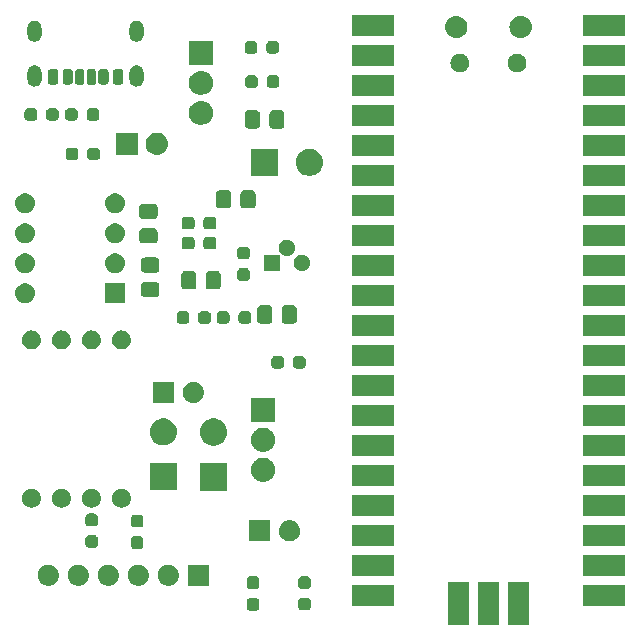
<source format=gts>
%TF.GenerationSoftware,KiCad,Pcbnew,7.0.9*%
%TF.CreationDate,2024-02-04T13:54:49+01:00*%
%TF.ProjectId,BPN,42504e2e-6b69-4636-9164-5f7063625858,29.01.2024*%
%TF.SameCoordinates,Original*%
%TF.FileFunction,Soldermask,Top*%
%TF.FilePolarity,Negative*%
%FSLAX46Y46*%
G04 Gerber Fmt 4.6, Leading zero omitted, Abs format (unit mm)*
G04 Created by KiCad (PCBNEW 7.0.9) date 2024-02-04 13:54:49*
%MOMM*%
%LPD*%
G01*
G04 APERTURE LIST*
G04 APERTURE END LIST*
G36*
X179454134Y-95348806D02*
G01*
X179470355Y-95359645D01*
X179481194Y-95375866D01*
X179485000Y-95395000D01*
X179485000Y-98895000D01*
X179481194Y-98914134D01*
X179470355Y-98930355D01*
X179454134Y-98941194D01*
X179435000Y-98945000D01*
X177735000Y-98945000D01*
X177715866Y-98941194D01*
X177699645Y-98930355D01*
X177688806Y-98914134D01*
X177685000Y-98895000D01*
X177685000Y-95395000D01*
X177688806Y-95375866D01*
X177699645Y-95359645D01*
X177715866Y-95348806D01*
X177735000Y-95345000D01*
X179435000Y-95345000D01*
X179454134Y-95348806D01*
G37*
G36*
X181994134Y-95348806D02*
G01*
X182010355Y-95359645D01*
X182021194Y-95375866D01*
X182025000Y-95395000D01*
X182025000Y-98895000D01*
X182021194Y-98914134D01*
X182010355Y-98930355D01*
X181994134Y-98941194D01*
X181975000Y-98945000D01*
X180275000Y-98945000D01*
X180255866Y-98941194D01*
X180239645Y-98930355D01*
X180228806Y-98914134D01*
X180225000Y-98895000D01*
X180225000Y-95395000D01*
X180228806Y-95375866D01*
X180239645Y-95359645D01*
X180255866Y-95348806D01*
X180275000Y-95345000D01*
X181975000Y-95345000D01*
X181994134Y-95348806D01*
G37*
G36*
X184534134Y-95348806D02*
G01*
X184550355Y-95359645D01*
X184561194Y-95375866D01*
X184565000Y-95395000D01*
X184565000Y-98895000D01*
X184561194Y-98914134D01*
X184550355Y-98930355D01*
X184534134Y-98941194D01*
X184515000Y-98945000D01*
X182815000Y-98945000D01*
X182795866Y-98941194D01*
X182779645Y-98930355D01*
X182768806Y-98914134D01*
X182765000Y-98895000D01*
X182765000Y-95395000D01*
X182768806Y-95375866D01*
X182779645Y-95359645D01*
X182795866Y-95348806D01*
X182815000Y-95345000D01*
X184515000Y-95345000D01*
X184534134Y-95348806D01*
G37*
G36*
X161503323Y-96682637D02*
G01*
X161508033Y-96684716D01*
X161510694Y-96685067D01*
X161543978Y-96700587D01*
X161599977Y-96725313D01*
X161674687Y-96800023D01*
X161699416Y-96856031D01*
X161714932Y-96889304D01*
X161715282Y-96891964D01*
X161717363Y-96896677D01*
X161725000Y-96962500D01*
X161725000Y-97462500D01*
X161717363Y-97528323D01*
X161715281Y-97533036D01*
X161714932Y-97535694D01*
X161699430Y-97568937D01*
X161674687Y-97624977D01*
X161599977Y-97699687D01*
X161543949Y-97724424D01*
X161510695Y-97739932D01*
X161508036Y-97740282D01*
X161503323Y-97742363D01*
X161437500Y-97750000D01*
X160962500Y-97750000D01*
X160896677Y-97742363D01*
X160891964Y-97740282D01*
X160889305Y-97739932D01*
X160856043Y-97724421D01*
X160800023Y-97699687D01*
X160725313Y-97624977D01*
X160700592Y-97568990D01*
X160685067Y-97535695D01*
X160684716Y-97533032D01*
X160682637Y-97528323D01*
X160675000Y-97462500D01*
X160675000Y-96962500D01*
X160682637Y-96896677D01*
X160684716Y-96891967D01*
X160685067Y-96889305D01*
X160700595Y-96856002D01*
X160725313Y-96800023D01*
X160800023Y-96725313D01*
X160855990Y-96700601D01*
X160889304Y-96685067D01*
X160891967Y-96684716D01*
X160896677Y-96682637D01*
X160962500Y-96675000D01*
X161437500Y-96675000D01*
X161503323Y-96682637D01*
G37*
G36*
X165853323Y-96670137D02*
G01*
X165858033Y-96672216D01*
X165860694Y-96672567D01*
X165893978Y-96688087D01*
X165949977Y-96712813D01*
X166024687Y-96787523D01*
X166049416Y-96843531D01*
X166064932Y-96876804D01*
X166065282Y-96879464D01*
X166067363Y-96884177D01*
X166075000Y-96950000D01*
X166075000Y-97450000D01*
X166067363Y-97515823D01*
X166065281Y-97520536D01*
X166064932Y-97523194D01*
X166049430Y-97556437D01*
X166024687Y-97612477D01*
X165949977Y-97687187D01*
X165893949Y-97711924D01*
X165860695Y-97727432D01*
X165858036Y-97727782D01*
X165853323Y-97729863D01*
X165787500Y-97737500D01*
X165312500Y-97737500D01*
X165246677Y-97729863D01*
X165241964Y-97727782D01*
X165239305Y-97727432D01*
X165206043Y-97711921D01*
X165150023Y-97687187D01*
X165075313Y-97612477D01*
X165050592Y-97556490D01*
X165035067Y-97523195D01*
X165034716Y-97520532D01*
X165032637Y-97515823D01*
X165025000Y-97450000D01*
X165025000Y-96950000D01*
X165032637Y-96884177D01*
X165034716Y-96879467D01*
X165035067Y-96876805D01*
X165050595Y-96843502D01*
X165075313Y-96787523D01*
X165150023Y-96712813D01*
X165205990Y-96688101D01*
X165239304Y-96672567D01*
X165241967Y-96672216D01*
X165246677Y-96670137D01*
X165312500Y-96662500D01*
X165787500Y-96662500D01*
X165853323Y-96670137D01*
G37*
G36*
X173104134Y-95578806D02*
G01*
X173120355Y-95589645D01*
X173131194Y-95605866D01*
X173135000Y-95625000D01*
X173135000Y-97325000D01*
X173131194Y-97344134D01*
X173120355Y-97360355D01*
X173104134Y-97371194D01*
X173085000Y-97375000D01*
X169585000Y-97375000D01*
X169565866Y-97371194D01*
X169549645Y-97360355D01*
X169538806Y-97344134D01*
X169535000Y-97325000D01*
X169535000Y-95625000D01*
X169538806Y-95605866D01*
X169549645Y-95589645D01*
X169565866Y-95578806D01*
X169585000Y-95575000D01*
X173085000Y-95575000D01*
X173104134Y-95578806D01*
G37*
G36*
X192684134Y-95578806D02*
G01*
X192700355Y-95589645D01*
X192711194Y-95605866D01*
X192715000Y-95625000D01*
X192715000Y-97325000D01*
X192711194Y-97344134D01*
X192700355Y-97360355D01*
X192684134Y-97371194D01*
X192665000Y-97375000D01*
X189165000Y-97375000D01*
X189145866Y-97371194D01*
X189129645Y-97360355D01*
X189118806Y-97344134D01*
X189115000Y-97325000D01*
X189115000Y-95625000D01*
X189118806Y-95605866D01*
X189129645Y-95589645D01*
X189145866Y-95578806D01*
X189165000Y-95575000D01*
X192665000Y-95575000D01*
X192684134Y-95578806D01*
G37*
G36*
X161503323Y-94857637D02*
G01*
X161508033Y-94859716D01*
X161510694Y-94860067D01*
X161543978Y-94875587D01*
X161599977Y-94900313D01*
X161674687Y-94975023D01*
X161699416Y-95031031D01*
X161714932Y-95064304D01*
X161715282Y-95066964D01*
X161717363Y-95071677D01*
X161725000Y-95137500D01*
X161725000Y-95637500D01*
X161717363Y-95703323D01*
X161715281Y-95708036D01*
X161714932Y-95710694D01*
X161699430Y-95743937D01*
X161674687Y-95799977D01*
X161599977Y-95874687D01*
X161543949Y-95899424D01*
X161510695Y-95914932D01*
X161508036Y-95915282D01*
X161503323Y-95917363D01*
X161437500Y-95925000D01*
X160962500Y-95925000D01*
X160896677Y-95917363D01*
X160891964Y-95915282D01*
X160889305Y-95914932D01*
X160856043Y-95899421D01*
X160800023Y-95874687D01*
X160725313Y-95799977D01*
X160700592Y-95743990D01*
X160685067Y-95710695D01*
X160684716Y-95708032D01*
X160682637Y-95703323D01*
X160675000Y-95637500D01*
X160675000Y-95137500D01*
X160682637Y-95071677D01*
X160684716Y-95066967D01*
X160685067Y-95064305D01*
X160700595Y-95031002D01*
X160725313Y-94975023D01*
X160800023Y-94900313D01*
X160855990Y-94875601D01*
X160889304Y-94860067D01*
X160891967Y-94859716D01*
X160896677Y-94857637D01*
X160962500Y-94850000D01*
X161437500Y-94850000D01*
X161503323Y-94857637D01*
G37*
G36*
X165853323Y-94845137D02*
G01*
X165858033Y-94847216D01*
X165860694Y-94847567D01*
X165893978Y-94863087D01*
X165949977Y-94887813D01*
X166024687Y-94962523D01*
X166049416Y-95018531D01*
X166064932Y-95051804D01*
X166065282Y-95054464D01*
X166067363Y-95059177D01*
X166075000Y-95125000D01*
X166075000Y-95625000D01*
X166067363Y-95690823D01*
X166065281Y-95695536D01*
X166064932Y-95698194D01*
X166049430Y-95731437D01*
X166024687Y-95787477D01*
X165949977Y-95862187D01*
X165893949Y-95886924D01*
X165860695Y-95902432D01*
X165858036Y-95902782D01*
X165853323Y-95904863D01*
X165787500Y-95912500D01*
X165312500Y-95912500D01*
X165246677Y-95904863D01*
X165241964Y-95902782D01*
X165239305Y-95902432D01*
X165206043Y-95886921D01*
X165150023Y-95862187D01*
X165075313Y-95787477D01*
X165050592Y-95731490D01*
X165035067Y-95698195D01*
X165034716Y-95695532D01*
X165032637Y-95690823D01*
X165025000Y-95625000D01*
X165025000Y-95125000D01*
X165032637Y-95059177D01*
X165034716Y-95054467D01*
X165035067Y-95051805D01*
X165050595Y-95018502D01*
X165075313Y-94962523D01*
X165150023Y-94887813D01*
X165205990Y-94863101D01*
X165239304Y-94847567D01*
X165241967Y-94847216D01*
X165246677Y-94845137D01*
X165312500Y-94837500D01*
X165787500Y-94837500D01*
X165853323Y-94845137D01*
G37*
G36*
X157429134Y-93853806D02*
G01*
X157445355Y-93864645D01*
X157456194Y-93880866D01*
X157460000Y-93900000D01*
X157460000Y-95600000D01*
X157456194Y-95619134D01*
X157445355Y-95635355D01*
X157429134Y-95646194D01*
X157410000Y-95650000D01*
X155710000Y-95650000D01*
X155690866Y-95646194D01*
X155674645Y-95635355D01*
X155663806Y-95619134D01*
X155660000Y-95600000D01*
X155660000Y-93900000D01*
X155663806Y-93880866D01*
X155674645Y-93864645D01*
X155690866Y-93853806D01*
X155710000Y-93850000D01*
X157410000Y-93850000D01*
X157429134Y-93853806D01*
G37*
G36*
X143907607Y-93854930D02*
G01*
X143954076Y-93854930D01*
X143994202Y-93863459D01*
X144035533Y-93867530D01*
X144087460Y-93883282D01*
X144138115Y-93894049D01*
X144170527Y-93908479D01*
X144204321Y-93918731D01*
X144258023Y-93947435D01*
X144310000Y-93970577D01*
X144334165Y-93988134D01*
X144359878Y-94001878D01*
X144412333Y-94044927D01*
X144462218Y-94081170D01*
X144478412Y-94099155D01*
X144496225Y-94113774D01*
X144544089Y-94172097D01*
X144588115Y-94220993D01*
X144597365Y-94237015D01*
X144608121Y-94250121D01*
X144647908Y-94324557D01*
X144682191Y-94383937D01*
X144686134Y-94396074D01*
X144691268Y-94405678D01*
X144719568Y-94498971D01*
X144740333Y-94562879D01*
X144741064Y-94569834D01*
X144742469Y-94574466D01*
X144756151Y-94713385D01*
X144760000Y-94750000D01*
X144756151Y-94786617D01*
X144742469Y-94925533D01*
X144741064Y-94930164D01*
X144740333Y-94937121D01*
X144719563Y-95001042D01*
X144691268Y-95094321D01*
X144686135Y-95103923D01*
X144682191Y-95116063D01*
X144647901Y-95175454D01*
X144608121Y-95249878D01*
X144597367Y-95262981D01*
X144588115Y-95279007D01*
X144544080Y-95327912D01*
X144496225Y-95386225D01*
X144478415Y-95400840D01*
X144462218Y-95418830D01*
X144412323Y-95455080D01*
X144359878Y-95498121D01*
X144334171Y-95511861D01*
X144310000Y-95529423D01*
X144258012Y-95552569D01*
X144204321Y-95581268D01*
X144170534Y-95591517D01*
X144138115Y-95605951D01*
X144087449Y-95616720D01*
X144035533Y-95632469D01*
X143994210Y-95636538D01*
X143954076Y-95645070D01*
X143907597Y-95645070D01*
X143860000Y-95649758D01*
X143812403Y-95645070D01*
X143765924Y-95645070D01*
X143725789Y-95636539D01*
X143684466Y-95632469D01*
X143632546Y-95616719D01*
X143581885Y-95605951D01*
X143549467Y-95591517D01*
X143515678Y-95581268D01*
X143461981Y-95552566D01*
X143410000Y-95529423D01*
X143385831Y-95511863D01*
X143360121Y-95498121D01*
X143307667Y-95455074D01*
X143257782Y-95418830D01*
X143241587Y-95400843D01*
X143223774Y-95386225D01*
X143175908Y-95327899D01*
X143131885Y-95279007D01*
X143122634Y-95262985D01*
X143111878Y-95249878D01*
X143072085Y-95175431D01*
X143037809Y-95116063D01*
X143033866Y-95103928D01*
X143028731Y-95094321D01*
X143000421Y-95000996D01*
X142979667Y-94937121D01*
X142978936Y-94930169D01*
X142977530Y-94925533D01*
X142963832Y-94786466D01*
X142960000Y-94750000D01*
X142963832Y-94713536D01*
X142977530Y-94574466D01*
X142978936Y-94569829D01*
X142979667Y-94562879D01*
X143000416Y-94499017D01*
X143028731Y-94405678D01*
X143033866Y-94396069D01*
X143037809Y-94383937D01*
X143072078Y-94324581D01*
X143111878Y-94250121D01*
X143122636Y-94237011D01*
X143131885Y-94220993D01*
X143175898Y-94172110D01*
X143223774Y-94113774D01*
X143241590Y-94099152D01*
X143257782Y-94081170D01*
X143307657Y-94044933D01*
X143360121Y-94001878D01*
X143385836Y-93988132D01*
X143410000Y-93970577D01*
X143461970Y-93947438D01*
X143515678Y-93918731D01*
X143549474Y-93908478D01*
X143581885Y-93894049D01*
X143632535Y-93883282D01*
X143684466Y-93867530D01*
X143725798Y-93863459D01*
X143765924Y-93854930D01*
X143812393Y-93854930D01*
X143860000Y-93850241D01*
X143907607Y-93854930D01*
G37*
G36*
X146447607Y-93854930D02*
G01*
X146494076Y-93854930D01*
X146534202Y-93863459D01*
X146575533Y-93867530D01*
X146627460Y-93883282D01*
X146678115Y-93894049D01*
X146710527Y-93908479D01*
X146744321Y-93918731D01*
X146798023Y-93947435D01*
X146850000Y-93970577D01*
X146874165Y-93988134D01*
X146899878Y-94001878D01*
X146952333Y-94044927D01*
X147002218Y-94081170D01*
X147018412Y-94099155D01*
X147036225Y-94113774D01*
X147084089Y-94172097D01*
X147128115Y-94220993D01*
X147137365Y-94237015D01*
X147148121Y-94250121D01*
X147187908Y-94324557D01*
X147222191Y-94383937D01*
X147226134Y-94396074D01*
X147231268Y-94405678D01*
X147259568Y-94498971D01*
X147280333Y-94562879D01*
X147281064Y-94569834D01*
X147282469Y-94574466D01*
X147296151Y-94713385D01*
X147300000Y-94750000D01*
X147296151Y-94786617D01*
X147282469Y-94925533D01*
X147281064Y-94930164D01*
X147280333Y-94937121D01*
X147259563Y-95001042D01*
X147231268Y-95094321D01*
X147226135Y-95103923D01*
X147222191Y-95116063D01*
X147187901Y-95175454D01*
X147148121Y-95249878D01*
X147137367Y-95262981D01*
X147128115Y-95279007D01*
X147084080Y-95327912D01*
X147036225Y-95386225D01*
X147018415Y-95400840D01*
X147002218Y-95418830D01*
X146952323Y-95455080D01*
X146899878Y-95498121D01*
X146874171Y-95511861D01*
X146850000Y-95529423D01*
X146798012Y-95552569D01*
X146744321Y-95581268D01*
X146710534Y-95591517D01*
X146678115Y-95605951D01*
X146627449Y-95616720D01*
X146575533Y-95632469D01*
X146534210Y-95636538D01*
X146494076Y-95645070D01*
X146447597Y-95645070D01*
X146400000Y-95649758D01*
X146352403Y-95645070D01*
X146305924Y-95645070D01*
X146265789Y-95636539D01*
X146224466Y-95632469D01*
X146172546Y-95616719D01*
X146121885Y-95605951D01*
X146089467Y-95591517D01*
X146055678Y-95581268D01*
X146001981Y-95552566D01*
X145950000Y-95529423D01*
X145925831Y-95511863D01*
X145900121Y-95498121D01*
X145847667Y-95455074D01*
X145797782Y-95418830D01*
X145781587Y-95400843D01*
X145763774Y-95386225D01*
X145715908Y-95327899D01*
X145671885Y-95279007D01*
X145662634Y-95262985D01*
X145651878Y-95249878D01*
X145612085Y-95175431D01*
X145577809Y-95116063D01*
X145573866Y-95103928D01*
X145568731Y-95094321D01*
X145540421Y-95000996D01*
X145519667Y-94937121D01*
X145518936Y-94930169D01*
X145517530Y-94925533D01*
X145503832Y-94786466D01*
X145500000Y-94750000D01*
X145503832Y-94713536D01*
X145517530Y-94574466D01*
X145518936Y-94569829D01*
X145519667Y-94562879D01*
X145540416Y-94499017D01*
X145568731Y-94405678D01*
X145573866Y-94396069D01*
X145577809Y-94383937D01*
X145612078Y-94324581D01*
X145651878Y-94250121D01*
X145662636Y-94237011D01*
X145671885Y-94220993D01*
X145715898Y-94172110D01*
X145763774Y-94113774D01*
X145781590Y-94099152D01*
X145797782Y-94081170D01*
X145847657Y-94044933D01*
X145900121Y-94001878D01*
X145925836Y-93988132D01*
X145950000Y-93970577D01*
X146001970Y-93947438D01*
X146055678Y-93918731D01*
X146089474Y-93908478D01*
X146121885Y-93894049D01*
X146172535Y-93883282D01*
X146224466Y-93867530D01*
X146265798Y-93863459D01*
X146305924Y-93854930D01*
X146352393Y-93854930D01*
X146400000Y-93850241D01*
X146447607Y-93854930D01*
G37*
G36*
X148987607Y-93854930D02*
G01*
X149034076Y-93854930D01*
X149074202Y-93863459D01*
X149115533Y-93867530D01*
X149167460Y-93883282D01*
X149218115Y-93894049D01*
X149250527Y-93908479D01*
X149284321Y-93918731D01*
X149338023Y-93947435D01*
X149390000Y-93970577D01*
X149414165Y-93988134D01*
X149439878Y-94001878D01*
X149492333Y-94044927D01*
X149542218Y-94081170D01*
X149558412Y-94099155D01*
X149576225Y-94113774D01*
X149624089Y-94172097D01*
X149668115Y-94220993D01*
X149677365Y-94237015D01*
X149688121Y-94250121D01*
X149727908Y-94324557D01*
X149762191Y-94383937D01*
X149766134Y-94396074D01*
X149771268Y-94405678D01*
X149799568Y-94498971D01*
X149820333Y-94562879D01*
X149821064Y-94569834D01*
X149822469Y-94574466D01*
X149836151Y-94713385D01*
X149840000Y-94750000D01*
X149836151Y-94786617D01*
X149822469Y-94925533D01*
X149821064Y-94930164D01*
X149820333Y-94937121D01*
X149799563Y-95001042D01*
X149771268Y-95094321D01*
X149766135Y-95103923D01*
X149762191Y-95116063D01*
X149727901Y-95175454D01*
X149688121Y-95249878D01*
X149677367Y-95262981D01*
X149668115Y-95279007D01*
X149624080Y-95327912D01*
X149576225Y-95386225D01*
X149558415Y-95400840D01*
X149542218Y-95418830D01*
X149492323Y-95455080D01*
X149439878Y-95498121D01*
X149414171Y-95511861D01*
X149390000Y-95529423D01*
X149338012Y-95552569D01*
X149284321Y-95581268D01*
X149250534Y-95591517D01*
X149218115Y-95605951D01*
X149167449Y-95616720D01*
X149115533Y-95632469D01*
X149074210Y-95636538D01*
X149034076Y-95645070D01*
X148987597Y-95645070D01*
X148940000Y-95649758D01*
X148892403Y-95645070D01*
X148845924Y-95645070D01*
X148805789Y-95636539D01*
X148764466Y-95632469D01*
X148712546Y-95616719D01*
X148661885Y-95605951D01*
X148629467Y-95591517D01*
X148595678Y-95581268D01*
X148541981Y-95552566D01*
X148490000Y-95529423D01*
X148465831Y-95511863D01*
X148440121Y-95498121D01*
X148387667Y-95455074D01*
X148337782Y-95418830D01*
X148321587Y-95400843D01*
X148303774Y-95386225D01*
X148255908Y-95327899D01*
X148211885Y-95279007D01*
X148202634Y-95262985D01*
X148191878Y-95249878D01*
X148152085Y-95175431D01*
X148117809Y-95116063D01*
X148113866Y-95103928D01*
X148108731Y-95094321D01*
X148080421Y-95000996D01*
X148059667Y-94937121D01*
X148058936Y-94930169D01*
X148057530Y-94925533D01*
X148043832Y-94786466D01*
X148040000Y-94750000D01*
X148043832Y-94713536D01*
X148057530Y-94574466D01*
X148058936Y-94569829D01*
X148059667Y-94562879D01*
X148080416Y-94499017D01*
X148108731Y-94405678D01*
X148113866Y-94396069D01*
X148117809Y-94383937D01*
X148152078Y-94324581D01*
X148191878Y-94250121D01*
X148202636Y-94237011D01*
X148211885Y-94220993D01*
X148255898Y-94172110D01*
X148303774Y-94113774D01*
X148321590Y-94099152D01*
X148337782Y-94081170D01*
X148387657Y-94044933D01*
X148440121Y-94001878D01*
X148465836Y-93988132D01*
X148490000Y-93970577D01*
X148541970Y-93947438D01*
X148595678Y-93918731D01*
X148629474Y-93908478D01*
X148661885Y-93894049D01*
X148712535Y-93883282D01*
X148764466Y-93867530D01*
X148805798Y-93863459D01*
X148845924Y-93854930D01*
X148892393Y-93854930D01*
X148940000Y-93850241D01*
X148987607Y-93854930D01*
G37*
G36*
X151527607Y-93854930D02*
G01*
X151574076Y-93854930D01*
X151614202Y-93863459D01*
X151655533Y-93867530D01*
X151707460Y-93883282D01*
X151758115Y-93894049D01*
X151790527Y-93908479D01*
X151824321Y-93918731D01*
X151878023Y-93947435D01*
X151930000Y-93970577D01*
X151954165Y-93988134D01*
X151979878Y-94001878D01*
X152032333Y-94044927D01*
X152082218Y-94081170D01*
X152098412Y-94099155D01*
X152116225Y-94113774D01*
X152164089Y-94172097D01*
X152208115Y-94220993D01*
X152217365Y-94237015D01*
X152228121Y-94250121D01*
X152267908Y-94324557D01*
X152302191Y-94383937D01*
X152306134Y-94396074D01*
X152311268Y-94405678D01*
X152339568Y-94498971D01*
X152360333Y-94562879D01*
X152361064Y-94569834D01*
X152362469Y-94574466D01*
X152376151Y-94713385D01*
X152380000Y-94750000D01*
X152376151Y-94786617D01*
X152362469Y-94925533D01*
X152361064Y-94930164D01*
X152360333Y-94937121D01*
X152339563Y-95001042D01*
X152311268Y-95094321D01*
X152306135Y-95103923D01*
X152302191Y-95116063D01*
X152267901Y-95175454D01*
X152228121Y-95249878D01*
X152217367Y-95262981D01*
X152208115Y-95279007D01*
X152164080Y-95327912D01*
X152116225Y-95386225D01*
X152098415Y-95400840D01*
X152082218Y-95418830D01*
X152032323Y-95455080D01*
X151979878Y-95498121D01*
X151954171Y-95511861D01*
X151930000Y-95529423D01*
X151878012Y-95552569D01*
X151824321Y-95581268D01*
X151790534Y-95591517D01*
X151758115Y-95605951D01*
X151707449Y-95616720D01*
X151655533Y-95632469D01*
X151614210Y-95636538D01*
X151574076Y-95645070D01*
X151527597Y-95645070D01*
X151480000Y-95649758D01*
X151432403Y-95645070D01*
X151385924Y-95645070D01*
X151345789Y-95636539D01*
X151304466Y-95632469D01*
X151252546Y-95616719D01*
X151201885Y-95605951D01*
X151169467Y-95591517D01*
X151135678Y-95581268D01*
X151081981Y-95552566D01*
X151030000Y-95529423D01*
X151005831Y-95511863D01*
X150980121Y-95498121D01*
X150927667Y-95455074D01*
X150877782Y-95418830D01*
X150861587Y-95400843D01*
X150843774Y-95386225D01*
X150795908Y-95327899D01*
X150751885Y-95279007D01*
X150742634Y-95262985D01*
X150731878Y-95249878D01*
X150692085Y-95175431D01*
X150657809Y-95116063D01*
X150653866Y-95103928D01*
X150648731Y-95094321D01*
X150620421Y-95000996D01*
X150599667Y-94937121D01*
X150598936Y-94930169D01*
X150597530Y-94925533D01*
X150583832Y-94786466D01*
X150580000Y-94750000D01*
X150583832Y-94713536D01*
X150597530Y-94574466D01*
X150598936Y-94569829D01*
X150599667Y-94562879D01*
X150620416Y-94499017D01*
X150648731Y-94405678D01*
X150653866Y-94396069D01*
X150657809Y-94383937D01*
X150692078Y-94324581D01*
X150731878Y-94250121D01*
X150742636Y-94237011D01*
X150751885Y-94220993D01*
X150795898Y-94172110D01*
X150843774Y-94113774D01*
X150861590Y-94099152D01*
X150877782Y-94081170D01*
X150927657Y-94044933D01*
X150980121Y-94001878D01*
X151005836Y-93988132D01*
X151030000Y-93970577D01*
X151081970Y-93947438D01*
X151135678Y-93918731D01*
X151169474Y-93908478D01*
X151201885Y-93894049D01*
X151252535Y-93883282D01*
X151304466Y-93867530D01*
X151345798Y-93863459D01*
X151385924Y-93854930D01*
X151432393Y-93854930D01*
X151480000Y-93850241D01*
X151527607Y-93854930D01*
G37*
G36*
X154067607Y-93854930D02*
G01*
X154114076Y-93854930D01*
X154154202Y-93863459D01*
X154195533Y-93867530D01*
X154247460Y-93883282D01*
X154298115Y-93894049D01*
X154330527Y-93908479D01*
X154364321Y-93918731D01*
X154418023Y-93947435D01*
X154470000Y-93970577D01*
X154494165Y-93988134D01*
X154519878Y-94001878D01*
X154572333Y-94044927D01*
X154622218Y-94081170D01*
X154638412Y-94099155D01*
X154656225Y-94113774D01*
X154704089Y-94172097D01*
X154748115Y-94220993D01*
X154757365Y-94237015D01*
X154768121Y-94250121D01*
X154807908Y-94324557D01*
X154842191Y-94383937D01*
X154846134Y-94396074D01*
X154851268Y-94405678D01*
X154879568Y-94498971D01*
X154900333Y-94562879D01*
X154901064Y-94569834D01*
X154902469Y-94574466D01*
X154916151Y-94713385D01*
X154920000Y-94750000D01*
X154916151Y-94786617D01*
X154902469Y-94925533D01*
X154901064Y-94930164D01*
X154900333Y-94937121D01*
X154879563Y-95001042D01*
X154851268Y-95094321D01*
X154846135Y-95103923D01*
X154842191Y-95116063D01*
X154807901Y-95175454D01*
X154768121Y-95249878D01*
X154757367Y-95262981D01*
X154748115Y-95279007D01*
X154704080Y-95327912D01*
X154656225Y-95386225D01*
X154638415Y-95400840D01*
X154622218Y-95418830D01*
X154572323Y-95455080D01*
X154519878Y-95498121D01*
X154494171Y-95511861D01*
X154470000Y-95529423D01*
X154418012Y-95552569D01*
X154364321Y-95581268D01*
X154330534Y-95591517D01*
X154298115Y-95605951D01*
X154247449Y-95616720D01*
X154195533Y-95632469D01*
X154154210Y-95636538D01*
X154114076Y-95645070D01*
X154067597Y-95645070D01*
X154020000Y-95649758D01*
X153972403Y-95645070D01*
X153925924Y-95645070D01*
X153885789Y-95636539D01*
X153844466Y-95632469D01*
X153792546Y-95616719D01*
X153741885Y-95605951D01*
X153709467Y-95591517D01*
X153675678Y-95581268D01*
X153621981Y-95552566D01*
X153570000Y-95529423D01*
X153545831Y-95511863D01*
X153520121Y-95498121D01*
X153467667Y-95455074D01*
X153417782Y-95418830D01*
X153401587Y-95400843D01*
X153383774Y-95386225D01*
X153335908Y-95327899D01*
X153291885Y-95279007D01*
X153282634Y-95262985D01*
X153271878Y-95249878D01*
X153232085Y-95175431D01*
X153197809Y-95116063D01*
X153193866Y-95103928D01*
X153188731Y-95094321D01*
X153160421Y-95000996D01*
X153139667Y-94937121D01*
X153138936Y-94930169D01*
X153137530Y-94925533D01*
X153123832Y-94786466D01*
X153120000Y-94750000D01*
X153123832Y-94713536D01*
X153137530Y-94574466D01*
X153138936Y-94569829D01*
X153139667Y-94562879D01*
X153160416Y-94499017D01*
X153188731Y-94405678D01*
X153193866Y-94396069D01*
X153197809Y-94383937D01*
X153232078Y-94324581D01*
X153271878Y-94250121D01*
X153282636Y-94237011D01*
X153291885Y-94220993D01*
X153335898Y-94172110D01*
X153383774Y-94113774D01*
X153401590Y-94099152D01*
X153417782Y-94081170D01*
X153467657Y-94044933D01*
X153520121Y-94001878D01*
X153545836Y-93988132D01*
X153570000Y-93970577D01*
X153621970Y-93947438D01*
X153675678Y-93918731D01*
X153709474Y-93908478D01*
X153741885Y-93894049D01*
X153792535Y-93883282D01*
X153844466Y-93867530D01*
X153885798Y-93863459D01*
X153925924Y-93854930D01*
X153972393Y-93854930D01*
X154020000Y-93850241D01*
X154067607Y-93854930D01*
G37*
G36*
X173104134Y-93038806D02*
G01*
X173120355Y-93049645D01*
X173131194Y-93065866D01*
X173135000Y-93085000D01*
X173135000Y-94785000D01*
X173131194Y-94804134D01*
X173120355Y-94820355D01*
X173104134Y-94831194D01*
X173085000Y-94835000D01*
X169585000Y-94835000D01*
X169565866Y-94831194D01*
X169549645Y-94820355D01*
X169538806Y-94804134D01*
X169535000Y-94785000D01*
X169535000Y-93085000D01*
X169538806Y-93065866D01*
X169549645Y-93049645D01*
X169565866Y-93038806D01*
X169585000Y-93035000D01*
X173085000Y-93035000D01*
X173104134Y-93038806D01*
G37*
G36*
X192684134Y-93038806D02*
G01*
X192700355Y-93049645D01*
X192711194Y-93065866D01*
X192715000Y-93085000D01*
X192715000Y-94785000D01*
X192711194Y-94804134D01*
X192700355Y-94820355D01*
X192684134Y-94831194D01*
X192665000Y-94835000D01*
X189165000Y-94835000D01*
X189145866Y-94831194D01*
X189129645Y-94820355D01*
X189118806Y-94804134D01*
X189115000Y-94785000D01*
X189115000Y-93085000D01*
X189118806Y-93065866D01*
X189129645Y-93049645D01*
X189145866Y-93038806D01*
X189165000Y-93035000D01*
X192665000Y-93035000D01*
X192684134Y-93038806D01*
G37*
G36*
X151688323Y-91457637D02*
G01*
X151693033Y-91459716D01*
X151695694Y-91460067D01*
X151728978Y-91475587D01*
X151784977Y-91500313D01*
X151859687Y-91575023D01*
X151884416Y-91631031D01*
X151899932Y-91664304D01*
X151900282Y-91666964D01*
X151902363Y-91671677D01*
X151910000Y-91737500D01*
X151910000Y-92237500D01*
X151902363Y-92303323D01*
X151900281Y-92308036D01*
X151899932Y-92310694D01*
X151884430Y-92343937D01*
X151859687Y-92399977D01*
X151784977Y-92474687D01*
X151728949Y-92499424D01*
X151695695Y-92514932D01*
X151693036Y-92515282D01*
X151688323Y-92517363D01*
X151622500Y-92525000D01*
X151147500Y-92525000D01*
X151081677Y-92517363D01*
X151076964Y-92515282D01*
X151074305Y-92514932D01*
X151041043Y-92499421D01*
X150985023Y-92474687D01*
X150910313Y-92399977D01*
X150885592Y-92343990D01*
X150870067Y-92310695D01*
X150869716Y-92308032D01*
X150867637Y-92303323D01*
X150860000Y-92237500D01*
X150860000Y-91737500D01*
X150867637Y-91671677D01*
X150869716Y-91666967D01*
X150870067Y-91664305D01*
X150885595Y-91631002D01*
X150910313Y-91575023D01*
X150985023Y-91500313D01*
X151040990Y-91475601D01*
X151074304Y-91460067D01*
X151076967Y-91459716D01*
X151081677Y-91457637D01*
X151147500Y-91450000D01*
X151622500Y-91450000D01*
X151688323Y-91457637D01*
G37*
G36*
X147838323Y-91357637D02*
G01*
X147843033Y-91359716D01*
X147845694Y-91360067D01*
X147878978Y-91375587D01*
X147934977Y-91400313D01*
X148009687Y-91475023D01*
X148034416Y-91531031D01*
X148049932Y-91564304D01*
X148050282Y-91566964D01*
X148052363Y-91571677D01*
X148060000Y-91637500D01*
X148060000Y-92137500D01*
X148052363Y-92203323D01*
X148050281Y-92208036D01*
X148049932Y-92210694D01*
X148034430Y-92243937D01*
X148009687Y-92299977D01*
X147934977Y-92374687D01*
X147878949Y-92399424D01*
X147845695Y-92414932D01*
X147843036Y-92415282D01*
X147838323Y-92417363D01*
X147772500Y-92425000D01*
X147297500Y-92425000D01*
X147231677Y-92417363D01*
X147226964Y-92415282D01*
X147224305Y-92414932D01*
X147191043Y-92399421D01*
X147135023Y-92374687D01*
X147060313Y-92299977D01*
X147035592Y-92243990D01*
X147020067Y-92210695D01*
X147019716Y-92208032D01*
X147017637Y-92203323D01*
X147010000Y-92137500D01*
X147010000Y-91637500D01*
X147017637Y-91571677D01*
X147019716Y-91566967D01*
X147020067Y-91564305D01*
X147035595Y-91531002D01*
X147060313Y-91475023D01*
X147135023Y-91400313D01*
X147190990Y-91375601D01*
X147224304Y-91360067D01*
X147226967Y-91359716D01*
X147231677Y-91357637D01*
X147297500Y-91350000D01*
X147772500Y-91350000D01*
X147838323Y-91357637D01*
G37*
G36*
X173104134Y-90498806D02*
G01*
X173120355Y-90509645D01*
X173131194Y-90525866D01*
X173135000Y-90545000D01*
X173135000Y-92245000D01*
X173131194Y-92264134D01*
X173120355Y-92280355D01*
X173104134Y-92291194D01*
X173085000Y-92295000D01*
X171385000Y-92295000D01*
X169585000Y-92295000D01*
X169565866Y-92291194D01*
X169549645Y-92280355D01*
X169538806Y-92264134D01*
X169535000Y-92245000D01*
X169535000Y-90545000D01*
X169538806Y-90525866D01*
X169549645Y-90509645D01*
X169565866Y-90498806D01*
X169585000Y-90495000D01*
X173085000Y-90495000D01*
X173104134Y-90498806D01*
G37*
G36*
X192684134Y-90498806D02*
G01*
X192700355Y-90509645D01*
X192711194Y-90525866D01*
X192715000Y-90545000D01*
X192715000Y-92245000D01*
X192711194Y-92264134D01*
X192700355Y-92280355D01*
X192684134Y-92291194D01*
X192665000Y-92295000D01*
X189165000Y-92295000D01*
X189145866Y-92291194D01*
X189129645Y-92280355D01*
X189118806Y-92264134D01*
X189115000Y-92245000D01*
X189115000Y-90545000D01*
X189118806Y-90525866D01*
X189129645Y-90509645D01*
X189145866Y-90498806D01*
X189165000Y-90495000D01*
X192665000Y-90495000D01*
X192684134Y-90498806D01*
G37*
G36*
X162614134Y-90078806D02*
G01*
X162630355Y-90089645D01*
X162641194Y-90105866D01*
X162645000Y-90125000D01*
X162645000Y-91825000D01*
X162641194Y-91844134D01*
X162630355Y-91860355D01*
X162614134Y-91871194D01*
X162595000Y-91875000D01*
X160895000Y-91875000D01*
X160875866Y-91871194D01*
X160859645Y-91860355D01*
X160848806Y-91844134D01*
X160845000Y-91825000D01*
X160845000Y-90125000D01*
X160848806Y-90105866D01*
X160859645Y-90089645D01*
X160875866Y-90078806D01*
X160895000Y-90075000D01*
X162595000Y-90075000D01*
X162614134Y-90078806D01*
G37*
G36*
X164332607Y-90079930D02*
G01*
X164379076Y-90079930D01*
X164419202Y-90088459D01*
X164460533Y-90092530D01*
X164512460Y-90108282D01*
X164563115Y-90119049D01*
X164595527Y-90133479D01*
X164629321Y-90143731D01*
X164683023Y-90172435D01*
X164735000Y-90195577D01*
X164759165Y-90213134D01*
X164784878Y-90226878D01*
X164837333Y-90269927D01*
X164887218Y-90306170D01*
X164903412Y-90324155D01*
X164921225Y-90338774D01*
X164969089Y-90397097D01*
X165013115Y-90445993D01*
X165022365Y-90462015D01*
X165033121Y-90475121D01*
X165072908Y-90549557D01*
X165107191Y-90608937D01*
X165111134Y-90621074D01*
X165116268Y-90630678D01*
X165144568Y-90723971D01*
X165165333Y-90787879D01*
X165166064Y-90794834D01*
X165167469Y-90799466D01*
X165181151Y-90938385D01*
X165185000Y-90975000D01*
X165181151Y-91011617D01*
X165167469Y-91150533D01*
X165166064Y-91155164D01*
X165165333Y-91162121D01*
X165144563Y-91226042D01*
X165116268Y-91319321D01*
X165111135Y-91328923D01*
X165107191Y-91341063D01*
X165072901Y-91400454D01*
X165033121Y-91474878D01*
X165022367Y-91487981D01*
X165013115Y-91504007D01*
X164969080Y-91552912D01*
X164921225Y-91611225D01*
X164903415Y-91625840D01*
X164887218Y-91643830D01*
X164837323Y-91680080D01*
X164784878Y-91723121D01*
X164759171Y-91736861D01*
X164735000Y-91754423D01*
X164683012Y-91777569D01*
X164629321Y-91806268D01*
X164595534Y-91816517D01*
X164563115Y-91830951D01*
X164512449Y-91841720D01*
X164460533Y-91857469D01*
X164419210Y-91861538D01*
X164379076Y-91870070D01*
X164332597Y-91870070D01*
X164285000Y-91874758D01*
X164237403Y-91870070D01*
X164190924Y-91870070D01*
X164150789Y-91861539D01*
X164109466Y-91857469D01*
X164057546Y-91841719D01*
X164006885Y-91830951D01*
X163974467Y-91816517D01*
X163940678Y-91806268D01*
X163886981Y-91777566D01*
X163835000Y-91754423D01*
X163810831Y-91736863D01*
X163785121Y-91723121D01*
X163732667Y-91680074D01*
X163682782Y-91643830D01*
X163666587Y-91625843D01*
X163648774Y-91611225D01*
X163600908Y-91552899D01*
X163556885Y-91504007D01*
X163547634Y-91487985D01*
X163536878Y-91474878D01*
X163497085Y-91400431D01*
X163462809Y-91341063D01*
X163458866Y-91328928D01*
X163453731Y-91319321D01*
X163425421Y-91225996D01*
X163404667Y-91162121D01*
X163403936Y-91155169D01*
X163402530Y-91150533D01*
X163388832Y-91011466D01*
X163385000Y-90975000D01*
X163388832Y-90938536D01*
X163402530Y-90799466D01*
X163403936Y-90794829D01*
X163404667Y-90787879D01*
X163425416Y-90724017D01*
X163453731Y-90630678D01*
X163458866Y-90621069D01*
X163462809Y-90608937D01*
X163497078Y-90549581D01*
X163536878Y-90475121D01*
X163547636Y-90462011D01*
X163556885Y-90445993D01*
X163600898Y-90397110D01*
X163648774Y-90338774D01*
X163666590Y-90324152D01*
X163682782Y-90306170D01*
X163732657Y-90269933D01*
X163785121Y-90226878D01*
X163810836Y-90213132D01*
X163835000Y-90195577D01*
X163886970Y-90172438D01*
X163940678Y-90143731D01*
X163974474Y-90133478D01*
X164006885Y-90119049D01*
X164057535Y-90108282D01*
X164109466Y-90092530D01*
X164150798Y-90088459D01*
X164190924Y-90079930D01*
X164237393Y-90079930D01*
X164285000Y-90075241D01*
X164332607Y-90079930D01*
G37*
G36*
X151688323Y-89632637D02*
G01*
X151693033Y-89634716D01*
X151695694Y-89635067D01*
X151728978Y-89650587D01*
X151784977Y-89675313D01*
X151859687Y-89750023D01*
X151884416Y-89806031D01*
X151899932Y-89839304D01*
X151900282Y-89841964D01*
X151902363Y-89846677D01*
X151910000Y-89912500D01*
X151910000Y-90412500D01*
X151902363Y-90478323D01*
X151900281Y-90483036D01*
X151899932Y-90485694D01*
X151884430Y-90518937D01*
X151859687Y-90574977D01*
X151784977Y-90649687D01*
X151728949Y-90674424D01*
X151695695Y-90689932D01*
X151693036Y-90690282D01*
X151688323Y-90692363D01*
X151622500Y-90700000D01*
X151147500Y-90700000D01*
X151081677Y-90692363D01*
X151076964Y-90690282D01*
X151074305Y-90689932D01*
X151041043Y-90674421D01*
X150985023Y-90649687D01*
X150910313Y-90574977D01*
X150885592Y-90518990D01*
X150870067Y-90485695D01*
X150869716Y-90483032D01*
X150867637Y-90478323D01*
X150860000Y-90412500D01*
X150860000Y-89912500D01*
X150867637Y-89846677D01*
X150869716Y-89841967D01*
X150870067Y-89839305D01*
X150885595Y-89806002D01*
X150910313Y-89750023D01*
X150985023Y-89675313D01*
X151040990Y-89650601D01*
X151074304Y-89635067D01*
X151076967Y-89634716D01*
X151081677Y-89632637D01*
X151147500Y-89625000D01*
X151622500Y-89625000D01*
X151688323Y-89632637D01*
G37*
G36*
X147838323Y-89532637D02*
G01*
X147843033Y-89534716D01*
X147845694Y-89535067D01*
X147878978Y-89550587D01*
X147934977Y-89575313D01*
X148009687Y-89650023D01*
X148034416Y-89706031D01*
X148049932Y-89739304D01*
X148050282Y-89741964D01*
X148052363Y-89746677D01*
X148060000Y-89812500D01*
X148060000Y-90312500D01*
X148052363Y-90378323D01*
X148050281Y-90383036D01*
X148049932Y-90385694D01*
X148034430Y-90418937D01*
X148009687Y-90474977D01*
X147934977Y-90549687D01*
X147878949Y-90574424D01*
X147845695Y-90589932D01*
X147843036Y-90590282D01*
X147838323Y-90592363D01*
X147772500Y-90600000D01*
X147297500Y-90600000D01*
X147231677Y-90592363D01*
X147226964Y-90590282D01*
X147224305Y-90589932D01*
X147191043Y-90574421D01*
X147135023Y-90549687D01*
X147060313Y-90474977D01*
X147035592Y-90418990D01*
X147020067Y-90385695D01*
X147019716Y-90383032D01*
X147017637Y-90378323D01*
X147010000Y-90312500D01*
X147010000Y-89812500D01*
X147017637Y-89746677D01*
X147019716Y-89741967D01*
X147020067Y-89739305D01*
X147035595Y-89706002D01*
X147060313Y-89650023D01*
X147135023Y-89575313D01*
X147190990Y-89550601D01*
X147224304Y-89535067D01*
X147226967Y-89534716D01*
X147231677Y-89532637D01*
X147297500Y-89525000D01*
X147772500Y-89525000D01*
X147838323Y-89532637D01*
G37*
G36*
X173104134Y-87958806D02*
G01*
X173120355Y-87969645D01*
X173131194Y-87985866D01*
X173135000Y-88005000D01*
X173135000Y-89705000D01*
X173131194Y-89724134D01*
X173120355Y-89740355D01*
X173104134Y-89751194D01*
X173085000Y-89755000D01*
X169585000Y-89755000D01*
X169565866Y-89751194D01*
X169549645Y-89740355D01*
X169538806Y-89724134D01*
X169535000Y-89705000D01*
X169535000Y-88005000D01*
X169538806Y-87985866D01*
X169549645Y-87969645D01*
X169565866Y-87958806D01*
X169585000Y-87955000D01*
X173085000Y-87955000D01*
X173104134Y-87958806D01*
G37*
G36*
X192684134Y-87958806D02*
G01*
X192700355Y-87969645D01*
X192711194Y-87985866D01*
X192715000Y-88005000D01*
X192715000Y-89705000D01*
X192711194Y-89724134D01*
X192700355Y-89740355D01*
X192684134Y-89751194D01*
X192665000Y-89755000D01*
X189165000Y-89755000D01*
X189145866Y-89751194D01*
X189129645Y-89740355D01*
X189118806Y-89724134D01*
X189115000Y-89705000D01*
X189115000Y-88005000D01*
X189118806Y-87985866D01*
X189129645Y-87969645D01*
X189145866Y-87958806D01*
X189165000Y-87955000D01*
X192665000Y-87955000D01*
X192684134Y-87958806D01*
G37*
G36*
X142476323Y-87429656D02*
G01*
X142518595Y-87429656D01*
X142566282Y-87439792D01*
X142613017Y-87445058D01*
X142647000Y-87456949D01*
X142682129Y-87464416D01*
X142732754Y-87486955D01*
X142782107Y-87504225D01*
X142807795Y-87520366D01*
X142834860Y-87532416D01*
X142885322Y-87569079D01*
X142933792Y-87599535D01*
X142951199Y-87616942D01*
X142970121Y-87630690D01*
X143016901Y-87682644D01*
X143060465Y-87726208D01*
X143070484Y-87742153D01*
X143081992Y-87754934D01*
X143121365Y-87823130D01*
X143155775Y-87877893D01*
X143160070Y-87890170D01*
X143165584Y-87899719D01*
X143193809Y-87986590D01*
X143214942Y-88046983D01*
X143215743Y-88054096D01*
X143217248Y-88058727D01*
X143230892Y-88188542D01*
X143235000Y-88225000D01*
X143230891Y-88261460D01*
X143217248Y-88391272D01*
X143215743Y-88395901D01*
X143214942Y-88403017D01*
X143193805Y-88463422D01*
X143165584Y-88550280D01*
X143160071Y-88559827D01*
X143155775Y-88572107D01*
X143121358Y-88626881D01*
X143081992Y-88695065D01*
X143070486Y-88707843D01*
X143060465Y-88723792D01*
X143016892Y-88767364D01*
X142970121Y-88819309D01*
X142951203Y-88833053D01*
X142933792Y-88850465D01*
X142885312Y-88880926D01*
X142834860Y-88917583D01*
X142807800Y-88929630D01*
X142782107Y-88945775D01*
X142732744Y-88963047D01*
X142682129Y-88985583D01*
X142647005Y-88993048D01*
X142613017Y-89004942D01*
X142566279Y-89010208D01*
X142518595Y-89020344D01*
X142476323Y-89020344D01*
X142435000Y-89025000D01*
X142393677Y-89020344D01*
X142351405Y-89020344D01*
X142303719Y-89010208D01*
X142256983Y-89004942D01*
X142222995Y-88993049D01*
X142187870Y-88985583D01*
X142137251Y-88963046D01*
X142087893Y-88945775D01*
X142062201Y-88929631D01*
X142035139Y-88917583D01*
X141984680Y-88880922D01*
X141936208Y-88850465D01*
X141918799Y-88833056D01*
X141899878Y-88819309D01*
X141853097Y-88767354D01*
X141809535Y-88723792D01*
X141799516Y-88707847D01*
X141788007Y-88695065D01*
X141748629Y-88626861D01*
X141714225Y-88572107D01*
X141709929Y-88559831D01*
X141704415Y-88550280D01*
X141676180Y-88463382D01*
X141655058Y-88403017D01*
X141654256Y-88395906D01*
X141652751Y-88391272D01*
X141639093Y-88261328D01*
X141635000Y-88225000D01*
X141639092Y-88188674D01*
X141652751Y-88058727D01*
X141654257Y-88054091D01*
X141655058Y-88046983D01*
X141676176Y-87986630D01*
X141704415Y-87899719D01*
X141709930Y-87890165D01*
X141714225Y-87877893D01*
X141748622Y-87823149D01*
X141788007Y-87754934D01*
X141799518Y-87742149D01*
X141809535Y-87726208D01*
X141853088Y-87682654D01*
X141899878Y-87630690D01*
X141918802Y-87616940D01*
X141936208Y-87599535D01*
X141984674Y-87569081D01*
X142035140Y-87532416D01*
X142062204Y-87520365D01*
X142087893Y-87504225D01*
X142137242Y-87486956D01*
X142187870Y-87464416D01*
X142223001Y-87456948D01*
X142256983Y-87445058D01*
X142303717Y-87439792D01*
X142351405Y-87429656D01*
X142393677Y-87429656D01*
X142435000Y-87425000D01*
X142476323Y-87429656D01*
G37*
G36*
X145016323Y-87429656D02*
G01*
X145058595Y-87429656D01*
X145106282Y-87439792D01*
X145153017Y-87445058D01*
X145187000Y-87456949D01*
X145222129Y-87464416D01*
X145272754Y-87486955D01*
X145322107Y-87504225D01*
X145347795Y-87520366D01*
X145374860Y-87532416D01*
X145425322Y-87569079D01*
X145473792Y-87599535D01*
X145491199Y-87616942D01*
X145510121Y-87630690D01*
X145556901Y-87682644D01*
X145600465Y-87726208D01*
X145610484Y-87742153D01*
X145621992Y-87754934D01*
X145661365Y-87823130D01*
X145695775Y-87877893D01*
X145700070Y-87890170D01*
X145705584Y-87899719D01*
X145733809Y-87986590D01*
X145754942Y-88046983D01*
X145755743Y-88054096D01*
X145757248Y-88058727D01*
X145770892Y-88188542D01*
X145775000Y-88225000D01*
X145770891Y-88261460D01*
X145757248Y-88391272D01*
X145755743Y-88395901D01*
X145754942Y-88403017D01*
X145733805Y-88463422D01*
X145705584Y-88550280D01*
X145700071Y-88559827D01*
X145695775Y-88572107D01*
X145661358Y-88626881D01*
X145621992Y-88695065D01*
X145610486Y-88707843D01*
X145600465Y-88723792D01*
X145556892Y-88767364D01*
X145510121Y-88819309D01*
X145491203Y-88833053D01*
X145473792Y-88850465D01*
X145425312Y-88880926D01*
X145374860Y-88917583D01*
X145347800Y-88929630D01*
X145322107Y-88945775D01*
X145272744Y-88963047D01*
X145222129Y-88985583D01*
X145187005Y-88993048D01*
X145153017Y-89004942D01*
X145106279Y-89010208D01*
X145058595Y-89020344D01*
X145016323Y-89020344D01*
X144975000Y-89025000D01*
X144933677Y-89020344D01*
X144891405Y-89020344D01*
X144843719Y-89010208D01*
X144796983Y-89004942D01*
X144762995Y-88993049D01*
X144727870Y-88985583D01*
X144677251Y-88963046D01*
X144627893Y-88945775D01*
X144602201Y-88929631D01*
X144575139Y-88917583D01*
X144524680Y-88880922D01*
X144476208Y-88850465D01*
X144458799Y-88833056D01*
X144439878Y-88819309D01*
X144393097Y-88767354D01*
X144349535Y-88723792D01*
X144339516Y-88707847D01*
X144328007Y-88695065D01*
X144288629Y-88626861D01*
X144254225Y-88572107D01*
X144249929Y-88559831D01*
X144244415Y-88550280D01*
X144216180Y-88463382D01*
X144195058Y-88403017D01*
X144194256Y-88395906D01*
X144192751Y-88391272D01*
X144179093Y-88261328D01*
X144175000Y-88225000D01*
X144179092Y-88188674D01*
X144192751Y-88058727D01*
X144194257Y-88054091D01*
X144195058Y-88046983D01*
X144216176Y-87986630D01*
X144244415Y-87899719D01*
X144249930Y-87890165D01*
X144254225Y-87877893D01*
X144288622Y-87823149D01*
X144328007Y-87754934D01*
X144339518Y-87742149D01*
X144349535Y-87726208D01*
X144393088Y-87682654D01*
X144439878Y-87630690D01*
X144458802Y-87616940D01*
X144476208Y-87599535D01*
X144524674Y-87569081D01*
X144575140Y-87532416D01*
X144602204Y-87520365D01*
X144627893Y-87504225D01*
X144677242Y-87486956D01*
X144727870Y-87464416D01*
X144763001Y-87456948D01*
X144796983Y-87445058D01*
X144843717Y-87439792D01*
X144891405Y-87429656D01*
X144933677Y-87429656D01*
X144975000Y-87425000D01*
X145016323Y-87429656D01*
G37*
G36*
X147556323Y-87429656D02*
G01*
X147598595Y-87429656D01*
X147646282Y-87439792D01*
X147693017Y-87445058D01*
X147727000Y-87456949D01*
X147762129Y-87464416D01*
X147812754Y-87486955D01*
X147862107Y-87504225D01*
X147887795Y-87520366D01*
X147914860Y-87532416D01*
X147965322Y-87569079D01*
X148013792Y-87599535D01*
X148031199Y-87616942D01*
X148050121Y-87630690D01*
X148096901Y-87682644D01*
X148140465Y-87726208D01*
X148150484Y-87742153D01*
X148161992Y-87754934D01*
X148201365Y-87823130D01*
X148235775Y-87877893D01*
X148240070Y-87890170D01*
X148245584Y-87899719D01*
X148273809Y-87986590D01*
X148294942Y-88046983D01*
X148295743Y-88054096D01*
X148297248Y-88058727D01*
X148310892Y-88188542D01*
X148315000Y-88225000D01*
X148310891Y-88261460D01*
X148297248Y-88391272D01*
X148295743Y-88395901D01*
X148294942Y-88403017D01*
X148273805Y-88463422D01*
X148245584Y-88550280D01*
X148240071Y-88559827D01*
X148235775Y-88572107D01*
X148201358Y-88626881D01*
X148161992Y-88695065D01*
X148150486Y-88707843D01*
X148140465Y-88723792D01*
X148096892Y-88767364D01*
X148050121Y-88819309D01*
X148031203Y-88833053D01*
X148013792Y-88850465D01*
X147965312Y-88880926D01*
X147914860Y-88917583D01*
X147887800Y-88929630D01*
X147862107Y-88945775D01*
X147812744Y-88963047D01*
X147762129Y-88985583D01*
X147727005Y-88993048D01*
X147693017Y-89004942D01*
X147646279Y-89010208D01*
X147598595Y-89020344D01*
X147556323Y-89020344D01*
X147515000Y-89025000D01*
X147473677Y-89020344D01*
X147431405Y-89020344D01*
X147383719Y-89010208D01*
X147336983Y-89004942D01*
X147302995Y-88993049D01*
X147267870Y-88985583D01*
X147217251Y-88963046D01*
X147167893Y-88945775D01*
X147142201Y-88929631D01*
X147115139Y-88917583D01*
X147064680Y-88880922D01*
X147016208Y-88850465D01*
X146998799Y-88833056D01*
X146979878Y-88819309D01*
X146933097Y-88767354D01*
X146889535Y-88723792D01*
X146879516Y-88707847D01*
X146868007Y-88695065D01*
X146828629Y-88626861D01*
X146794225Y-88572107D01*
X146789929Y-88559831D01*
X146784415Y-88550280D01*
X146756180Y-88463382D01*
X146735058Y-88403017D01*
X146734256Y-88395906D01*
X146732751Y-88391272D01*
X146719093Y-88261328D01*
X146715000Y-88225000D01*
X146719092Y-88188674D01*
X146732751Y-88058727D01*
X146734257Y-88054091D01*
X146735058Y-88046983D01*
X146756176Y-87986630D01*
X146784415Y-87899719D01*
X146789930Y-87890165D01*
X146794225Y-87877893D01*
X146828622Y-87823149D01*
X146868007Y-87754934D01*
X146879518Y-87742149D01*
X146889535Y-87726208D01*
X146933088Y-87682654D01*
X146979878Y-87630690D01*
X146998802Y-87616940D01*
X147016208Y-87599535D01*
X147064674Y-87569081D01*
X147115140Y-87532416D01*
X147142204Y-87520365D01*
X147167893Y-87504225D01*
X147217242Y-87486956D01*
X147267870Y-87464416D01*
X147303001Y-87456948D01*
X147336983Y-87445058D01*
X147383717Y-87439792D01*
X147431405Y-87429656D01*
X147473677Y-87429656D01*
X147515000Y-87425000D01*
X147556323Y-87429656D01*
G37*
G36*
X150096323Y-87429656D02*
G01*
X150138595Y-87429656D01*
X150186282Y-87439792D01*
X150233017Y-87445058D01*
X150267000Y-87456949D01*
X150302129Y-87464416D01*
X150352754Y-87486955D01*
X150402107Y-87504225D01*
X150427795Y-87520366D01*
X150454860Y-87532416D01*
X150505322Y-87569079D01*
X150553792Y-87599535D01*
X150571199Y-87616942D01*
X150590121Y-87630690D01*
X150636901Y-87682644D01*
X150680465Y-87726208D01*
X150690484Y-87742153D01*
X150701992Y-87754934D01*
X150741365Y-87823130D01*
X150775775Y-87877893D01*
X150780070Y-87890170D01*
X150785584Y-87899719D01*
X150813809Y-87986590D01*
X150834942Y-88046983D01*
X150835743Y-88054096D01*
X150837248Y-88058727D01*
X150850892Y-88188542D01*
X150855000Y-88225000D01*
X150850891Y-88261460D01*
X150837248Y-88391272D01*
X150835743Y-88395901D01*
X150834942Y-88403017D01*
X150813805Y-88463422D01*
X150785584Y-88550280D01*
X150780071Y-88559827D01*
X150775775Y-88572107D01*
X150741358Y-88626881D01*
X150701992Y-88695065D01*
X150690486Y-88707843D01*
X150680465Y-88723792D01*
X150636892Y-88767364D01*
X150590121Y-88819309D01*
X150571203Y-88833053D01*
X150553792Y-88850465D01*
X150505312Y-88880926D01*
X150454860Y-88917583D01*
X150427800Y-88929630D01*
X150402107Y-88945775D01*
X150352744Y-88963047D01*
X150302129Y-88985583D01*
X150267005Y-88993048D01*
X150233017Y-89004942D01*
X150186279Y-89010208D01*
X150138595Y-89020344D01*
X150096323Y-89020344D01*
X150055000Y-89025000D01*
X150013677Y-89020344D01*
X149971405Y-89020344D01*
X149923719Y-89010208D01*
X149876983Y-89004942D01*
X149842995Y-88993049D01*
X149807870Y-88985583D01*
X149757251Y-88963046D01*
X149707893Y-88945775D01*
X149682201Y-88929631D01*
X149655139Y-88917583D01*
X149604680Y-88880922D01*
X149556208Y-88850465D01*
X149538799Y-88833056D01*
X149519878Y-88819309D01*
X149473097Y-88767354D01*
X149429535Y-88723792D01*
X149419516Y-88707847D01*
X149408007Y-88695065D01*
X149368629Y-88626861D01*
X149334225Y-88572107D01*
X149329929Y-88559831D01*
X149324415Y-88550280D01*
X149296180Y-88463382D01*
X149275058Y-88403017D01*
X149274256Y-88395906D01*
X149272751Y-88391272D01*
X149259093Y-88261328D01*
X149255000Y-88225000D01*
X149259092Y-88188674D01*
X149272751Y-88058727D01*
X149274257Y-88054091D01*
X149275058Y-88046983D01*
X149296176Y-87986630D01*
X149324415Y-87899719D01*
X149329930Y-87890165D01*
X149334225Y-87877893D01*
X149368622Y-87823149D01*
X149408007Y-87754934D01*
X149419518Y-87742149D01*
X149429535Y-87726208D01*
X149473088Y-87682654D01*
X149519878Y-87630690D01*
X149538802Y-87616940D01*
X149556208Y-87599535D01*
X149604674Y-87569081D01*
X149655140Y-87532416D01*
X149682204Y-87520365D01*
X149707893Y-87504225D01*
X149757242Y-87486956D01*
X149807870Y-87464416D01*
X149843001Y-87456948D01*
X149876983Y-87445058D01*
X149923717Y-87439792D01*
X149971405Y-87429656D01*
X150013677Y-87429656D01*
X150055000Y-87425000D01*
X150096323Y-87429656D01*
G37*
G36*
X158969134Y-85290989D02*
G01*
X158985355Y-85301828D01*
X158996194Y-85318049D01*
X159000000Y-85337183D01*
X159000000Y-87537183D01*
X158996194Y-87556317D01*
X158985355Y-87572538D01*
X158969134Y-87583377D01*
X158950000Y-87587183D01*
X156750000Y-87587183D01*
X156730866Y-87583377D01*
X156714645Y-87572538D01*
X156703806Y-87556317D01*
X156700000Y-87537183D01*
X156700000Y-85337183D01*
X156703806Y-85318049D01*
X156714645Y-85301828D01*
X156730866Y-85290989D01*
X156750000Y-85287183D01*
X158950000Y-85287183D01*
X158969134Y-85290989D01*
G37*
G36*
X154719134Y-85265989D02*
G01*
X154735355Y-85276828D01*
X154746194Y-85293049D01*
X154750000Y-85312183D01*
X154750000Y-87512183D01*
X154746194Y-87531317D01*
X154735355Y-87547538D01*
X154719134Y-87558377D01*
X154700000Y-87562183D01*
X152500000Y-87562183D01*
X152480866Y-87558377D01*
X152464645Y-87547538D01*
X152453806Y-87531317D01*
X152450000Y-87512183D01*
X152450000Y-85312183D01*
X152453806Y-85293049D01*
X152464645Y-85276828D01*
X152480866Y-85265989D01*
X152500000Y-85262183D01*
X154700000Y-85262183D01*
X154719134Y-85265989D01*
G37*
G36*
X173104134Y-85418806D02*
G01*
X173120355Y-85429645D01*
X173131194Y-85445866D01*
X173135000Y-85465000D01*
X173135000Y-87165000D01*
X173131194Y-87184134D01*
X173120355Y-87200355D01*
X173104134Y-87211194D01*
X173085000Y-87215000D01*
X169585000Y-87215000D01*
X169565866Y-87211194D01*
X169549645Y-87200355D01*
X169538806Y-87184134D01*
X169535000Y-87165000D01*
X169535000Y-85465000D01*
X169538806Y-85445866D01*
X169549645Y-85429645D01*
X169565866Y-85418806D01*
X169585000Y-85415000D01*
X173085000Y-85415000D01*
X173104134Y-85418806D01*
G37*
G36*
X192684134Y-85418806D02*
G01*
X192700355Y-85429645D01*
X192711194Y-85445866D01*
X192715000Y-85465000D01*
X192715000Y-87165000D01*
X192711194Y-87184134D01*
X192700355Y-87200355D01*
X192684134Y-87211194D01*
X192665000Y-87215000D01*
X189165000Y-87215000D01*
X189145866Y-87211194D01*
X189129645Y-87200355D01*
X189118806Y-87184134D01*
X189115000Y-87165000D01*
X189115000Y-85465000D01*
X189118806Y-85445866D01*
X189129645Y-85429645D01*
X189145866Y-85418806D01*
X189165000Y-85415000D01*
X192665000Y-85415000D01*
X192684134Y-85418806D01*
G37*
G36*
X162091643Y-84792594D02*
G01*
X162139738Y-84792594D01*
X162193301Y-84802606D01*
X162245358Y-84807734D01*
X162284905Y-84819730D01*
X162325992Y-84827411D01*
X162382895Y-84849455D01*
X162438016Y-84866176D01*
X162469510Y-84883010D01*
X162502680Y-84895860D01*
X162560314Y-84931545D01*
X162615571Y-84961081D01*
X162638788Y-84980134D01*
X162663775Y-84995606D01*
X162719137Y-85046075D01*
X162771199Y-85088801D01*
X162786626Y-85107600D01*
X162803804Y-85123259D01*
X162853672Y-85189296D01*
X162898919Y-85244429D01*
X162907668Y-85260797D01*
X162917990Y-85274466D01*
X162959060Y-85356946D01*
X162993824Y-85421984D01*
X162997531Y-85434204D01*
X163002450Y-85444083D01*
X163031507Y-85546211D01*
X163052266Y-85614642D01*
X163052947Y-85621566D01*
X163054302Y-85626325D01*
X163068368Y-85778132D01*
X163072000Y-85815000D01*
X163068368Y-85851870D01*
X163054302Y-86003674D01*
X163052948Y-86008432D01*
X163052266Y-86015358D01*
X163031503Y-86083804D01*
X163002450Y-86185916D01*
X162997531Y-86195792D01*
X162993824Y-86208016D01*
X162959053Y-86273066D01*
X162917990Y-86355533D01*
X162907670Y-86369198D01*
X162898919Y-86385571D01*
X162853663Y-86440715D01*
X162803804Y-86506740D01*
X162786630Y-86522395D01*
X162771199Y-86541199D01*
X162719126Y-86583933D01*
X162663775Y-86634393D01*
X162638793Y-86649861D01*
X162615571Y-86668919D01*
X162560302Y-86698460D01*
X162502680Y-86734139D01*
X162469517Y-86746986D01*
X162438016Y-86763824D01*
X162382883Y-86780548D01*
X162325992Y-86802588D01*
X162284912Y-86810267D01*
X162245358Y-86822266D01*
X162193298Y-86827393D01*
X162139738Y-86837406D01*
X162091643Y-86837406D01*
X162045000Y-86842000D01*
X161998357Y-86837406D01*
X161950262Y-86837406D01*
X161896701Y-86827393D01*
X161844642Y-86822266D01*
X161805088Y-86810267D01*
X161764007Y-86802588D01*
X161707111Y-86780546D01*
X161651984Y-86763824D01*
X161620485Y-86746987D01*
X161587319Y-86734139D01*
X161529690Y-86698456D01*
X161474429Y-86668919D01*
X161451209Y-86649863D01*
X161426224Y-86634393D01*
X161370863Y-86583925D01*
X161318801Y-86541199D01*
X161303372Y-86522399D01*
X161286195Y-86506740D01*
X161236324Y-86440700D01*
X161191081Y-86385571D01*
X161182332Y-86369203D01*
X161172009Y-86355533D01*
X161130931Y-86273039D01*
X161096176Y-86208016D01*
X161092469Y-86195798D01*
X161087549Y-86185916D01*
X161058480Y-86083750D01*
X161037734Y-86015358D01*
X161037052Y-86008437D01*
X161035697Y-86003674D01*
X161021614Y-85851699D01*
X161018000Y-85815000D01*
X161021614Y-85778304D01*
X161035697Y-85626325D01*
X161037052Y-85621560D01*
X161037734Y-85614642D01*
X161058476Y-85546264D01*
X161087549Y-85444083D01*
X161092470Y-85434199D01*
X161096176Y-85421984D01*
X161130924Y-85356973D01*
X161172009Y-85274466D01*
X161182334Y-85260793D01*
X161191081Y-85244429D01*
X161236314Y-85189311D01*
X161286195Y-85123259D01*
X161303376Y-85107596D01*
X161318801Y-85088801D01*
X161370852Y-85046083D01*
X161426224Y-84995606D01*
X161451214Y-84980132D01*
X161474429Y-84961081D01*
X161529678Y-84931549D01*
X161587319Y-84895860D01*
X161620492Y-84883008D01*
X161651984Y-84866176D01*
X161707100Y-84849456D01*
X161764007Y-84827411D01*
X161805095Y-84819730D01*
X161844642Y-84807734D01*
X161896698Y-84802606D01*
X161950262Y-84792594D01*
X161998357Y-84792594D01*
X162045000Y-84788000D01*
X162091643Y-84792594D01*
G37*
G36*
X173104134Y-82878806D02*
G01*
X173120355Y-82889645D01*
X173131194Y-82905866D01*
X173135000Y-82925000D01*
X173135000Y-84625000D01*
X173131194Y-84644134D01*
X173120355Y-84660355D01*
X173104134Y-84671194D01*
X173085000Y-84675000D01*
X169585000Y-84675000D01*
X169565866Y-84671194D01*
X169549645Y-84660355D01*
X169538806Y-84644134D01*
X169535000Y-84625000D01*
X169535000Y-82925000D01*
X169538806Y-82905866D01*
X169549645Y-82889645D01*
X169565866Y-82878806D01*
X169585000Y-82875000D01*
X173085000Y-82875000D01*
X173104134Y-82878806D01*
G37*
G36*
X192684134Y-82878806D02*
G01*
X192700355Y-82889645D01*
X192711194Y-82905866D01*
X192715000Y-82925000D01*
X192715000Y-84625000D01*
X192711194Y-84644134D01*
X192700355Y-84660355D01*
X192684134Y-84671194D01*
X192665000Y-84675000D01*
X189165000Y-84675000D01*
X189145866Y-84671194D01*
X189129645Y-84660355D01*
X189118806Y-84644134D01*
X189115000Y-84625000D01*
X189115000Y-82925000D01*
X189118806Y-82905866D01*
X189129645Y-82889645D01*
X189145866Y-82878806D01*
X189165000Y-82875000D01*
X192665000Y-82875000D01*
X192684134Y-82878806D01*
G37*
G36*
X162091643Y-82252594D02*
G01*
X162139738Y-82252594D01*
X162193301Y-82262606D01*
X162245358Y-82267734D01*
X162284905Y-82279730D01*
X162325992Y-82287411D01*
X162382895Y-82309455D01*
X162438016Y-82326176D01*
X162469510Y-82343010D01*
X162502680Y-82355860D01*
X162560314Y-82391545D01*
X162615571Y-82421081D01*
X162638788Y-82440134D01*
X162663775Y-82455606D01*
X162719137Y-82506075D01*
X162771199Y-82548801D01*
X162786626Y-82567600D01*
X162803804Y-82583259D01*
X162853672Y-82649296D01*
X162898919Y-82704429D01*
X162907668Y-82720797D01*
X162917990Y-82734466D01*
X162959060Y-82816946D01*
X162993824Y-82881984D01*
X162997531Y-82894204D01*
X163002450Y-82904083D01*
X163031507Y-83006211D01*
X163052266Y-83074642D01*
X163052947Y-83081566D01*
X163054302Y-83086325D01*
X163068368Y-83238132D01*
X163072000Y-83275000D01*
X163068368Y-83311870D01*
X163054302Y-83463674D01*
X163052948Y-83468432D01*
X163052266Y-83475358D01*
X163031503Y-83543804D01*
X163002450Y-83645916D01*
X162997531Y-83655792D01*
X162993824Y-83668016D01*
X162959053Y-83733066D01*
X162917990Y-83815533D01*
X162907670Y-83829198D01*
X162898919Y-83845571D01*
X162853663Y-83900715D01*
X162803804Y-83966740D01*
X162786630Y-83982395D01*
X162771199Y-84001199D01*
X162719126Y-84043933D01*
X162663775Y-84094393D01*
X162638793Y-84109861D01*
X162615571Y-84128919D01*
X162560302Y-84158460D01*
X162502680Y-84194139D01*
X162469517Y-84206986D01*
X162438016Y-84223824D01*
X162382883Y-84240548D01*
X162325992Y-84262588D01*
X162284912Y-84270267D01*
X162245358Y-84282266D01*
X162193298Y-84287393D01*
X162139738Y-84297406D01*
X162091643Y-84297406D01*
X162045000Y-84302000D01*
X161998357Y-84297406D01*
X161950262Y-84297406D01*
X161896701Y-84287393D01*
X161844642Y-84282266D01*
X161805088Y-84270267D01*
X161764007Y-84262588D01*
X161707111Y-84240546D01*
X161651984Y-84223824D01*
X161620485Y-84206987D01*
X161587319Y-84194139D01*
X161529690Y-84158456D01*
X161474429Y-84128919D01*
X161451209Y-84109863D01*
X161426224Y-84094393D01*
X161370863Y-84043925D01*
X161318801Y-84001199D01*
X161303372Y-83982399D01*
X161286195Y-83966740D01*
X161236324Y-83900700D01*
X161191081Y-83845571D01*
X161182332Y-83829203D01*
X161172009Y-83815533D01*
X161130931Y-83733039D01*
X161096176Y-83668016D01*
X161092469Y-83655798D01*
X161087549Y-83645916D01*
X161058480Y-83543750D01*
X161037734Y-83475358D01*
X161037052Y-83468437D01*
X161035697Y-83463674D01*
X161021614Y-83311699D01*
X161018000Y-83275000D01*
X161021614Y-83238304D01*
X161035697Y-83086325D01*
X161037052Y-83081560D01*
X161037734Y-83074642D01*
X161058476Y-83006264D01*
X161087549Y-82904083D01*
X161092470Y-82894199D01*
X161096176Y-82881984D01*
X161130924Y-82816973D01*
X161172009Y-82734466D01*
X161182334Y-82720793D01*
X161191081Y-82704429D01*
X161236314Y-82649311D01*
X161286195Y-82583259D01*
X161303376Y-82567596D01*
X161318801Y-82548801D01*
X161370852Y-82506083D01*
X161426224Y-82455606D01*
X161451214Y-82440132D01*
X161474429Y-82421081D01*
X161529678Y-82391549D01*
X161587319Y-82355860D01*
X161620492Y-82343008D01*
X161651984Y-82326176D01*
X161707100Y-82309456D01*
X161764007Y-82287411D01*
X161805095Y-82279730D01*
X161844642Y-82267734D01*
X161896698Y-82262606D01*
X161950262Y-82252594D01*
X161998357Y-82252594D01*
X162045000Y-82248000D01*
X162091643Y-82252594D01*
G37*
G36*
X158164712Y-81521084D02*
G01*
X158362599Y-81597745D01*
X158543030Y-81709463D01*
X158699860Y-81852433D01*
X158827750Y-82021786D01*
X158922343Y-82211755D01*
X158980419Y-82415871D01*
X159000000Y-82627183D01*
X158980419Y-82838495D01*
X158922343Y-83042611D01*
X158827750Y-83232580D01*
X158699860Y-83401933D01*
X158543030Y-83544903D01*
X158362599Y-83656621D01*
X158164712Y-83733282D01*
X157956109Y-83772277D01*
X157743891Y-83772277D01*
X157535288Y-83733282D01*
X157337401Y-83656621D01*
X157156970Y-83544903D01*
X157000140Y-83401933D01*
X156872250Y-83232580D01*
X156777657Y-83042611D01*
X156719581Y-82838495D01*
X156700000Y-82627183D01*
X156719581Y-82415871D01*
X156777657Y-82211755D01*
X156872250Y-82021786D01*
X157000140Y-81852433D01*
X157156970Y-81709463D01*
X157337401Y-81597745D01*
X157535288Y-81521084D01*
X157743891Y-81482089D01*
X157956109Y-81482089D01*
X158164712Y-81521084D01*
G37*
G36*
X153914712Y-81496084D02*
G01*
X154112599Y-81572745D01*
X154293030Y-81684463D01*
X154449860Y-81827433D01*
X154577750Y-81996786D01*
X154672343Y-82186755D01*
X154730419Y-82390871D01*
X154750000Y-82602183D01*
X154730419Y-82813495D01*
X154672343Y-83017611D01*
X154577750Y-83207580D01*
X154449860Y-83376933D01*
X154293030Y-83519903D01*
X154112599Y-83631621D01*
X153914712Y-83708282D01*
X153706109Y-83747277D01*
X153493891Y-83747277D01*
X153285288Y-83708282D01*
X153087401Y-83631621D01*
X152906970Y-83519903D01*
X152750140Y-83376933D01*
X152622250Y-83207580D01*
X152527657Y-83017611D01*
X152469581Y-82813495D01*
X152450000Y-82602183D01*
X152469581Y-82390871D01*
X152527657Y-82186755D01*
X152622250Y-81996786D01*
X152750140Y-81827433D01*
X152906970Y-81684463D01*
X153087401Y-81572745D01*
X153285288Y-81496084D01*
X153493891Y-81457089D01*
X153706109Y-81457089D01*
X153914712Y-81496084D01*
G37*
G36*
X173104134Y-80338806D02*
G01*
X173120355Y-80349645D01*
X173131194Y-80365866D01*
X173135000Y-80385000D01*
X173135000Y-82085000D01*
X173131194Y-82104134D01*
X173120355Y-82120355D01*
X173104134Y-82131194D01*
X173085000Y-82135000D01*
X169585000Y-82135000D01*
X169565866Y-82131194D01*
X169549645Y-82120355D01*
X169538806Y-82104134D01*
X169535000Y-82085000D01*
X169535000Y-80385000D01*
X169538806Y-80365866D01*
X169549645Y-80349645D01*
X169565866Y-80338806D01*
X169585000Y-80335000D01*
X173085000Y-80335000D01*
X173104134Y-80338806D01*
G37*
G36*
X192684134Y-80338806D02*
G01*
X192700355Y-80349645D01*
X192711194Y-80365866D01*
X192715000Y-80385000D01*
X192715000Y-82085000D01*
X192711194Y-82104134D01*
X192700355Y-82120355D01*
X192684134Y-82131194D01*
X192665000Y-82135000D01*
X189165000Y-82135000D01*
X189145866Y-82131194D01*
X189129645Y-82120355D01*
X189118806Y-82104134D01*
X189115000Y-82085000D01*
X189115000Y-80385000D01*
X189118806Y-80365866D01*
X189129645Y-80349645D01*
X189145866Y-80338806D01*
X189165000Y-80335000D01*
X192665000Y-80335000D01*
X192684134Y-80338806D01*
G37*
G36*
X163009034Y-79715764D02*
G01*
X163042125Y-79737875D01*
X163064236Y-79770966D01*
X163072000Y-79810000D01*
X163072000Y-81660000D01*
X163064236Y-81699034D01*
X163042125Y-81732125D01*
X163009034Y-81754236D01*
X162970000Y-81762000D01*
X161120000Y-81762000D01*
X161080966Y-81754236D01*
X161047875Y-81732125D01*
X161025764Y-81699034D01*
X161018000Y-81660000D01*
X161018000Y-79810000D01*
X161025764Y-79770966D01*
X161047875Y-79737875D01*
X161080966Y-79715764D01*
X161120000Y-79708000D01*
X162970000Y-79708000D01*
X163009034Y-79715764D01*
G37*
G36*
X154464134Y-78378806D02*
G01*
X154480355Y-78389645D01*
X154491194Y-78405866D01*
X154495000Y-78425000D01*
X154495000Y-80125000D01*
X154491194Y-80144134D01*
X154480355Y-80160355D01*
X154464134Y-80171194D01*
X154445000Y-80175000D01*
X152745000Y-80175000D01*
X152725866Y-80171194D01*
X152709645Y-80160355D01*
X152698806Y-80144134D01*
X152695000Y-80125000D01*
X152695000Y-78425000D01*
X152698806Y-78405866D01*
X152709645Y-78389645D01*
X152725866Y-78378806D01*
X152745000Y-78375000D01*
X154445000Y-78375000D01*
X154464134Y-78378806D01*
G37*
G36*
X156182607Y-78379930D02*
G01*
X156229076Y-78379930D01*
X156269202Y-78388459D01*
X156310533Y-78392530D01*
X156362460Y-78408282D01*
X156413115Y-78419049D01*
X156445527Y-78433479D01*
X156479321Y-78443731D01*
X156533023Y-78472435D01*
X156585000Y-78495577D01*
X156609165Y-78513134D01*
X156634878Y-78526878D01*
X156687333Y-78569927D01*
X156737218Y-78606170D01*
X156753412Y-78624155D01*
X156771225Y-78638774D01*
X156819089Y-78697097D01*
X156863115Y-78745993D01*
X156872365Y-78762015D01*
X156883121Y-78775121D01*
X156922908Y-78849557D01*
X156957191Y-78908937D01*
X156961134Y-78921074D01*
X156966268Y-78930678D01*
X156994568Y-79023971D01*
X157015333Y-79087879D01*
X157016064Y-79094834D01*
X157017469Y-79099466D01*
X157031151Y-79238385D01*
X157035000Y-79275000D01*
X157031151Y-79311617D01*
X157017469Y-79450533D01*
X157016064Y-79455164D01*
X157015333Y-79462121D01*
X156994563Y-79526042D01*
X156966268Y-79619321D01*
X156961135Y-79628923D01*
X156957191Y-79641063D01*
X156922901Y-79700454D01*
X156883121Y-79774878D01*
X156872367Y-79787981D01*
X156863115Y-79804007D01*
X156819080Y-79852912D01*
X156771225Y-79911225D01*
X156753415Y-79925840D01*
X156737218Y-79943830D01*
X156687323Y-79980080D01*
X156634878Y-80023121D01*
X156609171Y-80036861D01*
X156585000Y-80054423D01*
X156533012Y-80077569D01*
X156479321Y-80106268D01*
X156445534Y-80116517D01*
X156413115Y-80130951D01*
X156362449Y-80141720D01*
X156310533Y-80157469D01*
X156269210Y-80161538D01*
X156229076Y-80170070D01*
X156182597Y-80170070D01*
X156135000Y-80174758D01*
X156087403Y-80170070D01*
X156040924Y-80170070D01*
X156000789Y-80161539D01*
X155959466Y-80157469D01*
X155907546Y-80141719D01*
X155856885Y-80130951D01*
X155824467Y-80116517D01*
X155790678Y-80106268D01*
X155736981Y-80077566D01*
X155685000Y-80054423D01*
X155660831Y-80036863D01*
X155635121Y-80023121D01*
X155582667Y-79980074D01*
X155532782Y-79943830D01*
X155516587Y-79925843D01*
X155498774Y-79911225D01*
X155450908Y-79852899D01*
X155406885Y-79804007D01*
X155397634Y-79787985D01*
X155386878Y-79774878D01*
X155347085Y-79700431D01*
X155312809Y-79641063D01*
X155308866Y-79628928D01*
X155303731Y-79619321D01*
X155275421Y-79525996D01*
X155254667Y-79462121D01*
X155253936Y-79455169D01*
X155252530Y-79450533D01*
X155238832Y-79311466D01*
X155235000Y-79275000D01*
X155238832Y-79238536D01*
X155252530Y-79099466D01*
X155253936Y-79094829D01*
X155254667Y-79087879D01*
X155275416Y-79024017D01*
X155303731Y-78930678D01*
X155308866Y-78921069D01*
X155312809Y-78908937D01*
X155347078Y-78849581D01*
X155386878Y-78775121D01*
X155397636Y-78762011D01*
X155406885Y-78745993D01*
X155450898Y-78697110D01*
X155498774Y-78638774D01*
X155516590Y-78624152D01*
X155532782Y-78606170D01*
X155582657Y-78569933D01*
X155635121Y-78526878D01*
X155660836Y-78513132D01*
X155685000Y-78495577D01*
X155736970Y-78472438D01*
X155790678Y-78443731D01*
X155824474Y-78433478D01*
X155856885Y-78419049D01*
X155907535Y-78408282D01*
X155959466Y-78392530D01*
X156000798Y-78388459D01*
X156040924Y-78379930D01*
X156087393Y-78379930D01*
X156135000Y-78375241D01*
X156182607Y-78379930D01*
G37*
G36*
X173104134Y-77798806D02*
G01*
X173120355Y-77809645D01*
X173131194Y-77825866D01*
X173135000Y-77845000D01*
X173135000Y-79545000D01*
X173131194Y-79564134D01*
X173120355Y-79580355D01*
X173104134Y-79591194D01*
X173085000Y-79595000D01*
X171385000Y-79595000D01*
X169585000Y-79595000D01*
X169565866Y-79591194D01*
X169549645Y-79580355D01*
X169538806Y-79564134D01*
X169535000Y-79545000D01*
X169535000Y-77845000D01*
X169538806Y-77825866D01*
X169549645Y-77809645D01*
X169565866Y-77798806D01*
X169585000Y-77795000D01*
X173085000Y-77795000D01*
X173104134Y-77798806D01*
G37*
G36*
X192684134Y-77798806D02*
G01*
X192700355Y-77809645D01*
X192711194Y-77825866D01*
X192715000Y-77845000D01*
X192715000Y-79545000D01*
X192711194Y-79564134D01*
X192700355Y-79580355D01*
X192684134Y-79591194D01*
X192665000Y-79595000D01*
X189165000Y-79595000D01*
X189145866Y-79591194D01*
X189129645Y-79580355D01*
X189118806Y-79564134D01*
X189115000Y-79545000D01*
X189115000Y-77845000D01*
X189118806Y-77825866D01*
X189129645Y-77809645D01*
X189145866Y-77798806D01*
X189165000Y-77795000D01*
X192665000Y-77795000D01*
X192684134Y-77798806D01*
G37*
G36*
X163600823Y-76207637D02*
G01*
X163605533Y-76209716D01*
X163608194Y-76210067D01*
X163641478Y-76225587D01*
X163697477Y-76250313D01*
X163772187Y-76325023D01*
X163796916Y-76381031D01*
X163812432Y-76414304D01*
X163812782Y-76416964D01*
X163814863Y-76421677D01*
X163822500Y-76487500D01*
X163822500Y-76962500D01*
X163814863Y-77028323D01*
X163812781Y-77033036D01*
X163812432Y-77035694D01*
X163796930Y-77068937D01*
X163772187Y-77124977D01*
X163697477Y-77199687D01*
X163641449Y-77224424D01*
X163608195Y-77239932D01*
X163605536Y-77240282D01*
X163600823Y-77242363D01*
X163535000Y-77250000D01*
X163035000Y-77250000D01*
X162969177Y-77242363D01*
X162964464Y-77240282D01*
X162961805Y-77239932D01*
X162928543Y-77224421D01*
X162872523Y-77199687D01*
X162797813Y-77124977D01*
X162773092Y-77068990D01*
X162757567Y-77035695D01*
X162757216Y-77033032D01*
X162755137Y-77028323D01*
X162747500Y-76962500D01*
X162747500Y-76487500D01*
X162755137Y-76421677D01*
X162757216Y-76416967D01*
X162757567Y-76414305D01*
X162773095Y-76381002D01*
X162797813Y-76325023D01*
X162872523Y-76250313D01*
X162928490Y-76225601D01*
X162961804Y-76210067D01*
X162964467Y-76209716D01*
X162969177Y-76207637D01*
X163035000Y-76200000D01*
X163535000Y-76200000D01*
X163600823Y-76207637D01*
G37*
G36*
X165425823Y-76207637D02*
G01*
X165430533Y-76209716D01*
X165433194Y-76210067D01*
X165466478Y-76225587D01*
X165522477Y-76250313D01*
X165597187Y-76325023D01*
X165621916Y-76381031D01*
X165637432Y-76414304D01*
X165637782Y-76416964D01*
X165639863Y-76421677D01*
X165647500Y-76487500D01*
X165647500Y-76962500D01*
X165639863Y-77028323D01*
X165637781Y-77033036D01*
X165637432Y-77035694D01*
X165621930Y-77068937D01*
X165597187Y-77124977D01*
X165522477Y-77199687D01*
X165466449Y-77224424D01*
X165433195Y-77239932D01*
X165430536Y-77240282D01*
X165425823Y-77242363D01*
X165360000Y-77250000D01*
X164860000Y-77250000D01*
X164794177Y-77242363D01*
X164789464Y-77240282D01*
X164786805Y-77239932D01*
X164753543Y-77224421D01*
X164697523Y-77199687D01*
X164622813Y-77124977D01*
X164598092Y-77068990D01*
X164582567Y-77035695D01*
X164582216Y-77033032D01*
X164580137Y-77028323D01*
X164572500Y-76962500D01*
X164572500Y-76487500D01*
X164580137Y-76421677D01*
X164582216Y-76416967D01*
X164582567Y-76414305D01*
X164598095Y-76381002D01*
X164622813Y-76325023D01*
X164697523Y-76250313D01*
X164753490Y-76225601D01*
X164786804Y-76210067D01*
X164789467Y-76209716D01*
X164794177Y-76207637D01*
X164860000Y-76200000D01*
X165360000Y-76200000D01*
X165425823Y-76207637D01*
G37*
G36*
X173104134Y-75258806D02*
G01*
X173120355Y-75269645D01*
X173131194Y-75285866D01*
X173135000Y-75305000D01*
X173135000Y-77005000D01*
X173131194Y-77024134D01*
X173120355Y-77040355D01*
X173104134Y-77051194D01*
X173085000Y-77055000D01*
X169585000Y-77055000D01*
X169565866Y-77051194D01*
X169549645Y-77040355D01*
X169538806Y-77024134D01*
X169535000Y-77005000D01*
X169535000Y-75305000D01*
X169538806Y-75285866D01*
X169549645Y-75269645D01*
X169565866Y-75258806D01*
X169585000Y-75255000D01*
X173085000Y-75255000D01*
X173104134Y-75258806D01*
G37*
G36*
X192684134Y-75258806D02*
G01*
X192700355Y-75269645D01*
X192711194Y-75285866D01*
X192715000Y-75305000D01*
X192715000Y-77005000D01*
X192711194Y-77024134D01*
X192700355Y-77040355D01*
X192684134Y-77051194D01*
X192665000Y-77055000D01*
X189165000Y-77055000D01*
X189145866Y-77051194D01*
X189129645Y-77040355D01*
X189118806Y-77024134D01*
X189115000Y-77005000D01*
X189115000Y-75305000D01*
X189118806Y-75285866D01*
X189129645Y-75269645D01*
X189145866Y-75258806D01*
X189165000Y-75255000D01*
X192665000Y-75255000D01*
X192684134Y-75258806D01*
G37*
G36*
X142476323Y-74029656D02*
G01*
X142518595Y-74029656D01*
X142566282Y-74039792D01*
X142613017Y-74045058D01*
X142647000Y-74056949D01*
X142682129Y-74064416D01*
X142732754Y-74086955D01*
X142782107Y-74104225D01*
X142807795Y-74120366D01*
X142834860Y-74132416D01*
X142885322Y-74169079D01*
X142933792Y-74199535D01*
X142951199Y-74216942D01*
X142970121Y-74230690D01*
X143016901Y-74282644D01*
X143060465Y-74326208D01*
X143070484Y-74342153D01*
X143081992Y-74354934D01*
X143121365Y-74423130D01*
X143155775Y-74477893D01*
X143160070Y-74490170D01*
X143165584Y-74499719D01*
X143193809Y-74586590D01*
X143214942Y-74646983D01*
X143215743Y-74654096D01*
X143217248Y-74658727D01*
X143230892Y-74788542D01*
X143235000Y-74825000D01*
X143230891Y-74861460D01*
X143217248Y-74991272D01*
X143215743Y-74995901D01*
X143214942Y-75003017D01*
X143193805Y-75063422D01*
X143165584Y-75150280D01*
X143160071Y-75159827D01*
X143155775Y-75172107D01*
X143121358Y-75226881D01*
X143081992Y-75295065D01*
X143070486Y-75307843D01*
X143060465Y-75323792D01*
X143016892Y-75367364D01*
X142970121Y-75419309D01*
X142951203Y-75433053D01*
X142933792Y-75450465D01*
X142885312Y-75480926D01*
X142834860Y-75517583D01*
X142807800Y-75529630D01*
X142782107Y-75545775D01*
X142732744Y-75563047D01*
X142682129Y-75585583D01*
X142647005Y-75593048D01*
X142613017Y-75604942D01*
X142566279Y-75610208D01*
X142518595Y-75620344D01*
X142476323Y-75620344D01*
X142435000Y-75625000D01*
X142393677Y-75620344D01*
X142351405Y-75620344D01*
X142303719Y-75610208D01*
X142256983Y-75604942D01*
X142222995Y-75593049D01*
X142187870Y-75585583D01*
X142137251Y-75563046D01*
X142087893Y-75545775D01*
X142062201Y-75529631D01*
X142035139Y-75517583D01*
X141984680Y-75480922D01*
X141936208Y-75450465D01*
X141918799Y-75433056D01*
X141899878Y-75419309D01*
X141853097Y-75367354D01*
X141809535Y-75323792D01*
X141799516Y-75307847D01*
X141788007Y-75295065D01*
X141748629Y-75226861D01*
X141714225Y-75172107D01*
X141709929Y-75159831D01*
X141704415Y-75150280D01*
X141676180Y-75063382D01*
X141655058Y-75003017D01*
X141654256Y-74995906D01*
X141652751Y-74991272D01*
X141639093Y-74861328D01*
X141635000Y-74825000D01*
X141639092Y-74788674D01*
X141652751Y-74658727D01*
X141654257Y-74654091D01*
X141655058Y-74646983D01*
X141676176Y-74586630D01*
X141704415Y-74499719D01*
X141709930Y-74490165D01*
X141714225Y-74477893D01*
X141748622Y-74423149D01*
X141788007Y-74354934D01*
X141799518Y-74342149D01*
X141809535Y-74326208D01*
X141853088Y-74282654D01*
X141899878Y-74230690D01*
X141918802Y-74216940D01*
X141936208Y-74199535D01*
X141984674Y-74169081D01*
X142035140Y-74132416D01*
X142062204Y-74120365D01*
X142087893Y-74104225D01*
X142137242Y-74086956D01*
X142187870Y-74064416D01*
X142223001Y-74056948D01*
X142256983Y-74045058D01*
X142303717Y-74039792D01*
X142351405Y-74029656D01*
X142393677Y-74029656D01*
X142435000Y-74025000D01*
X142476323Y-74029656D01*
G37*
G36*
X145016323Y-74029656D02*
G01*
X145058595Y-74029656D01*
X145106282Y-74039792D01*
X145153017Y-74045058D01*
X145187000Y-74056949D01*
X145222129Y-74064416D01*
X145272754Y-74086955D01*
X145322107Y-74104225D01*
X145347795Y-74120366D01*
X145374860Y-74132416D01*
X145425322Y-74169079D01*
X145473792Y-74199535D01*
X145491199Y-74216942D01*
X145510121Y-74230690D01*
X145556901Y-74282644D01*
X145600465Y-74326208D01*
X145610484Y-74342153D01*
X145621992Y-74354934D01*
X145661365Y-74423130D01*
X145695775Y-74477893D01*
X145700070Y-74490170D01*
X145705584Y-74499719D01*
X145733809Y-74586590D01*
X145754942Y-74646983D01*
X145755743Y-74654096D01*
X145757248Y-74658727D01*
X145770892Y-74788542D01*
X145775000Y-74825000D01*
X145770891Y-74861460D01*
X145757248Y-74991272D01*
X145755743Y-74995901D01*
X145754942Y-75003017D01*
X145733805Y-75063422D01*
X145705584Y-75150280D01*
X145700071Y-75159827D01*
X145695775Y-75172107D01*
X145661358Y-75226881D01*
X145621992Y-75295065D01*
X145610486Y-75307843D01*
X145600465Y-75323792D01*
X145556892Y-75367364D01*
X145510121Y-75419309D01*
X145491203Y-75433053D01*
X145473792Y-75450465D01*
X145425312Y-75480926D01*
X145374860Y-75517583D01*
X145347800Y-75529630D01*
X145322107Y-75545775D01*
X145272744Y-75563047D01*
X145222129Y-75585583D01*
X145187005Y-75593048D01*
X145153017Y-75604942D01*
X145106279Y-75610208D01*
X145058595Y-75620344D01*
X145016323Y-75620344D01*
X144975000Y-75625000D01*
X144933677Y-75620344D01*
X144891405Y-75620344D01*
X144843719Y-75610208D01*
X144796983Y-75604942D01*
X144762995Y-75593049D01*
X144727870Y-75585583D01*
X144677251Y-75563046D01*
X144627893Y-75545775D01*
X144602201Y-75529631D01*
X144575139Y-75517583D01*
X144524680Y-75480922D01*
X144476208Y-75450465D01*
X144458799Y-75433056D01*
X144439878Y-75419309D01*
X144393097Y-75367354D01*
X144349535Y-75323792D01*
X144339516Y-75307847D01*
X144328007Y-75295065D01*
X144288629Y-75226861D01*
X144254225Y-75172107D01*
X144249929Y-75159831D01*
X144244415Y-75150280D01*
X144216180Y-75063382D01*
X144195058Y-75003017D01*
X144194256Y-74995906D01*
X144192751Y-74991272D01*
X144179093Y-74861328D01*
X144175000Y-74825000D01*
X144179092Y-74788674D01*
X144192751Y-74658727D01*
X144194257Y-74654091D01*
X144195058Y-74646983D01*
X144216176Y-74586630D01*
X144244415Y-74499719D01*
X144249930Y-74490165D01*
X144254225Y-74477893D01*
X144288622Y-74423149D01*
X144328007Y-74354934D01*
X144339518Y-74342149D01*
X144349535Y-74326208D01*
X144393088Y-74282654D01*
X144439878Y-74230690D01*
X144458802Y-74216940D01*
X144476208Y-74199535D01*
X144524674Y-74169081D01*
X144575140Y-74132416D01*
X144602204Y-74120365D01*
X144627893Y-74104225D01*
X144677242Y-74086956D01*
X144727870Y-74064416D01*
X144763001Y-74056948D01*
X144796983Y-74045058D01*
X144843717Y-74039792D01*
X144891405Y-74029656D01*
X144933677Y-74029656D01*
X144975000Y-74025000D01*
X145016323Y-74029656D01*
G37*
G36*
X147556323Y-74029656D02*
G01*
X147598595Y-74029656D01*
X147646282Y-74039792D01*
X147693017Y-74045058D01*
X147727000Y-74056949D01*
X147762129Y-74064416D01*
X147812754Y-74086955D01*
X147862107Y-74104225D01*
X147887795Y-74120366D01*
X147914860Y-74132416D01*
X147965322Y-74169079D01*
X148013792Y-74199535D01*
X148031199Y-74216942D01*
X148050121Y-74230690D01*
X148096901Y-74282644D01*
X148140465Y-74326208D01*
X148150484Y-74342153D01*
X148161992Y-74354934D01*
X148201365Y-74423130D01*
X148235775Y-74477893D01*
X148240070Y-74490170D01*
X148245584Y-74499719D01*
X148273809Y-74586590D01*
X148294942Y-74646983D01*
X148295743Y-74654096D01*
X148297248Y-74658727D01*
X148310892Y-74788542D01*
X148315000Y-74825000D01*
X148310891Y-74861460D01*
X148297248Y-74991272D01*
X148295743Y-74995901D01*
X148294942Y-75003017D01*
X148273805Y-75063422D01*
X148245584Y-75150280D01*
X148240071Y-75159827D01*
X148235775Y-75172107D01*
X148201358Y-75226881D01*
X148161992Y-75295065D01*
X148150486Y-75307843D01*
X148140465Y-75323792D01*
X148096892Y-75367364D01*
X148050121Y-75419309D01*
X148031203Y-75433053D01*
X148013792Y-75450465D01*
X147965312Y-75480926D01*
X147914860Y-75517583D01*
X147887800Y-75529630D01*
X147862107Y-75545775D01*
X147812744Y-75563047D01*
X147762129Y-75585583D01*
X147727005Y-75593048D01*
X147693017Y-75604942D01*
X147646279Y-75610208D01*
X147598595Y-75620344D01*
X147556323Y-75620344D01*
X147515000Y-75625000D01*
X147473677Y-75620344D01*
X147431405Y-75620344D01*
X147383719Y-75610208D01*
X147336983Y-75604942D01*
X147302995Y-75593049D01*
X147267870Y-75585583D01*
X147217251Y-75563046D01*
X147167893Y-75545775D01*
X147142201Y-75529631D01*
X147115139Y-75517583D01*
X147064680Y-75480922D01*
X147016208Y-75450465D01*
X146998799Y-75433056D01*
X146979878Y-75419309D01*
X146933097Y-75367354D01*
X146889535Y-75323792D01*
X146879516Y-75307847D01*
X146868007Y-75295065D01*
X146828629Y-75226861D01*
X146794225Y-75172107D01*
X146789929Y-75159831D01*
X146784415Y-75150280D01*
X146756180Y-75063382D01*
X146735058Y-75003017D01*
X146734256Y-74995906D01*
X146732751Y-74991272D01*
X146719093Y-74861328D01*
X146715000Y-74825000D01*
X146719092Y-74788674D01*
X146732751Y-74658727D01*
X146734257Y-74654091D01*
X146735058Y-74646983D01*
X146756176Y-74586630D01*
X146784415Y-74499719D01*
X146789930Y-74490165D01*
X146794225Y-74477893D01*
X146828622Y-74423149D01*
X146868007Y-74354934D01*
X146879518Y-74342149D01*
X146889535Y-74326208D01*
X146933088Y-74282654D01*
X146979878Y-74230690D01*
X146998802Y-74216940D01*
X147016208Y-74199535D01*
X147064674Y-74169081D01*
X147115140Y-74132416D01*
X147142204Y-74120365D01*
X147167893Y-74104225D01*
X147217242Y-74086956D01*
X147267870Y-74064416D01*
X147303001Y-74056948D01*
X147336983Y-74045058D01*
X147383717Y-74039792D01*
X147431405Y-74029656D01*
X147473677Y-74029656D01*
X147515000Y-74025000D01*
X147556323Y-74029656D01*
G37*
G36*
X150096323Y-74029656D02*
G01*
X150138595Y-74029656D01*
X150186282Y-74039792D01*
X150233017Y-74045058D01*
X150267000Y-74056949D01*
X150302129Y-74064416D01*
X150352754Y-74086955D01*
X150402107Y-74104225D01*
X150427795Y-74120366D01*
X150454860Y-74132416D01*
X150505322Y-74169079D01*
X150553792Y-74199535D01*
X150571199Y-74216942D01*
X150590121Y-74230690D01*
X150636901Y-74282644D01*
X150680465Y-74326208D01*
X150690484Y-74342153D01*
X150701992Y-74354934D01*
X150741365Y-74423130D01*
X150775775Y-74477893D01*
X150780070Y-74490170D01*
X150785584Y-74499719D01*
X150813809Y-74586590D01*
X150834942Y-74646983D01*
X150835743Y-74654096D01*
X150837248Y-74658727D01*
X150850892Y-74788542D01*
X150855000Y-74825000D01*
X150850891Y-74861460D01*
X150837248Y-74991272D01*
X150835743Y-74995901D01*
X150834942Y-75003017D01*
X150813805Y-75063422D01*
X150785584Y-75150280D01*
X150780071Y-75159827D01*
X150775775Y-75172107D01*
X150741358Y-75226881D01*
X150701992Y-75295065D01*
X150690486Y-75307843D01*
X150680465Y-75323792D01*
X150636892Y-75367364D01*
X150590121Y-75419309D01*
X150571203Y-75433053D01*
X150553792Y-75450465D01*
X150505312Y-75480926D01*
X150454860Y-75517583D01*
X150427800Y-75529630D01*
X150402107Y-75545775D01*
X150352744Y-75563047D01*
X150302129Y-75585583D01*
X150267005Y-75593048D01*
X150233017Y-75604942D01*
X150186279Y-75610208D01*
X150138595Y-75620344D01*
X150096323Y-75620344D01*
X150055000Y-75625000D01*
X150013677Y-75620344D01*
X149971405Y-75620344D01*
X149923719Y-75610208D01*
X149876983Y-75604942D01*
X149842995Y-75593049D01*
X149807870Y-75585583D01*
X149757251Y-75563046D01*
X149707893Y-75545775D01*
X149682201Y-75529631D01*
X149655139Y-75517583D01*
X149604680Y-75480922D01*
X149556208Y-75450465D01*
X149538799Y-75433056D01*
X149519878Y-75419309D01*
X149473097Y-75367354D01*
X149429535Y-75323792D01*
X149419516Y-75307847D01*
X149408007Y-75295065D01*
X149368629Y-75226861D01*
X149334225Y-75172107D01*
X149329929Y-75159831D01*
X149324415Y-75150280D01*
X149296180Y-75063382D01*
X149275058Y-75003017D01*
X149274256Y-74995906D01*
X149272751Y-74991272D01*
X149259093Y-74861328D01*
X149255000Y-74825000D01*
X149259092Y-74788674D01*
X149272751Y-74658727D01*
X149274257Y-74654091D01*
X149275058Y-74646983D01*
X149296176Y-74586630D01*
X149324415Y-74499719D01*
X149329930Y-74490165D01*
X149334225Y-74477893D01*
X149368622Y-74423149D01*
X149408007Y-74354934D01*
X149419518Y-74342149D01*
X149429535Y-74326208D01*
X149473088Y-74282654D01*
X149519878Y-74230690D01*
X149538802Y-74216940D01*
X149556208Y-74199535D01*
X149604674Y-74169081D01*
X149655140Y-74132416D01*
X149682204Y-74120365D01*
X149707893Y-74104225D01*
X149757242Y-74086956D01*
X149807870Y-74064416D01*
X149843001Y-74056948D01*
X149876983Y-74045058D01*
X149923717Y-74039792D01*
X149971405Y-74029656D01*
X150013677Y-74029656D01*
X150055000Y-74025000D01*
X150096323Y-74029656D01*
G37*
G36*
X173104134Y-72718806D02*
G01*
X173120355Y-72729645D01*
X173131194Y-72745866D01*
X173135000Y-72765000D01*
X173135000Y-74465000D01*
X173131194Y-74484134D01*
X173120355Y-74500355D01*
X173104134Y-74511194D01*
X173085000Y-74515000D01*
X169585000Y-74515000D01*
X169565866Y-74511194D01*
X169549645Y-74500355D01*
X169538806Y-74484134D01*
X169535000Y-74465000D01*
X169535000Y-72765000D01*
X169538806Y-72745866D01*
X169549645Y-72729645D01*
X169565866Y-72718806D01*
X169585000Y-72715000D01*
X173085000Y-72715000D01*
X173104134Y-72718806D01*
G37*
G36*
X192684134Y-72718806D02*
G01*
X192700355Y-72729645D01*
X192711194Y-72745866D01*
X192715000Y-72765000D01*
X192715000Y-74465000D01*
X192711194Y-74484134D01*
X192700355Y-74500355D01*
X192684134Y-74511194D01*
X192665000Y-74515000D01*
X189165000Y-74515000D01*
X189145866Y-74511194D01*
X189129645Y-74500355D01*
X189118806Y-74484134D01*
X189115000Y-74465000D01*
X189115000Y-72765000D01*
X189118806Y-72745866D01*
X189129645Y-72729645D01*
X189145866Y-72718806D01*
X189165000Y-72715000D01*
X192665000Y-72715000D01*
X192684134Y-72718806D01*
G37*
G36*
X155575823Y-72407637D02*
G01*
X155580533Y-72409716D01*
X155583194Y-72410067D01*
X155616478Y-72425587D01*
X155672477Y-72450313D01*
X155747187Y-72525023D01*
X155771916Y-72581031D01*
X155787432Y-72614304D01*
X155787782Y-72616964D01*
X155789863Y-72621677D01*
X155797500Y-72687500D01*
X155797500Y-73162500D01*
X155789863Y-73228323D01*
X155787781Y-73233036D01*
X155787432Y-73235694D01*
X155771930Y-73268937D01*
X155747187Y-73324977D01*
X155672477Y-73399687D01*
X155616449Y-73424424D01*
X155583195Y-73439932D01*
X155580536Y-73440282D01*
X155575823Y-73442363D01*
X155510000Y-73450000D01*
X155010000Y-73450000D01*
X154944177Y-73442363D01*
X154939464Y-73440282D01*
X154936805Y-73439932D01*
X154903543Y-73424421D01*
X154847523Y-73399687D01*
X154772813Y-73324977D01*
X154748092Y-73268990D01*
X154732567Y-73235695D01*
X154732216Y-73233032D01*
X154730137Y-73228323D01*
X154722500Y-73162500D01*
X154722500Y-72687500D01*
X154730137Y-72621677D01*
X154732216Y-72616967D01*
X154732567Y-72614305D01*
X154748095Y-72581002D01*
X154772813Y-72525023D01*
X154847523Y-72450313D01*
X154903490Y-72425601D01*
X154936804Y-72410067D01*
X154939467Y-72409716D01*
X154944177Y-72407637D01*
X155010000Y-72400000D01*
X155510000Y-72400000D01*
X155575823Y-72407637D01*
G37*
G36*
X157400823Y-72407637D02*
G01*
X157405533Y-72409716D01*
X157408194Y-72410067D01*
X157441478Y-72425587D01*
X157497477Y-72450313D01*
X157572187Y-72525023D01*
X157596916Y-72581031D01*
X157612432Y-72614304D01*
X157612782Y-72616964D01*
X157614863Y-72621677D01*
X157622500Y-72687500D01*
X157622500Y-73162500D01*
X157614863Y-73228323D01*
X157612781Y-73233036D01*
X157612432Y-73235694D01*
X157596930Y-73268937D01*
X157572187Y-73324977D01*
X157497477Y-73399687D01*
X157441449Y-73424424D01*
X157408195Y-73439932D01*
X157405536Y-73440282D01*
X157400823Y-73442363D01*
X157335000Y-73450000D01*
X156835000Y-73450000D01*
X156769177Y-73442363D01*
X156764464Y-73440282D01*
X156761805Y-73439932D01*
X156728543Y-73424421D01*
X156672523Y-73399687D01*
X156597813Y-73324977D01*
X156573092Y-73268990D01*
X156557567Y-73235695D01*
X156557216Y-73233032D01*
X156555137Y-73228323D01*
X156547500Y-73162500D01*
X156547500Y-72687500D01*
X156555137Y-72621677D01*
X156557216Y-72616967D01*
X156557567Y-72614305D01*
X156573095Y-72581002D01*
X156597813Y-72525023D01*
X156672523Y-72450313D01*
X156728490Y-72425601D01*
X156761804Y-72410067D01*
X156764467Y-72409716D01*
X156769177Y-72407637D01*
X156835000Y-72400000D01*
X157335000Y-72400000D01*
X157400823Y-72407637D01*
G37*
G36*
X158988323Y-72407637D02*
G01*
X158993033Y-72409716D01*
X158995694Y-72410067D01*
X159028978Y-72425587D01*
X159084977Y-72450313D01*
X159159687Y-72525023D01*
X159184416Y-72581031D01*
X159199932Y-72614304D01*
X159200282Y-72616964D01*
X159202363Y-72621677D01*
X159210000Y-72687500D01*
X159210000Y-73162500D01*
X159202363Y-73228323D01*
X159200281Y-73233036D01*
X159199932Y-73235694D01*
X159184430Y-73268937D01*
X159159687Y-73324977D01*
X159084977Y-73399687D01*
X159028949Y-73424424D01*
X158995695Y-73439932D01*
X158993036Y-73440282D01*
X158988323Y-73442363D01*
X158922500Y-73450000D01*
X158422500Y-73450000D01*
X158356677Y-73442363D01*
X158351964Y-73440282D01*
X158349305Y-73439932D01*
X158316043Y-73424421D01*
X158260023Y-73399687D01*
X158185313Y-73324977D01*
X158160592Y-73268990D01*
X158145067Y-73235695D01*
X158144716Y-73233032D01*
X158142637Y-73228323D01*
X158135000Y-73162500D01*
X158135000Y-72687500D01*
X158142637Y-72621677D01*
X158144716Y-72616967D01*
X158145067Y-72614305D01*
X158160595Y-72581002D01*
X158185313Y-72525023D01*
X158260023Y-72450313D01*
X158315990Y-72425601D01*
X158349304Y-72410067D01*
X158351967Y-72409716D01*
X158356677Y-72407637D01*
X158422500Y-72400000D01*
X158922500Y-72400000D01*
X158988323Y-72407637D01*
G37*
G36*
X160813323Y-72407637D02*
G01*
X160818033Y-72409716D01*
X160820694Y-72410067D01*
X160853978Y-72425587D01*
X160909977Y-72450313D01*
X160984687Y-72525023D01*
X161009416Y-72581031D01*
X161024932Y-72614304D01*
X161025282Y-72616964D01*
X161027363Y-72621677D01*
X161035000Y-72687500D01*
X161035000Y-73162500D01*
X161027363Y-73228323D01*
X161025281Y-73233036D01*
X161024932Y-73235694D01*
X161009430Y-73268937D01*
X160984687Y-73324977D01*
X160909977Y-73399687D01*
X160853949Y-73424424D01*
X160820695Y-73439932D01*
X160818036Y-73440282D01*
X160813323Y-73442363D01*
X160747500Y-73450000D01*
X160247500Y-73450000D01*
X160181677Y-73442363D01*
X160176964Y-73440282D01*
X160174305Y-73439932D01*
X160141043Y-73424421D01*
X160085023Y-73399687D01*
X160010313Y-73324977D01*
X159985592Y-73268990D01*
X159970067Y-73235695D01*
X159969716Y-73233032D01*
X159967637Y-73228323D01*
X159960000Y-73162500D01*
X159960000Y-72687500D01*
X159967637Y-72621677D01*
X159969716Y-72616967D01*
X159970067Y-72614305D01*
X159985595Y-72581002D01*
X160010313Y-72525023D01*
X160085023Y-72450313D01*
X160140990Y-72425601D01*
X160174304Y-72410067D01*
X160176967Y-72409716D01*
X160181677Y-72407637D01*
X160247500Y-72400000D01*
X160747500Y-72400000D01*
X160813323Y-72407637D01*
G37*
G36*
X162603685Y-71907969D02*
G01*
X162612358Y-71911798D01*
X162619925Y-71912901D01*
X162667223Y-71936023D01*
X162704541Y-71952501D01*
X162707996Y-71955956D01*
X162708920Y-71956408D01*
X162778591Y-72026079D01*
X162779042Y-72027002D01*
X162782499Y-72030459D01*
X162798978Y-72067782D01*
X162822098Y-72115073D01*
X162823200Y-72122639D01*
X162827031Y-72131315D01*
X162835000Y-72200000D01*
X162835000Y-73150000D01*
X162827031Y-73218685D01*
X162823199Y-73227361D01*
X162822098Y-73234925D01*
X162798985Y-73282202D01*
X162782499Y-73319541D01*
X162779041Y-73322998D01*
X162778591Y-73323920D01*
X162708920Y-73393591D01*
X162707998Y-73394041D01*
X162704541Y-73397499D01*
X162667207Y-73413983D01*
X162619926Y-73437098D01*
X162612361Y-73438200D01*
X162603685Y-73442031D01*
X162535000Y-73450000D01*
X161860000Y-73450000D01*
X161791315Y-73442031D01*
X161782638Y-73438200D01*
X161775074Y-73437098D01*
X161727787Y-73413981D01*
X161690459Y-73397499D01*
X161687002Y-73394042D01*
X161686079Y-73393591D01*
X161616408Y-73323920D01*
X161615956Y-73322996D01*
X161612501Y-73319541D01*
X161596025Y-73282228D01*
X161572901Y-73234926D01*
X161571798Y-73227357D01*
X161567969Y-73218685D01*
X161560000Y-73150000D01*
X161560000Y-72200000D01*
X161567969Y-72131315D01*
X161571798Y-72122642D01*
X161572901Y-72115074D01*
X161596028Y-72067766D01*
X161612501Y-72030459D01*
X161615955Y-72027004D01*
X161616408Y-72026079D01*
X161686079Y-71956408D01*
X161687004Y-71955955D01*
X161690459Y-71952501D01*
X161727761Y-71936030D01*
X161775073Y-71912901D01*
X161782642Y-71911798D01*
X161791315Y-71907969D01*
X161860000Y-71900000D01*
X162535000Y-71900000D01*
X162603685Y-71907969D01*
G37*
G36*
X164678685Y-71907969D02*
G01*
X164687358Y-71911798D01*
X164694925Y-71912901D01*
X164742223Y-71936023D01*
X164779541Y-71952501D01*
X164782996Y-71955956D01*
X164783920Y-71956408D01*
X164853591Y-72026079D01*
X164854042Y-72027002D01*
X164857499Y-72030459D01*
X164873978Y-72067782D01*
X164897098Y-72115073D01*
X164898200Y-72122639D01*
X164902031Y-72131315D01*
X164910000Y-72200000D01*
X164910000Y-73150000D01*
X164902031Y-73218685D01*
X164898199Y-73227361D01*
X164897098Y-73234925D01*
X164873985Y-73282202D01*
X164857499Y-73319541D01*
X164854041Y-73322998D01*
X164853591Y-73323920D01*
X164783920Y-73393591D01*
X164782998Y-73394041D01*
X164779541Y-73397499D01*
X164742207Y-73413983D01*
X164694926Y-73437098D01*
X164687361Y-73438200D01*
X164678685Y-73442031D01*
X164610000Y-73450000D01*
X163935000Y-73450000D01*
X163866315Y-73442031D01*
X163857638Y-73438200D01*
X163850074Y-73437098D01*
X163802787Y-73413981D01*
X163765459Y-73397499D01*
X163762002Y-73394042D01*
X163761079Y-73393591D01*
X163691408Y-73323920D01*
X163690956Y-73322996D01*
X163687501Y-73319541D01*
X163671025Y-73282228D01*
X163647901Y-73234926D01*
X163646798Y-73227357D01*
X163642969Y-73218685D01*
X163635000Y-73150000D01*
X163635000Y-72200000D01*
X163642969Y-72131315D01*
X163646798Y-72122642D01*
X163647901Y-72115074D01*
X163671028Y-72067766D01*
X163687501Y-72030459D01*
X163690955Y-72027004D01*
X163691408Y-72026079D01*
X163761079Y-71956408D01*
X163762004Y-71955955D01*
X163765459Y-71952501D01*
X163802761Y-71936030D01*
X163850073Y-71912901D01*
X163857642Y-71911798D01*
X163866315Y-71907969D01*
X163935000Y-71900000D01*
X164610000Y-71900000D01*
X164678685Y-71907969D01*
G37*
G36*
X173104134Y-70178806D02*
G01*
X173120355Y-70189645D01*
X173131194Y-70205866D01*
X173135000Y-70225000D01*
X173135000Y-71925000D01*
X173131194Y-71944134D01*
X173120355Y-71960355D01*
X173104134Y-71971194D01*
X173085000Y-71975000D01*
X169585000Y-71975000D01*
X169565866Y-71971194D01*
X169549645Y-71960355D01*
X169538806Y-71944134D01*
X169535000Y-71925000D01*
X169535000Y-70225000D01*
X169538806Y-70205866D01*
X169549645Y-70189645D01*
X169565866Y-70178806D01*
X169585000Y-70175000D01*
X173085000Y-70175000D01*
X173104134Y-70178806D01*
G37*
G36*
X192684134Y-70178806D02*
G01*
X192700355Y-70189645D01*
X192711194Y-70205866D01*
X192715000Y-70225000D01*
X192715000Y-71925000D01*
X192711194Y-71944134D01*
X192700355Y-71960355D01*
X192684134Y-71971194D01*
X192665000Y-71975000D01*
X189165000Y-71975000D01*
X189145866Y-71971194D01*
X189129645Y-71960355D01*
X189118806Y-71944134D01*
X189115000Y-71925000D01*
X189115000Y-70225000D01*
X189118806Y-70205866D01*
X189129645Y-70189645D01*
X189145866Y-70178806D01*
X189165000Y-70175000D01*
X192665000Y-70175000D01*
X192684134Y-70178806D01*
G37*
G36*
X150354134Y-70028806D02*
G01*
X150370355Y-70039645D01*
X150381194Y-70055866D01*
X150385000Y-70075000D01*
X150385000Y-71675000D01*
X150381194Y-71694134D01*
X150370355Y-71710355D01*
X150354134Y-71721194D01*
X150335000Y-71725000D01*
X148735000Y-71725000D01*
X148715866Y-71721194D01*
X148699645Y-71710355D01*
X148688806Y-71694134D01*
X148685000Y-71675000D01*
X148685000Y-70075000D01*
X148688806Y-70055866D01*
X148699645Y-70039645D01*
X148715866Y-70028806D01*
X148735000Y-70025000D01*
X150335000Y-70025000D01*
X150354134Y-70028806D01*
G37*
G36*
X142177664Y-70066602D02*
G01*
X142340000Y-70138878D01*
X142483761Y-70243327D01*
X142602664Y-70375383D01*
X142691514Y-70529274D01*
X142746425Y-70698275D01*
X142765000Y-70875000D01*
X142746425Y-71051725D01*
X142691514Y-71220726D01*
X142602664Y-71374617D01*
X142483761Y-71506673D01*
X142340000Y-71611122D01*
X142177664Y-71683398D01*
X142003849Y-71720344D01*
X141826151Y-71720344D01*
X141652336Y-71683398D01*
X141490000Y-71611122D01*
X141346239Y-71506673D01*
X141227336Y-71374617D01*
X141138486Y-71220726D01*
X141083575Y-71051725D01*
X141065000Y-70875000D01*
X141083575Y-70698275D01*
X141138486Y-70529274D01*
X141227336Y-70375383D01*
X141346239Y-70243327D01*
X141490000Y-70138878D01*
X141652336Y-70066602D01*
X141826151Y-70029656D01*
X142003849Y-70029656D01*
X142177664Y-70066602D01*
G37*
G36*
X153028685Y-69932969D02*
G01*
X153037358Y-69936798D01*
X153044925Y-69937901D01*
X153092223Y-69961023D01*
X153129541Y-69977501D01*
X153132996Y-69980956D01*
X153133920Y-69981408D01*
X153203591Y-70051079D01*
X153204042Y-70052002D01*
X153207499Y-70055459D01*
X153223978Y-70092782D01*
X153247098Y-70140073D01*
X153248200Y-70147639D01*
X153252031Y-70156315D01*
X153260000Y-70225000D01*
X153260000Y-70900000D01*
X153252031Y-70968685D01*
X153248199Y-70977361D01*
X153247098Y-70984925D01*
X153223985Y-71032202D01*
X153207499Y-71069541D01*
X153204041Y-71072998D01*
X153203591Y-71073920D01*
X153133920Y-71143591D01*
X153132998Y-71144041D01*
X153129541Y-71147499D01*
X153092207Y-71163983D01*
X153044926Y-71187098D01*
X153037361Y-71188200D01*
X153028685Y-71192031D01*
X152960000Y-71200000D01*
X152010000Y-71200000D01*
X151941315Y-71192031D01*
X151932638Y-71188200D01*
X151925074Y-71187098D01*
X151877787Y-71163981D01*
X151840459Y-71147499D01*
X151837002Y-71144042D01*
X151836079Y-71143591D01*
X151766408Y-71073920D01*
X151765956Y-71072996D01*
X151762501Y-71069541D01*
X151746025Y-71032228D01*
X151722901Y-70984926D01*
X151721798Y-70977357D01*
X151717969Y-70968685D01*
X151710000Y-70900000D01*
X151710000Y-70225000D01*
X151717969Y-70156315D01*
X151721798Y-70147642D01*
X151722901Y-70140074D01*
X151746028Y-70092766D01*
X151762501Y-70055459D01*
X151765955Y-70052004D01*
X151766408Y-70051079D01*
X151836079Y-69981408D01*
X151837004Y-69980955D01*
X151840459Y-69977501D01*
X151877761Y-69961030D01*
X151925073Y-69937901D01*
X151932642Y-69936798D01*
X151941315Y-69932969D01*
X152010000Y-69925000D01*
X152960000Y-69925000D01*
X153028685Y-69932969D01*
G37*
G36*
X156153685Y-69007969D02*
G01*
X156162358Y-69011798D01*
X156169925Y-69012901D01*
X156217223Y-69036023D01*
X156254541Y-69052501D01*
X156257996Y-69055956D01*
X156258920Y-69056408D01*
X156328591Y-69126079D01*
X156329042Y-69127002D01*
X156332499Y-69130459D01*
X156348978Y-69167782D01*
X156372098Y-69215073D01*
X156373200Y-69222639D01*
X156377031Y-69231315D01*
X156385000Y-69300000D01*
X156385000Y-70250000D01*
X156377031Y-70318685D01*
X156373199Y-70327361D01*
X156372098Y-70334925D01*
X156348985Y-70382202D01*
X156332499Y-70419541D01*
X156329041Y-70422998D01*
X156328591Y-70423920D01*
X156258920Y-70493591D01*
X156257998Y-70494041D01*
X156254541Y-70497499D01*
X156217207Y-70513983D01*
X156169926Y-70537098D01*
X156162361Y-70538200D01*
X156153685Y-70542031D01*
X156085000Y-70550000D01*
X155410000Y-70550000D01*
X155341315Y-70542031D01*
X155332638Y-70538200D01*
X155325074Y-70537098D01*
X155277787Y-70513981D01*
X155240459Y-70497499D01*
X155237002Y-70494042D01*
X155236079Y-70493591D01*
X155166408Y-70423920D01*
X155165956Y-70422996D01*
X155162501Y-70419541D01*
X155146025Y-70382228D01*
X155122901Y-70334926D01*
X155121798Y-70327357D01*
X155117969Y-70318685D01*
X155110000Y-70250000D01*
X155110000Y-69300000D01*
X155117969Y-69231315D01*
X155121798Y-69222642D01*
X155122901Y-69215074D01*
X155146028Y-69167766D01*
X155162501Y-69130459D01*
X155165955Y-69127004D01*
X155166408Y-69126079D01*
X155236079Y-69056408D01*
X155237004Y-69055955D01*
X155240459Y-69052501D01*
X155277761Y-69036030D01*
X155325073Y-69012901D01*
X155332642Y-69011798D01*
X155341315Y-69007969D01*
X155410000Y-69000000D01*
X156085000Y-69000000D01*
X156153685Y-69007969D01*
G37*
G36*
X158228685Y-69007969D02*
G01*
X158237358Y-69011798D01*
X158244925Y-69012901D01*
X158292223Y-69036023D01*
X158329541Y-69052501D01*
X158332996Y-69055956D01*
X158333920Y-69056408D01*
X158403591Y-69126079D01*
X158404042Y-69127002D01*
X158407499Y-69130459D01*
X158423978Y-69167782D01*
X158447098Y-69215073D01*
X158448200Y-69222639D01*
X158452031Y-69231315D01*
X158460000Y-69300000D01*
X158460000Y-70250000D01*
X158452031Y-70318685D01*
X158448199Y-70327361D01*
X158447098Y-70334925D01*
X158423985Y-70382202D01*
X158407499Y-70419541D01*
X158404041Y-70422998D01*
X158403591Y-70423920D01*
X158333920Y-70493591D01*
X158332998Y-70494041D01*
X158329541Y-70497499D01*
X158292207Y-70513983D01*
X158244926Y-70537098D01*
X158237361Y-70538200D01*
X158228685Y-70542031D01*
X158160000Y-70550000D01*
X157485000Y-70550000D01*
X157416315Y-70542031D01*
X157407638Y-70538200D01*
X157400074Y-70537098D01*
X157352787Y-70513981D01*
X157315459Y-70497499D01*
X157312002Y-70494042D01*
X157311079Y-70493591D01*
X157241408Y-70423920D01*
X157240956Y-70422996D01*
X157237501Y-70419541D01*
X157221025Y-70382228D01*
X157197901Y-70334926D01*
X157196798Y-70327357D01*
X157192969Y-70318685D01*
X157185000Y-70250000D01*
X157185000Y-69300000D01*
X157192969Y-69231315D01*
X157196798Y-69222642D01*
X157197901Y-69215074D01*
X157221028Y-69167766D01*
X157237501Y-69130459D01*
X157240955Y-69127004D01*
X157241408Y-69126079D01*
X157311079Y-69056408D01*
X157312004Y-69055955D01*
X157315459Y-69052501D01*
X157352761Y-69036030D01*
X157400073Y-69012901D01*
X157407642Y-69011798D01*
X157416315Y-69007969D01*
X157485000Y-69000000D01*
X158160000Y-69000000D01*
X158228685Y-69007969D01*
G37*
G36*
X160688323Y-68757637D02*
G01*
X160693033Y-68759716D01*
X160695694Y-68760067D01*
X160728978Y-68775587D01*
X160784977Y-68800313D01*
X160859687Y-68875023D01*
X160884416Y-68931031D01*
X160899932Y-68964304D01*
X160900282Y-68966964D01*
X160902363Y-68971677D01*
X160910000Y-69037500D01*
X160910000Y-69537500D01*
X160902363Y-69603323D01*
X160900281Y-69608036D01*
X160899932Y-69610694D01*
X160884430Y-69643937D01*
X160859687Y-69699977D01*
X160784977Y-69774687D01*
X160728949Y-69799424D01*
X160695695Y-69814932D01*
X160693036Y-69815282D01*
X160688323Y-69817363D01*
X160622500Y-69825000D01*
X160147500Y-69825000D01*
X160081677Y-69817363D01*
X160076964Y-69815282D01*
X160074305Y-69814932D01*
X160041043Y-69799421D01*
X159985023Y-69774687D01*
X159910313Y-69699977D01*
X159885592Y-69643990D01*
X159870067Y-69610695D01*
X159869716Y-69608032D01*
X159867637Y-69603323D01*
X159860000Y-69537500D01*
X159860000Y-69037500D01*
X159867637Y-68971677D01*
X159869716Y-68966967D01*
X159870067Y-68964305D01*
X159885595Y-68931002D01*
X159910313Y-68875023D01*
X159985023Y-68800313D01*
X160040990Y-68775601D01*
X160074304Y-68760067D01*
X160076967Y-68759716D01*
X160081677Y-68757637D01*
X160147500Y-68750000D01*
X160622500Y-68750000D01*
X160688323Y-68757637D01*
G37*
G36*
X173104134Y-67638806D02*
G01*
X173120355Y-67649645D01*
X173131194Y-67665866D01*
X173135000Y-67685000D01*
X173135000Y-69385000D01*
X173131194Y-69404134D01*
X173120355Y-69420355D01*
X173104134Y-69431194D01*
X173085000Y-69435000D01*
X169585000Y-69435000D01*
X169565866Y-69431194D01*
X169549645Y-69420355D01*
X169538806Y-69404134D01*
X169535000Y-69385000D01*
X169535000Y-67685000D01*
X169538806Y-67665866D01*
X169549645Y-67649645D01*
X169565866Y-67638806D01*
X169585000Y-67635000D01*
X173085000Y-67635000D01*
X173104134Y-67638806D01*
G37*
G36*
X192684134Y-67638806D02*
G01*
X192700355Y-67649645D01*
X192711194Y-67665866D01*
X192715000Y-67685000D01*
X192715000Y-69385000D01*
X192711194Y-69404134D01*
X192700355Y-69420355D01*
X192684134Y-69431194D01*
X192665000Y-69435000D01*
X189165000Y-69435000D01*
X189145866Y-69431194D01*
X189129645Y-69420355D01*
X189118806Y-69404134D01*
X189115000Y-69385000D01*
X189115000Y-67685000D01*
X189118806Y-67665866D01*
X189129645Y-67649645D01*
X189145866Y-67638806D01*
X189165000Y-67635000D01*
X192665000Y-67635000D01*
X192684134Y-67638806D01*
G37*
G36*
X142177664Y-67526602D02*
G01*
X142340000Y-67598878D01*
X142483761Y-67703327D01*
X142602664Y-67835383D01*
X142691514Y-67989274D01*
X142746425Y-68158275D01*
X142765000Y-68335000D01*
X142746425Y-68511725D01*
X142691514Y-68680726D01*
X142602664Y-68834617D01*
X142483761Y-68966673D01*
X142340000Y-69071122D01*
X142177664Y-69143398D01*
X142003849Y-69180344D01*
X141826151Y-69180344D01*
X141652336Y-69143398D01*
X141490000Y-69071122D01*
X141346239Y-68966673D01*
X141227336Y-68834617D01*
X141138486Y-68680726D01*
X141083575Y-68511725D01*
X141065000Y-68335000D01*
X141083575Y-68158275D01*
X141138486Y-67989274D01*
X141227336Y-67835383D01*
X141346239Y-67703327D01*
X141490000Y-67598878D01*
X141652336Y-67526602D01*
X141826151Y-67489656D01*
X142003849Y-67489656D01*
X142177664Y-67526602D01*
G37*
G36*
X149797664Y-67526602D02*
G01*
X149960000Y-67598878D01*
X150103761Y-67703327D01*
X150222664Y-67835383D01*
X150311514Y-67989274D01*
X150366425Y-68158275D01*
X150385000Y-68335000D01*
X150366425Y-68511725D01*
X150311514Y-68680726D01*
X150222664Y-68834617D01*
X150103761Y-68966673D01*
X149960000Y-69071122D01*
X149797664Y-69143398D01*
X149623849Y-69180344D01*
X149446151Y-69180344D01*
X149272336Y-69143398D01*
X149110000Y-69071122D01*
X148966239Y-68966673D01*
X148847336Y-68834617D01*
X148758486Y-68680726D01*
X148703575Y-68511725D01*
X148685000Y-68335000D01*
X148703575Y-68158275D01*
X148758486Y-67989274D01*
X148847336Y-67835383D01*
X148966239Y-67703327D01*
X149110000Y-67598878D01*
X149272336Y-67526602D01*
X149446151Y-67489656D01*
X149623849Y-67489656D01*
X149797664Y-67526602D01*
G37*
G36*
X153028685Y-67857969D02*
G01*
X153037358Y-67861798D01*
X153044925Y-67862901D01*
X153092223Y-67886023D01*
X153129541Y-67902501D01*
X153132996Y-67905956D01*
X153133920Y-67906408D01*
X153203591Y-67976079D01*
X153204042Y-67977002D01*
X153207499Y-67980459D01*
X153223978Y-68017782D01*
X153247098Y-68065073D01*
X153248200Y-68072639D01*
X153252031Y-68081315D01*
X153260000Y-68150000D01*
X153260000Y-68825000D01*
X153252031Y-68893685D01*
X153248199Y-68902361D01*
X153247098Y-68909925D01*
X153223985Y-68957202D01*
X153207499Y-68994541D01*
X153204041Y-68997998D01*
X153203591Y-68998920D01*
X153133920Y-69068591D01*
X153132998Y-69069041D01*
X153129541Y-69072499D01*
X153092207Y-69088983D01*
X153044926Y-69112098D01*
X153037361Y-69113200D01*
X153028685Y-69117031D01*
X152960000Y-69125000D01*
X152010000Y-69125000D01*
X151941315Y-69117031D01*
X151932638Y-69113200D01*
X151925074Y-69112098D01*
X151877787Y-69088981D01*
X151840459Y-69072499D01*
X151837002Y-69069042D01*
X151836079Y-69068591D01*
X151766408Y-68998920D01*
X151765956Y-68997996D01*
X151762501Y-68994541D01*
X151746025Y-68957228D01*
X151722901Y-68909926D01*
X151721798Y-68902357D01*
X151717969Y-68893685D01*
X151710000Y-68825000D01*
X151710000Y-68150000D01*
X151717969Y-68081315D01*
X151721798Y-68072642D01*
X151722901Y-68065074D01*
X151746028Y-68017766D01*
X151762501Y-67980459D01*
X151765955Y-67977004D01*
X151766408Y-67976079D01*
X151836079Y-67906408D01*
X151837004Y-67905955D01*
X151840459Y-67902501D01*
X151877761Y-67886030D01*
X151925073Y-67862901D01*
X151932642Y-67861798D01*
X151941315Y-67857969D01*
X152010000Y-67850000D01*
X152960000Y-67850000D01*
X153028685Y-67857969D01*
G37*
G36*
X163454134Y-67603806D02*
G01*
X163470355Y-67614645D01*
X163481194Y-67630866D01*
X163485000Y-67650000D01*
X163485000Y-68950000D01*
X163481194Y-68969134D01*
X163470355Y-68985355D01*
X163454134Y-68996194D01*
X163435000Y-69000000D01*
X162135000Y-69000000D01*
X162115866Y-68996194D01*
X162099645Y-68985355D01*
X162088806Y-68969134D01*
X162085000Y-68950000D01*
X162085000Y-67650000D01*
X162088806Y-67630866D01*
X162099645Y-67614645D01*
X162115866Y-67603806D01*
X162135000Y-67600000D01*
X163435000Y-67600000D01*
X163454134Y-67603806D01*
G37*
G36*
X165367494Y-67605104D02*
G01*
X165409376Y-67605104D01*
X165444644Y-67613797D01*
X165480695Y-67617859D01*
X165527332Y-67634177D01*
X165573223Y-67645489D01*
X165600356Y-67659729D01*
X165628582Y-67669606D01*
X165676282Y-67699578D01*
X165722645Y-67723911D01*
X165741275Y-67740416D01*
X165761242Y-67752962D01*
X165806321Y-67798041D01*
X165848958Y-67835814D01*
X165859796Y-67851516D01*
X165872037Y-67863757D01*
X165910524Y-67925009D01*
X165944819Y-67974694D01*
X165949501Y-67987040D01*
X165955393Y-67996417D01*
X165983245Y-68076016D01*
X166004659Y-68132479D01*
X166005539Y-68139729D01*
X166007140Y-68144304D01*
X166020600Y-68263766D01*
X166025000Y-68300000D01*
X166020600Y-68336236D01*
X166007140Y-68455695D01*
X166005539Y-68460268D01*
X166004659Y-68467521D01*
X165983241Y-68523995D01*
X165955393Y-68603582D01*
X165949502Y-68612956D01*
X165944819Y-68625306D01*
X165910517Y-68675000D01*
X165872037Y-68736242D01*
X165859798Y-68748480D01*
X165848958Y-68764186D01*
X165806313Y-68801965D01*
X165761242Y-68847037D01*
X165741279Y-68859580D01*
X165722645Y-68876089D01*
X165676273Y-68900426D01*
X165628582Y-68930393D01*
X165600362Y-68940267D01*
X165573223Y-68954511D01*
X165527323Y-68965824D01*
X165480695Y-68982140D01*
X165444652Y-68986201D01*
X165409376Y-68994896D01*
X165367485Y-68994896D01*
X165325000Y-68999683D01*
X165282515Y-68994896D01*
X165240624Y-68994896D01*
X165205348Y-68986201D01*
X165169304Y-68982140D01*
X165122673Y-68965823D01*
X165076777Y-68954511D01*
X165049639Y-68940268D01*
X165021417Y-68930393D01*
X164973720Y-68900423D01*
X164927355Y-68876089D01*
X164908722Y-68859582D01*
X164888757Y-68847037D01*
X164843678Y-68801958D01*
X164801042Y-68764186D01*
X164790203Y-68748483D01*
X164777962Y-68736242D01*
X164739471Y-68674984D01*
X164705181Y-68625306D01*
X164700499Y-68612960D01*
X164694606Y-68603582D01*
X164666745Y-68523961D01*
X164645341Y-68467521D01*
X164644460Y-68460273D01*
X164642859Y-68455695D01*
X164629386Y-68336121D01*
X164625000Y-68300000D01*
X164629385Y-68263881D01*
X164642859Y-68144304D01*
X164644461Y-68139725D01*
X164645341Y-68132479D01*
X164666741Y-68076050D01*
X164694606Y-67996417D01*
X164700499Y-67987036D01*
X164705181Y-67974694D01*
X164739464Y-67925025D01*
X164777962Y-67863757D01*
X164790205Y-67851513D01*
X164801042Y-67835814D01*
X164843669Y-67798049D01*
X164888757Y-67752962D01*
X164908726Y-67740414D01*
X164927355Y-67723911D01*
X164973711Y-67699581D01*
X165021417Y-67669606D01*
X165049645Y-67659728D01*
X165076777Y-67645489D01*
X165122663Y-67634178D01*
X165169304Y-67617859D01*
X165205356Y-67613796D01*
X165240624Y-67605104D01*
X165282506Y-67605104D01*
X165325000Y-67600316D01*
X165367494Y-67605104D01*
G37*
G36*
X160688323Y-66932637D02*
G01*
X160693033Y-66934716D01*
X160695694Y-66935067D01*
X160728978Y-66950587D01*
X160784977Y-66975313D01*
X160859687Y-67050023D01*
X160884416Y-67106031D01*
X160899932Y-67139304D01*
X160900282Y-67141964D01*
X160902363Y-67146677D01*
X160910000Y-67212500D01*
X160910000Y-67712500D01*
X160902363Y-67778323D01*
X160900281Y-67783036D01*
X160899932Y-67785694D01*
X160884430Y-67818937D01*
X160859687Y-67874977D01*
X160784977Y-67949687D01*
X160728949Y-67974424D01*
X160695695Y-67989932D01*
X160693036Y-67990282D01*
X160688323Y-67992363D01*
X160622500Y-68000000D01*
X160147500Y-68000000D01*
X160081677Y-67992363D01*
X160076964Y-67990282D01*
X160074305Y-67989932D01*
X160041043Y-67974421D01*
X159985023Y-67949687D01*
X159910313Y-67874977D01*
X159885592Y-67818990D01*
X159870067Y-67785695D01*
X159869716Y-67783032D01*
X159867637Y-67778323D01*
X159860000Y-67712500D01*
X159860000Y-67212500D01*
X159867637Y-67146677D01*
X159869716Y-67141967D01*
X159870067Y-67139305D01*
X159885595Y-67106002D01*
X159910313Y-67050023D01*
X159985023Y-66975313D01*
X160040990Y-66950601D01*
X160074304Y-66935067D01*
X160076967Y-66934716D01*
X160081677Y-66932637D01*
X160147500Y-66925000D01*
X160622500Y-66925000D01*
X160688323Y-66932637D01*
G37*
G36*
X164097494Y-66335104D02*
G01*
X164139376Y-66335104D01*
X164174644Y-66343797D01*
X164210695Y-66347859D01*
X164257332Y-66364177D01*
X164303223Y-66375489D01*
X164330356Y-66389729D01*
X164358582Y-66399606D01*
X164406282Y-66429578D01*
X164452645Y-66453911D01*
X164471275Y-66470416D01*
X164491242Y-66482962D01*
X164536321Y-66528041D01*
X164578958Y-66565814D01*
X164589796Y-66581516D01*
X164602037Y-66593757D01*
X164640524Y-66655009D01*
X164674819Y-66704694D01*
X164679501Y-66717040D01*
X164685393Y-66726417D01*
X164713245Y-66806016D01*
X164734659Y-66862479D01*
X164735539Y-66869729D01*
X164737140Y-66874304D01*
X164750600Y-66993766D01*
X164755000Y-67030000D01*
X164750600Y-67066236D01*
X164737140Y-67185695D01*
X164735539Y-67190268D01*
X164734659Y-67197521D01*
X164713241Y-67253995D01*
X164685393Y-67333582D01*
X164679502Y-67342956D01*
X164674819Y-67355306D01*
X164640517Y-67405000D01*
X164602037Y-67466242D01*
X164589798Y-67478480D01*
X164578958Y-67494186D01*
X164536313Y-67531965D01*
X164491242Y-67577037D01*
X164471279Y-67589580D01*
X164452645Y-67606089D01*
X164406273Y-67630426D01*
X164358582Y-67660393D01*
X164330362Y-67670267D01*
X164303223Y-67684511D01*
X164257323Y-67695824D01*
X164210695Y-67712140D01*
X164174652Y-67716201D01*
X164139376Y-67724896D01*
X164097485Y-67724896D01*
X164055000Y-67729683D01*
X164012515Y-67724896D01*
X163970624Y-67724896D01*
X163935348Y-67716201D01*
X163899304Y-67712140D01*
X163852673Y-67695823D01*
X163806777Y-67684511D01*
X163779639Y-67670268D01*
X163751417Y-67660393D01*
X163703720Y-67630423D01*
X163657355Y-67606089D01*
X163638722Y-67589582D01*
X163618757Y-67577037D01*
X163573678Y-67531958D01*
X163531042Y-67494186D01*
X163520203Y-67478483D01*
X163507962Y-67466242D01*
X163469471Y-67404984D01*
X163435181Y-67355306D01*
X163430499Y-67342960D01*
X163424606Y-67333582D01*
X163396745Y-67253961D01*
X163375341Y-67197521D01*
X163374460Y-67190273D01*
X163372859Y-67185695D01*
X163359386Y-67066121D01*
X163355000Y-67030000D01*
X163359385Y-66993881D01*
X163372859Y-66874304D01*
X163374461Y-66869725D01*
X163375341Y-66862479D01*
X163396741Y-66806050D01*
X163424606Y-66726417D01*
X163430499Y-66717036D01*
X163435181Y-66704694D01*
X163469464Y-66655025D01*
X163507962Y-66593757D01*
X163520205Y-66581513D01*
X163531042Y-66565814D01*
X163573669Y-66528049D01*
X163618757Y-66482962D01*
X163638726Y-66470414D01*
X163657355Y-66453911D01*
X163703711Y-66429581D01*
X163751417Y-66399606D01*
X163779645Y-66389728D01*
X163806777Y-66375489D01*
X163852663Y-66364178D01*
X163899304Y-66347859D01*
X163935356Y-66343796D01*
X163970624Y-66335104D01*
X164012506Y-66335104D01*
X164055000Y-66330316D01*
X164097494Y-66335104D01*
G37*
G36*
X156025823Y-66107637D02*
G01*
X156030533Y-66109716D01*
X156033194Y-66110067D01*
X156066478Y-66125587D01*
X156122477Y-66150313D01*
X156197187Y-66225023D01*
X156221916Y-66281031D01*
X156237432Y-66314304D01*
X156237782Y-66316964D01*
X156239863Y-66321677D01*
X156247500Y-66387500D01*
X156247500Y-66862500D01*
X156239863Y-66928323D01*
X156237781Y-66933036D01*
X156237432Y-66935694D01*
X156221930Y-66968937D01*
X156197187Y-67024977D01*
X156122477Y-67099687D01*
X156066449Y-67124424D01*
X156033195Y-67139932D01*
X156030536Y-67140282D01*
X156025823Y-67142363D01*
X155960000Y-67150000D01*
X155460000Y-67150000D01*
X155394177Y-67142363D01*
X155389464Y-67140282D01*
X155386805Y-67139932D01*
X155353543Y-67124421D01*
X155297523Y-67099687D01*
X155222813Y-67024977D01*
X155198092Y-66968990D01*
X155182567Y-66935695D01*
X155182216Y-66933032D01*
X155180137Y-66928323D01*
X155172500Y-66862500D01*
X155172500Y-66387500D01*
X155180137Y-66321677D01*
X155182216Y-66316967D01*
X155182567Y-66314305D01*
X155198095Y-66281002D01*
X155222813Y-66225023D01*
X155297523Y-66150313D01*
X155353490Y-66125601D01*
X155386804Y-66110067D01*
X155389467Y-66109716D01*
X155394177Y-66107637D01*
X155460000Y-66100000D01*
X155960000Y-66100000D01*
X156025823Y-66107637D01*
G37*
G36*
X157850823Y-66107637D02*
G01*
X157855533Y-66109716D01*
X157858194Y-66110067D01*
X157891478Y-66125587D01*
X157947477Y-66150313D01*
X158022187Y-66225023D01*
X158046916Y-66281031D01*
X158062432Y-66314304D01*
X158062782Y-66316964D01*
X158064863Y-66321677D01*
X158072500Y-66387500D01*
X158072500Y-66862500D01*
X158064863Y-66928323D01*
X158062781Y-66933036D01*
X158062432Y-66935694D01*
X158046930Y-66968937D01*
X158022187Y-67024977D01*
X157947477Y-67099687D01*
X157891449Y-67124424D01*
X157858195Y-67139932D01*
X157855536Y-67140282D01*
X157850823Y-67142363D01*
X157785000Y-67150000D01*
X157285000Y-67150000D01*
X157219177Y-67142363D01*
X157214464Y-67140282D01*
X157211805Y-67139932D01*
X157178543Y-67124421D01*
X157122523Y-67099687D01*
X157047813Y-67024977D01*
X157023092Y-66968990D01*
X157007567Y-66935695D01*
X157007216Y-66933032D01*
X157005137Y-66928323D01*
X156997500Y-66862500D01*
X156997500Y-66387500D01*
X157005137Y-66321677D01*
X157007216Y-66316967D01*
X157007567Y-66314305D01*
X157023095Y-66281002D01*
X157047813Y-66225023D01*
X157122523Y-66150313D01*
X157178490Y-66125601D01*
X157211804Y-66110067D01*
X157214467Y-66109716D01*
X157219177Y-66107637D01*
X157285000Y-66100000D01*
X157785000Y-66100000D01*
X157850823Y-66107637D01*
G37*
G36*
X173104134Y-65098806D02*
G01*
X173120355Y-65109645D01*
X173131194Y-65125866D01*
X173135000Y-65145000D01*
X173135000Y-66845000D01*
X173131194Y-66864134D01*
X173120355Y-66880355D01*
X173104134Y-66891194D01*
X173085000Y-66895000D01*
X171385000Y-66895000D01*
X169585000Y-66895000D01*
X169565866Y-66891194D01*
X169549645Y-66880355D01*
X169538806Y-66864134D01*
X169535000Y-66845000D01*
X169535000Y-65145000D01*
X169538806Y-65125866D01*
X169549645Y-65109645D01*
X169565866Y-65098806D01*
X169585000Y-65095000D01*
X173085000Y-65095000D01*
X173104134Y-65098806D01*
G37*
G36*
X192684134Y-65098806D02*
G01*
X192700355Y-65109645D01*
X192711194Y-65125866D01*
X192715000Y-65145000D01*
X192715000Y-66845000D01*
X192711194Y-66864134D01*
X192700355Y-66880355D01*
X192684134Y-66891194D01*
X192665000Y-66895000D01*
X189165000Y-66895000D01*
X189145866Y-66891194D01*
X189129645Y-66880355D01*
X189118806Y-66864134D01*
X189115000Y-66845000D01*
X189115000Y-65145000D01*
X189118806Y-65125866D01*
X189129645Y-65109645D01*
X189145866Y-65098806D01*
X189165000Y-65095000D01*
X192665000Y-65095000D01*
X192684134Y-65098806D01*
G37*
G36*
X152878685Y-65382969D02*
G01*
X152887358Y-65386798D01*
X152894925Y-65387901D01*
X152942223Y-65411023D01*
X152979541Y-65427501D01*
X152982996Y-65430956D01*
X152983920Y-65431408D01*
X153053591Y-65501079D01*
X153054042Y-65502002D01*
X153057499Y-65505459D01*
X153073978Y-65542782D01*
X153097098Y-65590073D01*
X153098200Y-65597639D01*
X153102031Y-65606315D01*
X153110000Y-65675000D01*
X153110000Y-66350000D01*
X153102031Y-66418685D01*
X153098199Y-66427361D01*
X153097098Y-66434925D01*
X153073985Y-66482202D01*
X153057499Y-66519541D01*
X153054041Y-66522998D01*
X153053591Y-66523920D01*
X152983920Y-66593591D01*
X152982998Y-66594041D01*
X152979541Y-66597499D01*
X152942207Y-66613983D01*
X152894926Y-66637098D01*
X152887361Y-66638200D01*
X152878685Y-66642031D01*
X152810000Y-66650000D01*
X151860000Y-66650000D01*
X151791315Y-66642031D01*
X151782638Y-66638200D01*
X151775074Y-66637098D01*
X151727787Y-66613981D01*
X151690459Y-66597499D01*
X151687002Y-66594042D01*
X151686079Y-66593591D01*
X151616408Y-66523920D01*
X151615956Y-66522996D01*
X151612501Y-66519541D01*
X151596025Y-66482228D01*
X151572901Y-66434926D01*
X151571798Y-66427357D01*
X151567969Y-66418685D01*
X151560000Y-66350000D01*
X151560000Y-65675000D01*
X151567969Y-65606315D01*
X151571798Y-65597642D01*
X151572901Y-65590074D01*
X151596028Y-65542766D01*
X151612501Y-65505459D01*
X151615955Y-65502004D01*
X151616408Y-65501079D01*
X151686079Y-65431408D01*
X151687004Y-65430955D01*
X151690459Y-65427501D01*
X151727761Y-65411030D01*
X151775073Y-65387901D01*
X151782642Y-65386798D01*
X151791315Y-65382969D01*
X151860000Y-65375000D01*
X152810000Y-65375000D01*
X152878685Y-65382969D01*
G37*
G36*
X142177664Y-64986602D02*
G01*
X142340000Y-65058878D01*
X142483761Y-65163327D01*
X142602664Y-65295383D01*
X142691514Y-65449274D01*
X142746425Y-65618275D01*
X142765000Y-65795000D01*
X142746425Y-65971725D01*
X142691514Y-66140726D01*
X142602664Y-66294617D01*
X142483761Y-66426673D01*
X142340000Y-66531122D01*
X142177664Y-66603398D01*
X142003849Y-66640344D01*
X141826151Y-66640344D01*
X141652336Y-66603398D01*
X141490000Y-66531122D01*
X141346239Y-66426673D01*
X141227336Y-66294617D01*
X141138486Y-66140726D01*
X141083575Y-65971725D01*
X141065000Y-65795000D01*
X141083575Y-65618275D01*
X141138486Y-65449274D01*
X141227336Y-65295383D01*
X141346239Y-65163327D01*
X141490000Y-65058878D01*
X141652336Y-64986602D01*
X141826151Y-64949656D01*
X142003849Y-64949656D01*
X142177664Y-64986602D01*
G37*
G36*
X149797664Y-64986602D02*
G01*
X149960000Y-65058878D01*
X150103761Y-65163327D01*
X150222664Y-65295383D01*
X150311514Y-65449274D01*
X150366425Y-65618275D01*
X150385000Y-65795000D01*
X150366425Y-65971725D01*
X150311514Y-66140726D01*
X150222664Y-66294617D01*
X150103761Y-66426673D01*
X149960000Y-66531122D01*
X149797664Y-66603398D01*
X149623849Y-66640344D01*
X149446151Y-66640344D01*
X149272336Y-66603398D01*
X149110000Y-66531122D01*
X148966239Y-66426673D01*
X148847336Y-66294617D01*
X148758486Y-66140726D01*
X148703575Y-65971725D01*
X148685000Y-65795000D01*
X148703575Y-65618275D01*
X148758486Y-65449274D01*
X148847336Y-65295383D01*
X148966239Y-65163327D01*
X149110000Y-65058878D01*
X149272336Y-64986602D01*
X149446151Y-64949656D01*
X149623849Y-64949656D01*
X149797664Y-64986602D01*
G37*
G36*
X156025823Y-64407637D02*
G01*
X156030533Y-64409716D01*
X156033194Y-64410067D01*
X156066478Y-64425587D01*
X156122477Y-64450313D01*
X156197187Y-64525023D01*
X156221916Y-64581031D01*
X156237432Y-64614304D01*
X156237782Y-64616964D01*
X156239863Y-64621677D01*
X156247500Y-64687500D01*
X156247500Y-65162500D01*
X156239863Y-65228323D01*
X156237781Y-65233036D01*
X156237432Y-65235694D01*
X156221930Y-65268937D01*
X156197187Y-65324977D01*
X156122477Y-65399687D01*
X156066449Y-65424424D01*
X156033195Y-65439932D01*
X156030536Y-65440282D01*
X156025823Y-65442363D01*
X155960000Y-65450000D01*
X155460000Y-65450000D01*
X155394177Y-65442363D01*
X155389464Y-65440282D01*
X155386805Y-65439932D01*
X155353543Y-65424421D01*
X155297523Y-65399687D01*
X155222813Y-65324977D01*
X155198092Y-65268990D01*
X155182567Y-65235695D01*
X155182216Y-65233032D01*
X155180137Y-65228323D01*
X155172500Y-65162500D01*
X155172500Y-64687500D01*
X155180137Y-64621677D01*
X155182216Y-64616967D01*
X155182567Y-64614305D01*
X155198095Y-64581002D01*
X155222813Y-64525023D01*
X155297523Y-64450313D01*
X155353490Y-64425601D01*
X155386804Y-64410067D01*
X155389467Y-64409716D01*
X155394177Y-64407637D01*
X155460000Y-64400000D01*
X155960000Y-64400000D01*
X156025823Y-64407637D01*
G37*
G36*
X157850823Y-64407637D02*
G01*
X157855533Y-64409716D01*
X157858194Y-64410067D01*
X157891478Y-64425587D01*
X157947477Y-64450313D01*
X158022187Y-64525023D01*
X158046916Y-64581031D01*
X158062432Y-64614304D01*
X158062782Y-64616964D01*
X158064863Y-64621677D01*
X158072500Y-64687500D01*
X158072500Y-65162500D01*
X158064863Y-65228323D01*
X158062781Y-65233036D01*
X158062432Y-65235694D01*
X158046930Y-65268937D01*
X158022187Y-65324977D01*
X157947477Y-65399687D01*
X157891449Y-65424424D01*
X157858195Y-65439932D01*
X157855536Y-65440282D01*
X157850823Y-65442363D01*
X157785000Y-65450000D01*
X157285000Y-65450000D01*
X157219177Y-65442363D01*
X157214464Y-65440282D01*
X157211805Y-65439932D01*
X157178543Y-65424421D01*
X157122523Y-65399687D01*
X157047813Y-65324977D01*
X157023092Y-65268990D01*
X157007567Y-65235695D01*
X157007216Y-65233032D01*
X157005137Y-65228323D01*
X156997500Y-65162500D01*
X156997500Y-64687500D01*
X157005137Y-64621677D01*
X157007216Y-64616967D01*
X157007567Y-64614305D01*
X157023095Y-64581002D01*
X157047813Y-64525023D01*
X157122523Y-64450313D01*
X157178490Y-64425601D01*
X157211804Y-64410067D01*
X157214467Y-64409716D01*
X157219177Y-64407637D01*
X157285000Y-64400000D01*
X157785000Y-64400000D01*
X157850823Y-64407637D01*
G37*
G36*
X152878685Y-63307969D02*
G01*
X152887358Y-63311798D01*
X152894925Y-63312901D01*
X152942223Y-63336023D01*
X152979541Y-63352501D01*
X152982996Y-63355956D01*
X152983920Y-63356408D01*
X153053591Y-63426079D01*
X153054042Y-63427002D01*
X153057499Y-63430459D01*
X153073978Y-63467782D01*
X153097098Y-63515073D01*
X153098200Y-63522639D01*
X153102031Y-63531315D01*
X153110000Y-63600000D01*
X153110000Y-64275000D01*
X153102031Y-64343685D01*
X153098199Y-64352361D01*
X153097098Y-64359925D01*
X153073985Y-64407202D01*
X153057499Y-64444541D01*
X153054041Y-64447998D01*
X153053591Y-64448920D01*
X152983920Y-64518591D01*
X152982998Y-64519041D01*
X152979541Y-64522499D01*
X152942207Y-64538983D01*
X152894926Y-64562098D01*
X152887361Y-64563200D01*
X152878685Y-64567031D01*
X152810000Y-64575000D01*
X151860000Y-64575000D01*
X151791315Y-64567031D01*
X151782638Y-64563200D01*
X151775074Y-64562098D01*
X151727787Y-64538981D01*
X151690459Y-64522499D01*
X151687002Y-64519042D01*
X151686079Y-64518591D01*
X151616408Y-64448920D01*
X151615956Y-64447996D01*
X151612501Y-64444541D01*
X151596025Y-64407228D01*
X151572901Y-64359926D01*
X151571798Y-64352357D01*
X151567969Y-64343685D01*
X151560000Y-64275000D01*
X151560000Y-63600000D01*
X151567969Y-63531315D01*
X151571798Y-63522642D01*
X151572901Y-63515074D01*
X151596028Y-63467766D01*
X151612501Y-63430459D01*
X151615955Y-63427004D01*
X151616408Y-63426079D01*
X151686079Y-63356408D01*
X151687004Y-63355955D01*
X151690459Y-63352501D01*
X151727761Y-63336030D01*
X151775073Y-63312901D01*
X151782642Y-63311798D01*
X151791315Y-63307969D01*
X151860000Y-63300000D01*
X152810000Y-63300000D01*
X152878685Y-63307969D01*
G37*
G36*
X173104134Y-62558806D02*
G01*
X173120355Y-62569645D01*
X173131194Y-62585866D01*
X173135000Y-62605000D01*
X173135000Y-64305000D01*
X173131194Y-64324134D01*
X173120355Y-64340355D01*
X173104134Y-64351194D01*
X173085000Y-64355000D01*
X169585000Y-64355000D01*
X169565866Y-64351194D01*
X169549645Y-64340355D01*
X169538806Y-64324134D01*
X169535000Y-64305000D01*
X169535000Y-62605000D01*
X169538806Y-62585866D01*
X169549645Y-62569645D01*
X169565866Y-62558806D01*
X169585000Y-62555000D01*
X173085000Y-62555000D01*
X173104134Y-62558806D01*
G37*
G36*
X192684134Y-62558806D02*
G01*
X192700355Y-62569645D01*
X192711194Y-62585866D01*
X192715000Y-62605000D01*
X192715000Y-64305000D01*
X192711194Y-64324134D01*
X192700355Y-64340355D01*
X192684134Y-64351194D01*
X192665000Y-64355000D01*
X189165000Y-64355000D01*
X189145866Y-64351194D01*
X189129645Y-64340355D01*
X189118806Y-64324134D01*
X189115000Y-64305000D01*
X189115000Y-62605000D01*
X189118806Y-62585866D01*
X189129645Y-62569645D01*
X189145866Y-62558806D01*
X189165000Y-62555000D01*
X192665000Y-62555000D01*
X192684134Y-62558806D01*
G37*
G36*
X142177664Y-62446602D02*
G01*
X142340000Y-62518878D01*
X142483761Y-62623327D01*
X142602664Y-62755383D01*
X142691514Y-62909274D01*
X142746425Y-63078275D01*
X142765000Y-63255000D01*
X142746425Y-63431725D01*
X142691514Y-63600726D01*
X142602664Y-63754617D01*
X142483761Y-63886673D01*
X142340000Y-63991122D01*
X142177664Y-64063398D01*
X142003849Y-64100344D01*
X141826151Y-64100344D01*
X141652336Y-64063398D01*
X141490000Y-63991122D01*
X141346239Y-63886673D01*
X141227336Y-63754617D01*
X141138486Y-63600726D01*
X141083575Y-63431725D01*
X141065000Y-63255000D01*
X141083575Y-63078275D01*
X141138486Y-62909274D01*
X141227336Y-62755383D01*
X141346239Y-62623327D01*
X141490000Y-62518878D01*
X141652336Y-62446602D01*
X141826151Y-62409656D01*
X142003849Y-62409656D01*
X142177664Y-62446602D01*
G37*
G36*
X149797664Y-62446602D02*
G01*
X149960000Y-62518878D01*
X150103761Y-62623327D01*
X150222664Y-62755383D01*
X150311514Y-62909274D01*
X150366425Y-63078275D01*
X150385000Y-63255000D01*
X150366425Y-63431725D01*
X150311514Y-63600726D01*
X150222664Y-63754617D01*
X150103761Y-63886673D01*
X149960000Y-63991122D01*
X149797664Y-64063398D01*
X149623849Y-64100344D01*
X149446151Y-64100344D01*
X149272336Y-64063398D01*
X149110000Y-63991122D01*
X148966239Y-63886673D01*
X148847336Y-63754617D01*
X148758486Y-63600726D01*
X148703575Y-63431725D01*
X148685000Y-63255000D01*
X148703575Y-63078275D01*
X148758486Y-62909274D01*
X148847336Y-62755383D01*
X148966239Y-62623327D01*
X149110000Y-62518878D01*
X149272336Y-62446602D01*
X149446151Y-62409656D01*
X149623849Y-62409656D01*
X149797664Y-62446602D01*
G37*
G36*
X159103685Y-62157969D02*
G01*
X159112358Y-62161798D01*
X159119925Y-62162901D01*
X159167223Y-62186023D01*
X159204541Y-62202501D01*
X159207996Y-62205956D01*
X159208920Y-62206408D01*
X159278591Y-62276079D01*
X159279042Y-62277002D01*
X159282499Y-62280459D01*
X159298978Y-62317782D01*
X159322098Y-62365073D01*
X159323200Y-62372639D01*
X159327031Y-62381315D01*
X159335000Y-62450000D01*
X159335000Y-63400000D01*
X159327031Y-63468685D01*
X159323199Y-63477361D01*
X159322098Y-63484925D01*
X159298985Y-63532202D01*
X159282499Y-63569541D01*
X159279041Y-63572998D01*
X159278591Y-63573920D01*
X159208920Y-63643591D01*
X159207998Y-63644041D01*
X159204541Y-63647499D01*
X159167207Y-63663983D01*
X159119926Y-63687098D01*
X159112361Y-63688200D01*
X159103685Y-63692031D01*
X159035000Y-63700000D01*
X158360000Y-63700000D01*
X158291315Y-63692031D01*
X158282638Y-63688200D01*
X158275074Y-63687098D01*
X158227787Y-63663981D01*
X158190459Y-63647499D01*
X158187002Y-63644042D01*
X158186079Y-63643591D01*
X158116408Y-63573920D01*
X158115956Y-63572996D01*
X158112501Y-63569541D01*
X158096025Y-63532228D01*
X158072901Y-63484926D01*
X158071798Y-63477357D01*
X158067969Y-63468685D01*
X158060000Y-63400000D01*
X158060000Y-62450000D01*
X158067969Y-62381315D01*
X158071798Y-62372642D01*
X158072901Y-62365074D01*
X158096028Y-62317766D01*
X158112501Y-62280459D01*
X158115955Y-62277004D01*
X158116408Y-62276079D01*
X158186079Y-62206408D01*
X158187004Y-62205955D01*
X158190459Y-62202501D01*
X158227761Y-62186030D01*
X158275073Y-62162901D01*
X158282642Y-62161798D01*
X158291315Y-62157969D01*
X158360000Y-62150000D01*
X159035000Y-62150000D01*
X159103685Y-62157969D01*
G37*
G36*
X161178685Y-62157969D02*
G01*
X161187358Y-62161798D01*
X161194925Y-62162901D01*
X161242223Y-62186023D01*
X161279541Y-62202501D01*
X161282996Y-62205956D01*
X161283920Y-62206408D01*
X161353591Y-62276079D01*
X161354042Y-62277002D01*
X161357499Y-62280459D01*
X161373978Y-62317782D01*
X161397098Y-62365073D01*
X161398200Y-62372639D01*
X161402031Y-62381315D01*
X161410000Y-62450000D01*
X161410000Y-63400000D01*
X161402031Y-63468685D01*
X161398199Y-63477361D01*
X161397098Y-63484925D01*
X161373985Y-63532202D01*
X161357499Y-63569541D01*
X161354041Y-63572998D01*
X161353591Y-63573920D01*
X161283920Y-63643591D01*
X161282998Y-63644041D01*
X161279541Y-63647499D01*
X161242207Y-63663983D01*
X161194926Y-63687098D01*
X161187361Y-63688200D01*
X161178685Y-63692031D01*
X161110000Y-63700000D01*
X160435000Y-63700000D01*
X160366315Y-63692031D01*
X160357638Y-63688200D01*
X160350074Y-63687098D01*
X160302787Y-63663981D01*
X160265459Y-63647499D01*
X160262002Y-63644042D01*
X160261079Y-63643591D01*
X160191408Y-63573920D01*
X160190956Y-63572996D01*
X160187501Y-63569541D01*
X160171025Y-63532228D01*
X160147901Y-63484926D01*
X160146798Y-63477357D01*
X160142969Y-63468685D01*
X160135000Y-63400000D01*
X160135000Y-62450000D01*
X160142969Y-62381315D01*
X160146798Y-62372642D01*
X160147901Y-62365074D01*
X160171028Y-62317766D01*
X160187501Y-62280459D01*
X160190955Y-62277004D01*
X160191408Y-62276079D01*
X160261079Y-62206408D01*
X160262004Y-62205955D01*
X160265459Y-62202501D01*
X160302761Y-62186030D01*
X160350073Y-62162901D01*
X160357642Y-62161798D01*
X160366315Y-62157969D01*
X160435000Y-62150000D01*
X161110000Y-62150000D01*
X161178685Y-62157969D01*
G37*
G36*
X173104134Y-60018806D02*
G01*
X173120355Y-60029645D01*
X173131194Y-60045866D01*
X173135000Y-60065000D01*
X173135000Y-61765000D01*
X173131194Y-61784134D01*
X173120355Y-61800355D01*
X173104134Y-61811194D01*
X173085000Y-61815000D01*
X169585000Y-61815000D01*
X169565866Y-61811194D01*
X169549645Y-61800355D01*
X169538806Y-61784134D01*
X169535000Y-61765000D01*
X169535000Y-60065000D01*
X169538806Y-60045866D01*
X169549645Y-60029645D01*
X169565866Y-60018806D01*
X169585000Y-60015000D01*
X173085000Y-60015000D01*
X173104134Y-60018806D01*
G37*
G36*
X192684134Y-60018806D02*
G01*
X192700355Y-60029645D01*
X192711194Y-60045866D01*
X192715000Y-60065000D01*
X192715000Y-61765000D01*
X192711194Y-61784134D01*
X192700355Y-61800355D01*
X192684134Y-61811194D01*
X192665000Y-61815000D01*
X189165000Y-61815000D01*
X189145866Y-61811194D01*
X189129645Y-61800355D01*
X189118806Y-61784134D01*
X189115000Y-61765000D01*
X189115000Y-60065000D01*
X189118806Y-60045866D01*
X189129645Y-60029645D01*
X189145866Y-60018806D01*
X189165000Y-60015000D01*
X192665000Y-60015000D01*
X192684134Y-60018806D01*
G37*
G36*
X163281952Y-58653806D02*
G01*
X163298173Y-58664645D01*
X163309012Y-58680866D01*
X163312818Y-58700000D01*
X163312818Y-60900000D01*
X163309012Y-60919134D01*
X163298173Y-60935355D01*
X163281952Y-60946194D01*
X163262818Y-60950000D01*
X161062818Y-60950000D01*
X161043684Y-60946194D01*
X161027463Y-60935355D01*
X161016624Y-60919134D01*
X161012818Y-60900000D01*
X161012818Y-58700000D01*
X161016624Y-58680866D01*
X161027463Y-58664645D01*
X161043684Y-58653806D01*
X161062818Y-58650000D01*
X163262818Y-58650000D01*
X163281952Y-58653806D01*
G37*
G36*
X166287530Y-58693901D02*
G01*
X166485417Y-58770562D01*
X166665848Y-58882280D01*
X166822678Y-59025250D01*
X166950568Y-59194603D01*
X167045161Y-59384572D01*
X167103237Y-59588688D01*
X167122818Y-59800000D01*
X167103237Y-60011312D01*
X167045161Y-60215428D01*
X166950568Y-60405397D01*
X166822678Y-60574750D01*
X166665848Y-60717720D01*
X166485417Y-60829438D01*
X166287530Y-60906099D01*
X166078927Y-60945094D01*
X165866709Y-60945094D01*
X165658106Y-60906099D01*
X165460219Y-60829438D01*
X165279788Y-60717720D01*
X165122958Y-60574750D01*
X164995068Y-60405397D01*
X164900475Y-60215428D01*
X164842399Y-60011312D01*
X164822818Y-59800000D01*
X164842399Y-59588688D01*
X164900475Y-59384572D01*
X164995068Y-59194603D01*
X165122958Y-59025250D01*
X165279788Y-58882280D01*
X165460219Y-58770562D01*
X165658106Y-58693901D01*
X165866709Y-58654906D01*
X166078927Y-58654906D01*
X166287530Y-58693901D01*
G37*
G36*
X146188323Y-58557637D02*
G01*
X146193033Y-58559716D01*
X146195694Y-58560067D01*
X146228978Y-58575587D01*
X146284977Y-58600313D01*
X146359687Y-58675023D01*
X146384416Y-58731031D01*
X146399932Y-58764304D01*
X146400282Y-58766964D01*
X146402363Y-58771677D01*
X146410000Y-58837500D01*
X146410000Y-59312500D01*
X146402363Y-59378323D01*
X146400281Y-59383036D01*
X146399932Y-59385694D01*
X146384430Y-59418937D01*
X146359687Y-59474977D01*
X146284977Y-59549687D01*
X146228949Y-59574424D01*
X146195695Y-59589932D01*
X146193036Y-59590282D01*
X146188323Y-59592363D01*
X146122500Y-59600000D01*
X145622500Y-59600000D01*
X145556677Y-59592363D01*
X145551964Y-59590282D01*
X145549305Y-59589932D01*
X145516043Y-59574421D01*
X145460023Y-59549687D01*
X145385313Y-59474977D01*
X145360592Y-59418990D01*
X145345067Y-59385695D01*
X145344716Y-59383032D01*
X145342637Y-59378323D01*
X145335000Y-59312500D01*
X145335000Y-58837500D01*
X145342637Y-58771677D01*
X145344716Y-58766967D01*
X145345067Y-58764305D01*
X145360595Y-58731002D01*
X145385313Y-58675023D01*
X145460023Y-58600313D01*
X145515990Y-58575601D01*
X145549304Y-58560067D01*
X145551967Y-58559716D01*
X145556677Y-58557637D01*
X145622500Y-58550000D01*
X146122500Y-58550000D01*
X146188323Y-58557637D01*
G37*
G36*
X148013323Y-58557637D02*
G01*
X148018033Y-58559716D01*
X148020694Y-58560067D01*
X148053978Y-58575587D01*
X148109977Y-58600313D01*
X148184687Y-58675023D01*
X148209416Y-58731031D01*
X148224932Y-58764304D01*
X148225282Y-58766964D01*
X148227363Y-58771677D01*
X148235000Y-58837500D01*
X148235000Y-59312500D01*
X148227363Y-59378323D01*
X148225281Y-59383036D01*
X148224932Y-59385694D01*
X148209430Y-59418937D01*
X148184687Y-59474977D01*
X148109977Y-59549687D01*
X148053949Y-59574424D01*
X148020695Y-59589932D01*
X148018036Y-59590282D01*
X148013323Y-59592363D01*
X147947500Y-59600000D01*
X147447500Y-59600000D01*
X147381677Y-59592363D01*
X147376964Y-59590282D01*
X147374305Y-59589932D01*
X147341043Y-59574421D01*
X147285023Y-59549687D01*
X147210313Y-59474977D01*
X147185592Y-59418990D01*
X147170067Y-59385695D01*
X147169716Y-59383032D01*
X147167637Y-59378323D01*
X147160000Y-59312500D01*
X147160000Y-58837500D01*
X147167637Y-58771677D01*
X147169716Y-58766967D01*
X147170067Y-58764305D01*
X147185595Y-58731002D01*
X147210313Y-58675023D01*
X147285023Y-58600313D01*
X147340990Y-58575601D01*
X147374304Y-58560067D01*
X147376967Y-58559716D01*
X147381677Y-58557637D01*
X147447500Y-58550000D01*
X147947500Y-58550000D01*
X148013323Y-58557637D01*
G37*
G36*
X173104134Y-57478806D02*
G01*
X173120355Y-57489645D01*
X173131194Y-57505866D01*
X173135000Y-57525000D01*
X173135000Y-59225000D01*
X173131194Y-59244134D01*
X173120355Y-59260355D01*
X173104134Y-59271194D01*
X173085000Y-59275000D01*
X169585000Y-59275000D01*
X169565866Y-59271194D01*
X169549645Y-59260355D01*
X169538806Y-59244134D01*
X169535000Y-59225000D01*
X169535000Y-57525000D01*
X169538806Y-57505866D01*
X169549645Y-57489645D01*
X169565866Y-57478806D01*
X169585000Y-57475000D01*
X173085000Y-57475000D01*
X173104134Y-57478806D01*
G37*
G36*
X192684134Y-57478806D02*
G01*
X192700355Y-57489645D01*
X192711194Y-57505866D01*
X192715000Y-57525000D01*
X192715000Y-59225000D01*
X192711194Y-59244134D01*
X192700355Y-59260355D01*
X192684134Y-59271194D01*
X192665000Y-59275000D01*
X189165000Y-59275000D01*
X189145866Y-59271194D01*
X189129645Y-59260355D01*
X189118806Y-59244134D01*
X189115000Y-59225000D01*
X189115000Y-57525000D01*
X189118806Y-57505866D01*
X189129645Y-57489645D01*
X189145866Y-57478806D01*
X189165000Y-57475000D01*
X192665000Y-57475000D01*
X192684134Y-57478806D01*
G37*
G36*
X151429134Y-57278806D02*
G01*
X151445355Y-57289645D01*
X151456194Y-57305866D01*
X151460000Y-57325000D01*
X151460000Y-59125000D01*
X151456194Y-59144134D01*
X151445355Y-59160355D01*
X151429134Y-59171194D01*
X151410000Y-59175000D01*
X149610000Y-59175000D01*
X149590866Y-59171194D01*
X149574645Y-59160355D01*
X149563806Y-59144134D01*
X149560000Y-59125000D01*
X149560000Y-57325000D01*
X149563806Y-57305866D01*
X149574645Y-57289645D01*
X149590866Y-57278806D01*
X149610000Y-57275000D01*
X151410000Y-57275000D01*
X151429134Y-57278806D01*
G37*
G36*
X153235336Y-57293254D02*
G01*
X153413549Y-57347314D01*
X153577792Y-57435104D01*
X153721751Y-57553249D01*
X153839896Y-57697208D01*
X153927686Y-57861451D01*
X153981746Y-58039664D01*
X154000000Y-58225000D01*
X153981746Y-58410336D01*
X153927686Y-58588549D01*
X153839896Y-58752792D01*
X153721751Y-58896751D01*
X153577792Y-59014896D01*
X153413549Y-59102686D01*
X153235336Y-59156746D01*
X153050000Y-59175000D01*
X152864664Y-59156746D01*
X152686451Y-59102686D01*
X152522208Y-59014896D01*
X152378249Y-58896751D01*
X152260104Y-58752792D01*
X152172314Y-58588549D01*
X152118254Y-58410336D01*
X152100000Y-58225000D01*
X152118254Y-58039664D01*
X152172314Y-57861451D01*
X152260104Y-57697208D01*
X152378249Y-57553249D01*
X152522208Y-57435104D01*
X152686451Y-57347314D01*
X152864664Y-57293254D01*
X153050000Y-57275000D01*
X153235336Y-57293254D01*
G37*
G36*
X161553685Y-55389378D02*
G01*
X161562358Y-55393207D01*
X161569925Y-55394310D01*
X161617223Y-55417432D01*
X161654541Y-55433910D01*
X161657996Y-55437365D01*
X161658920Y-55437817D01*
X161728591Y-55507488D01*
X161729042Y-55508411D01*
X161732499Y-55511868D01*
X161748978Y-55549191D01*
X161772098Y-55596482D01*
X161773200Y-55604048D01*
X161777031Y-55612724D01*
X161785000Y-55681409D01*
X161785000Y-56631409D01*
X161777031Y-56700094D01*
X161773199Y-56708770D01*
X161772098Y-56716334D01*
X161748985Y-56763611D01*
X161732499Y-56800950D01*
X161729041Y-56804407D01*
X161728591Y-56805329D01*
X161658920Y-56875000D01*
X161657998Y-56875450D01*
X161654541Y-56878908D01*
X161617207Y-56895392D01*
X161569926Y-56918507D01*
X161562361Y-56919609D01*
X161553685Y-56923440D01*
X161485000Y-56931409D01*
X160810000Y-56931409D01*
X160741315Y-56923440D01*
X160732638Y-56919609D01*
X160725074Y-56918507D01*
X160677787Y-56895390D01*
X160640459Y-56878908D01*
X160637002Y-56875451D01*
X160636079Y-56875000D01*
X160566408Y-56805329D01*
X160565956Y-56804405D01*
X160562501Y-56800950D01*
X160546025Y-56763637D01*
X160522901Y-56716335D01*
X160521798Y-56708766D01*
X160517969Y-56700094D01*
X160510000Y-56631409D01*
X160510000Y-55681409D01*
X160517969Y-55612724D01*
X160521798Y-55604051D01*
X160522901Y-55596483D01*
X160546028Y-55549175D01*
X160562501Y-55511868D01*
X160565955Y-55508413D01*
X160566408Y-55507488D01*
X160636079Y-55437817D01*
X160637004Y-55437364D01*
X160640459Y-55433910D01*
X160677761Y-55417439D01*
X160725073Y-55394310D01*
X160732642Y-55393207D01*
X160741315Y-55389378D01*
X160810000Y-55381409D01*
X161485000Y-55381409D01*
X161553685Y-55389378D01*
G37*
G36*
X163628685Y-55389378D02*
G01*
X163637358Y-55393207D01*
X163644925Y-55394310D01*
X163692223Y-55417432D01*
X163729541Y-55433910D01*
X163732996Y-55437365D01*
X163733920Y-55437817D01*
X163803591Y-55507488D01*
X163804042Y-55508411D01*
X163807499Y-55511868D01*
X163823978Y-55549191D01*
X163847098Y-55596482D01*
X163848200Y-55604048D01*
X163852031Y-55612724D01*
X163860000Y-55681409D01*
X163860000Y-56631409D01*
X163852031Y-56700094D01*
X163848199Y-56708770D01*
X163847098Y-56716334D01*
X163823985Y-56763611D01*
X163807499Y-56800950D01*
X163804041Y-56804407D01*
X163803591Y-56805329D01*
X163733920Y-56875000D01*
X163732998Y-56875450D01*
X163729541Y-56878908D01*
X163692207Y-56895392D01*
X163644926Y-56918507D01*
X163637361Y-56919609D01*
X163628685Y-56923440D01*
X163560000Y-56931409D01*
X162885000Y-56931409D01*
X162816315Y-56923440D01*
X162807638Y-56919609D01*
X162800074Y-56918507D01*
X162752787Y-56895390D01*
X162715459Y-56878908D01*
X162712002Y-56875451D01*
X162711079Y-56875000D01*
X162641408Y-56805329D01*
X162640956Y-56804405D01*
X162637501Y-56800950D01*
X162621025Y-56763637D01*
X162597901Y-56716335D01*
X162596798Y-56708766D01*
X162592969Y-56700094D01*
X162585000Y-56631409D01*
X162585000Y-55681409D01*
X162592969Y-55612724D01*
X162596798Y-55604051D01*
X162597901Y-55596483D01*
X162621028Y-55549175D01*
X162637501Y-55511868D01*
X162640955Y-55508413D01*
X162641408Y-55507488D01*
X162711079Y-55437817D01*
X162712004Y-55437364D01*
X162715459Y-55433910D01*
X162752761Y-55417439D01*
X162800073Y-55394310D01*
X162807642Y-55393207D01*
X162816315Y-55389378D01*
X162885000Y-55381409D01*
X163560000Y-55381409D01*
X163628685Y-55389378D01*
G37*
G36*
X173104134Y-54938806D02*
G01*
X173120355Y-54949645D01*
X173131194Y-54965866D01*
X173135000Y-54985000D01*
X173135000Y-56685000D01*
X173131194Y-56704134D01*
X173120355Y-56720355D01*
X173104134Y-56731194D01*
X173085000Y-56735000D01*
X169585000Y-56735000D01*
X169565866Y-56731194D01*
X169549645Y-56720355D01*
X169538806Y-56704134D01*
X169535000Y-56685000D01*
X169535000Y-54985000D01*
X169538806Y-54965866D01*
X169549645Y-54949645D01*
X169565866Y-54938806D01*
X169585000Y-54935000D01*
X173085000Y-54935000D01*
X173104134Y-54938806D01*
G37*
G36*
X192684134Y-54938806D02*
G01*
X192700355Y-54949645D01*
X192711194Y-54965866D01*
X192715000Y-54985000D01*
X192715000Y-56685000D01*
X192711194Y-56704134D01*
X192700355Y-56720355D01*
X192684134Y-56731194D01*
X192665000Y-56735000D01*
X189165000Y-56735000D01*
X189145866Y-56731194D01*
X189129645Y-56720355D01*
X189118806Y-56704134D01*
X189115000Y-56685000D01*
X189115000Y-54985000D01*
X189118806Y-54965866D01*
X189129645Y-54949645D01*
X189145866Y-54938806D01*
X189165000Y-54935000D01*
X192665000Y-54935000D01*
X192684134Y-54938806D01*
G37*
G36*
X156933921Y-54609053D02*
G01*
X156981452Y-54618820D01*
X157028029Y-54623408D01*
X157078968Y-54638860D01*
X157132612Y-54649884D01*
X157174336Y-54667789D01*
X157216049Y-54680443D01*
X157265844Y-54707059D01*
X157319015Y-54729877D01*
X157353707Y-54754023D01*
X157389322Y-54773060D01*
X157435462Y-54810926D01*
X157485501Y-54845754D01*
X157512466Y-54874121D01*
X157541203Y-54897705D01*
X157581125Y-54946350D01*
X157625253Y-54992773D01*
X157644295Y-55023324D01*
X157665848Y-55049586D01*
X157697052Y-55107964D01*
X157732549Y-55164914D01*
X157743956Y-55195716D01*
X157758465Y-55222859D01*
X157778634Y-55289348D01*
X157802997Y-55355130D01*
X157807494Y-55384488D01*
X157815500Y-55410879D01*
X157822634Y-55483315D01*
X157833713Y-55555633D01*
X157832368Y-55582146D01*
X157834758Y-55606409D01*
X157827295Y-55682180D01*
X157823439Y-55758215D01*
X157817576Y-55780859D01*
X157815500Y-55801938D01*
X157792415Y-55878038D01*
X157772597Y-55954583D01*
X157763683Y-55972753D01*
X157758465Y-55989958D01*
X157719331Y-56063170D01*
X157683266Y-56136695D01*
X157672815Y-56150196D01*
X157665848Y-56163231D01*
X157610882Y-56230207D01*
X157559105Y-56297098D01*
X157548551Y-56306157D01*
X157541203Y-56315112D01*
X157471197Y-56372563D01*
X157405196Y-56429224D01*
X157395805Y-56434436D01*
X157389322Y-56439757D01*
X157305449Y-56484587D01*
X157227842Y-56527664D01*
X157220623Y-56529928D01*
X157216049Y-56532374D01*
X157119026Y-56561805D01*
X157034302Y-56588388D01*
X157029928Y-56588832D01*
X157028029Y-56589409D01*
X156908138Y-56601217D01*
X156832500Y-56608909D01*
X156830046Y-56608909D01*
X156739954Y-56608909D01*
X156737500Y-56608909D01*
X156636079Y-56603765D01*
X156588540Y-56593995D01*
X156541970Y-56589409D01*
X156491038Y-56573959D01*
X156437388Y-56562934D01*
X156395657Y-56545025D01*
X156353950Y-56532374D01*
X156304160Y-56505760D01*
X156250985Y-56482941D01*
X156216289Y-56458792D01*
X156180677Y-56439757D01*
X156134538Y-56401892D01*
X156084499Y-56367064D01*
X156057532Y-56338695D01*
X156028796Y-56315112D01*
X155988873Y-56266465D01*
X155944747Y-56220045D01*
X155925704Y-56189494D01*
X155904151Y-56163231D01*
X155872944Y-56104848D01*
X155837451Y-56047904D01*
X155826044Y-56017104D01*
X155811534Y-55989958D01*
X155791361Y-55923459D01*
X155767003Y-55857688D01*
X155762506Y-55828334D01*
X155754499Y-55801938D01*
X155747362Y-55729484D01*
X155736287Y-55657185D01*
X155737631Y-55630678D01*
X155735241Y-55606409D01*
X155742706Y-55530615D01*
X155746561Y-55454603D01*
X155752422Y-55431965D01*
X155754499Y-55410879D01*
X155777592Y-55334750D01*
X155797403Y-55258235D01*
X155806312Y-55240071D01*
X155811534Y-55222859D01*
X155850685Y-55149612D01*
X155886734Y-55076123D01*
X155897179Y-55062628D01*
X155904151Y-55049586D01*
X155959148Y-54982571D01*
X156010895Y-54915720D01*
X156021442Y-54906665D01*
X156028796Y-54897705D01*
X156098850Y-54840213D01*
X156164804Y-54783594D01*
X156174187Y-54778385D01*
X156180677Y-54773060D01*
X156264625Y-54728188D01*
X156342158Y-54685154D01*
X156349369Y-54682891D01*
X156353950Y-54680443D01*
X156451098Y-54650973D01*
X156535698Y-54624430D01*
X156540064Y-54623985D01*
X156541970Y-54623408D01*
X156661996Y-54611586D01*
X156737500Y-54603909D01*
X156832500Y-54603909D01*
X156933921Y-54609053D01*
G37*
G36*
X142698323Y-55219046D02*
G01*
X142703033Y-55221125D01*
X142705694Y-55221476D01*
X142738978Y-55236996D01*
X142794977Y-55261722D01*
X142869687Y-55336432D01*
X142894416Y-55392440D01*
X142909932Y-55425713D01*
X142910282Y-55428373D01*
X142912363Y-55433086D01*
X142920000Y-55498909D01*
X142920000Y-55973909D01*
X142912363Y-56039732D01*
X142910281Y-56044445D01*
X142909932Y-56047103D01*
X142894430Y-56080346D01*
X142869687Y-56136386D01*
X142794977Y-56211096D01*
X142738949Y-56235833D01*
X142705695Y-56251341D01*
X142703036Y-56251691D01*
X142698323Y-56253772D01*
X142632500Y-56261409D01*
X142132500Y-56261409D01*
X142066677Y-56253772D01*
X142061964Y-56251691D01*
X142059305Y-56251341D01*
X142026043Y-56235830D01*
X141970023Y-56211096D01*
X141895313Y-56136386D01*
X141870592Y-56080399D01*
X141855067Y-56047104D01*
X141854716Y-56044441D01*
X141852637Y-56039732D01*
X141845000Y-55973909D01*
X141845000Y-55498909D01*
X141852637Y-55433086D01*
X141854716Y-55428376D01*
X141855067Y-55425714D01*
X141870595Y-55392411D01*
X141895313Y-55336432D01*
X141970023Y-55261722D01*
X142025990Y-55237010D01*
X142059304Y-55221476D01*
X142061967Y-55221125D01*
X142066677Y-55219046D01*
X142132500Y-55211409D01*
X142632500Y-55211409D01*
X142698323Y-55219046D01*
G37*
G36*
X144523323Y-55219046D02*
G01*
X144528033Y-55221125D01*
X144530694Y-55221476D01*
X144563978Y-55236996D01*
X144619977Y-55261722D01*
X144694687Y-55336432D01*
X144719416Y-55392440D01*
X144734932Y-55425713D01*
X144735282Y-55428373D01*
X144737363Y-55433086D01*
X144745000Y-55498909D01*
X144745000Y-55973909D01*
X144737363Y-56039732D01*
X144735281Y-56044445D01*
X144734932Y-56047103D01*
X144719430Y-56080346D01*
X144694687Y-56136386D01*
X144619977Y-56211096D01*
X144563949Y-56235833D01*
X144530695Y-56251341D01*
X144528036Y-56251691D01*
X144523323Y-56253772D01*
X144457500Y-56261409D01*
X143957500Y-56261409D01*
X143891677Y-56253772D01*
X143886964Y-56251691D01*
X143884305Y-56251341D01*
X143851043Y-56235830D01*
X143795023Y-56211096D01*
X143720313Y-56136386D01*
X143695592Y-56080399D01*
X143680067Y-56047104D01*
X143679716Y-56044441D01*
X143677637Y-56039732D01*
X143670000Y-55973909D01*
X143670000Y-55498909D01*
X143677637Y-55433086D01*
X143679716Y-55428376D01*
X143680067Y-55425714D01*
X143695595Y-55392411D01*
X143720313Y-55336432D01*
X143795023Y-55261722D01*
X143850990Y-55237010D01*
X143884304Y-55221476D01*
X143886967Y-55221125D01*
X143891677Y-55219046D01*
X143957500Y-55211409D01*
X144457500Y-55211409D01*
X144523323Y-55219046D01*
G37*
G36*
X146138323Y-55219046D02*
G01*
X146143033Y-55221125D01*
X146145694Y-55221476D01*
X146178978Y-55236996D01*
X146234977Y-55261722D01*
X146309687Y-55336432D01*
X146334416Y-55392440D01*
X146349932Y-55425713D01*
X146350282Y-55428373D01*
X146352363Y-55433086D01*
X146360000Y-55498909D01*
X146360000Y-55973909D01*
X146352363Y-56039732D01*
X146350281Y-56044445D01*
X146349932Y-56047103D01*
X146334430Y-56080346D01*
X146309687Y-56136386D01*
X146234977Y-56211096D01*
X146178949Y-56235833D01*
X146145695Y-56251341D01*
X146143036Y-56251691D01*
X146138323Y-56253772D01*
X146072500Y-56261409D01*
X145572500Y-56261409D01*
X145506677Y-56253772D01*
X145501964Y-56251691D01*
X145499305Y-56251341D01*
X145466043Y-56235830D01*
X145410023Y-56211096D01*
X145335313Y-56136386D01*
X145310592Y-56080399D01*
X145295067Y-56047104D01*
X145294716Y-56044441D01*
X145292637Y-56039732D01*
X145285000Y-55973909D01*
X145285000Y-55498909D01*
X145292637Y-55433086D01*
X145294716Y-55428376D01*
X145295067Y-55425714D01*
X145310595Y-55392411D01*
X145335313Y-55336432D01*
X145410023Y-55261722D01*
X145465990Y-55237010D01*
X145499304Y-55221476D01*
X145501967Y-55221125D01*
X145506677Y-55219046D01*
X145572500Y-55211409D01*
X146072500Y-55211409D01*
X146138323Y-55219046D01*
G37*
G36*
X147963323Y-55219046D02*
G01*
X147968033Y-55221125D01*
X147970694Y-55221476D01*
X148003978Y-55236996D01*
X148059977Y-55261722D01*
X148134687Y-55336432D01*
X148159416Y-55392440D01*
X148174932Y-55425713D01*
X148175282Y-55428373D01*
X148177363Y-55433086D01*
X148185000Y-55498909D01*
X148185000Y-55973909D01*
X148177363Y-56039732D01*
X148175281Y-56044445D01*
X148174932Y-56047103D01*
X148159430Y-56080346D01*
X148134687Y-56136386D01*
X148059977Y-56211096D01*
X148003949Y-56235833D01*
X147970695Y-56251341D01*
X147968036Y-56251691D01*
X147963323Y-56253772D01*
X147897500Y-56261409D01*
X147397500Y-56261409D01*
X147331677Y-56253772D01*
X147326964Y-56251691D01*
X147324305Y-56251341D01*
X147291043Y-56235830D01*
X147235023Y-56211096D01*
X147160313Y-56136386D01*
X147135592Y-56080399D01*
X147120067Y-56047104D01*
X147119716Y-56044441D01*
X147117637Y-56039732D01*
X147110000Y-55973909D01*
X147110000Y-55498909D01*
X147117637Y-55433086D01*
X147119716Y-55428376D01*
X147120067Y-55425714D01*
X147135595Y-55392411D01*
X147160313Y-55336432D01*
X147235023Y-55261722D01*
X147290990Y-55237010D01*
X147324304Y-55221476D01*
X147326967Y-55221125D01*
X147331677Y-55219046D01*
X147397500Y-55211409D01*
X147897500Y-55211409D01*
X147963323Y-55219046D01*
G37*
G36*
X173104134Y-52398806D02*
G01*
X173120355Y-52409645D01*
X173131194Y-52425866D01*
X173135000Y-52445000D01*
X173135000Y-54145000D01*
X173131194Y-54164134D01*
X173120355Y-54180355D01*
X173104134Y-54191194D01*
X173085000Y-54195000D01*
X171385000Y-54195000D01*
X169585000Y-54195000D01*
X169565866Y-54191194D01*
X169549645Y-54180355D01*
X169538806Y-54164134D01*
X169535000Y-54145000D01*
X169535000Y-52445000D01*
X169538806Y-52425866D01*
X169549645Y-52409645D01*
X169565866Y-52398806D01*
X169585000Y-52395000D01*
X173085000Y-52395000D01*
X173104134Y-52398806D01*
G37*
G36*
X192684134Y-52398806D02*
G01*
X192700355Y-52409645D01*
X192711194Y-52425866D01*
X192715000Y-52445000D01*
X192715000Y-54145000D01*
X192711194Y-54164134D01*
X192700355Y-54180355D01*
X192684134Y-54191194D01*
X192665000Y-54195000D01*
X189165000Y-54195000D01*
X189145866Y-54191194D01*
X189129645Y-54180355D01*
X189118806Y-54164134D01*
X189115000Y-54145000D01*
X189115000Y-52445000D01*
X189118806Y-52425866D01*
X189129645Y-52409645D01*
X189145866Y-52398806D01*
X189165000Y-52395000D01*
X192665000Y-52395000D01*
X192684134Y-52398806D01*
G37*
G36*
X156933921Y-52069053D02*
G01*
X156981452Y-52078820D01*
X157028029Y-52083408D01*
X157078968Y-52098860D01*
X157132612Y-52109884D01*
X157174336Y-52127789D01*
X157216049Y-52140443D01*
X157265844Y-52167059D01*
X157319015Y-52189877D01*
X157353707Y-52214023D01*
X157389322Y-52233060D01*
X157435462Y-52270926D01*
X157485501Y-52305754D01*
X157512466Y-52334121D01*
X157541203Y-52357705D01*
X157581125Y-52406350D01*
X157625253Y-52452773D01*
X157644295Y-52483324D01*
X157665848Y-52509586D01*
X157697052Y-52567964D01*
X157732549Y-52624914D01*
X157743956Y-52655716D01*
X157758465Y-52682859D01*
X157778634Y-52749348D01*
X157802997Y-52815130D01*
X157807494Y-52844488D01*
X157815500Y-52870879D01*
X157822634Y-52943315D01*
X157833713Y-53015633D01*
X157832368Y-53042146D01*
X157834758Y-53066409D01*
X157827295Y-53142180D01*
X157823439Y-53218215D01*
X157817576Y-53240859D01*
X157815500Y-53261938D01*
X157792415Y-53338038D01*
X157772597Y-53414583D01*
X157763683Y-53432753D01*
X157758465Y-53449958D01*
X157719331Y-53523170D01*
X157683266Y-53596695D01*
X157672815Y-53610196D01*
X157665848Y-53623231D01*
X157610882Y-53690207D01*
X157559105Y-53757098D01*
X157548551Y-53766157D01*
X157541203Y-53775112D01*
X157471197Y-53832563D01*
X157405196Y-53889224D01*
X157395805Y-53894436D01*
X157389322Y-53899757D01*
X157305449Y-53944587D01*
X157227842Y-53987664D01*
X157220623Y-53989928D01*
X157216049Y-53992374D01*
X157119026Y-54021805D01*
X157034302Y-54048388D01*
X157029928Y-54048832D01*
X157028029Y-54049409D01*
X156908138Y-54061217D01*
X156832500Y-54068909D01*
X156830046Y-54068909D01*
X156739954Y-54068909D01*
X156737500Y-54068909D01*
X156636079Y-54063765D01*
X156588540Y-54053995D01*
X156541970Y-54049409D01*
X156491038Y-54033959D01*
X156437388Y-54022934D01*
X156395657Y-54005025D01*
X156353950Y-53992374D01*
X156304160Y-53965760D01*
X156250985Y-53942941D01*
X156216289Y-53918792D01*
X156180677Y-53899757D01*
X156134538Y-53861892D01*
X156084499Y-53827064D01*
X156057532Y-53798695D01*
X156028796Y-53775112D01*
X155988873Y-53726465D01*
X155944747Y-53680045D01*
X155925704Y-53649494D01*
X155904151Y-53623231D01*
X155872944Y-53564848D01*
X155837451Y-53507904D01*
X155826044Y-53477104D01*
X155811534Y-53449958D01*
X155791361Y-53383459D01*
X155767003Y-53317688D01*
X155762506Y-53288334D01*
X155754499Y-53261938D01*
X155747362Y-53189484D01*
X155736287Y-53117185D01*
X155737631Y-53090678D01*
X155735241Y-53066409D01*
X155742706Y-52990615D01*
X155746561Y-52914603D01*
X155752422Y-52891965D01*
X155754499Y-52870879D01*
X155777592Y-52794750D01*
X155797403Y-52718235D01*
X155806312Y-52700071D01*
X155811534Y-52682859D01*
X155850685Y-52609612D01*
X155886734Y-52536123D01*
X155897179Y-52522628D01*
X155904151Y-52509586D01*
X155959148Y-52442571D01*
X156010895Y-52375720D01*
X156021442Y-52366665D01*
X156028796Y-52357705D01*
X156098850Y-52300213D01*
X156164804Y-52243594D01*
X156174187Y-52238385D01*
X156180677Y-52233060D01*
X156264625Y-52188188D01*
X156342158Y-52145154D01*
X156349369Y-52142891D01*
X156353950Y-52140443D01*
X156451098Y-52110973D01*
X156535698Y-52084430D01*
X156540064Y-52083985D01*
X156541970Y-52083408D01*
X156661996Y-52071586D01*
X156737500Y-52063909D01*
X156832500Y-52063909D01*
X156933921Y-52069053D01*
G37*
G36*
X161388323Y-52439046D02*
G01*
X161393033Y-52441125D01*
X161395694Y-52441476D01*
X161428978Y-52456996D01*
X161484977Y-52481722D01*
X161559687Y-52556432D01*
X161584416Y-52612440D01*
X161599932Y-52645713D01*
X161600282Y-52648373D01*
X161602363Y-52653086D01*
X161610000Y-52718909D01*
X161610000Y-53193909D01*
X161602363Y-53259732D01*
X161600281Y-53264445D01*
X161599932Y-53267103D01*
X161584430Y-53300346D01*
X161559687Y-53356386D01*
X161484977Y-53431096D01*
X161428949Y-53455833D01*
X161395695Y-53471341D01*
X161393036Y-53471691D01*
X161388323Y-53473772D01*
X161322500Y-53481409D01*
X160822500Y-53481409D01*
X160756677Y-53473772D01*
X160751964Y-53471691D01*
X160749305Y-53471341D01*
X160716043Y-53455830D01*
X160660023Y-53431096D01*
X160585313Y-53356386D01*
X160560592Y-53300399D01*
X160545067Y-53267104D01*
X160544716Y-53264441D01*
X160542637Y-53259732D01*
X160535000Y-53193909D01*
X160535000Y-52718909D01*
X160542637Y-52653086D01*
X160544716Y-52648376D01*
X160545067Y-52645714D01*
X160560595Y-52612411D01*
X160585313Y-52556432D01*
X160660023Y-52481722D01*
X160715990Y-52457010D01*
X160749304Y-52441476D01*
X160751967Y-52441125D01*
X160756677Y-52439046D01*
X160822500Y-52431409D01*
X161322500Y-52431409D01*
X161388323Y-52439046D01*
G37*
G36*
X163213323Y-52439046D02*
G01*
X163218033Y-52441125D01*
X163220694Y-52441476D01*
X163253978Y-52456996D01*
X163309977Y-52481722D01*
X163384687Y-52556432D01*
X163409416Y-52612440D01*
X163424932Y-52645713D01*
X163425282Y-52648373D01*
X163427363Y-52653086D01*
X163435000Y-52718909D01*
X163435000Y-53193909D01*
X163427363Y-53259732D01*
X163425281Y-53264445D01*
X163424932Y-53267103D01*
X163409430Y-53300346D01*
X163384687Y-53356386D01*
X163309977Y-53431096D01*
X163253949Y-53455833D01*
X163220695Y-53471341D01*
X163218036Y-53471691D01*
X163213323Y-53473772D01*
X163147500Y-53481409D01*
X162647500Y-53481409D01*
X162581677Y-53473772D01*
X162576964Y-53471691D01*
X162574305Y-53471341D01*
X162541043Y-53455830D01*
X162485023Y-53431096D01*
X162410313Y-53356386D01*
X162385592Y-53300399D01*
X162370067Y-53267104D01*
X162369716Y-53264441D01*
X162367637Y-53259732D01*
X162360000Y-53193909D01*
X162360000Y-52718909D01*
X162367637Y-52653086D01*
X162369716Y-52648376D01*
X162370067Y-52645714D01*
X162385595Y-52612411D01*
X162410313Y-52556432D01*
X162485023Y-52481722D01*
X162540990Y-52457010D01*
X162574304Y-52441476D01*
X162576967Y-52441125D01*
X162581677Y-52439046D01*
X162647500Y-52431409D01*
X163147500Y-52431409D01*
X163213323Y-52439046D01*
G37*
G36*
X142715294Y-51582671D02*
G01*
X142732649Y-51581580D01*
X142789783Y-51592478D01*
X142850291Y-51600445D01*
X142866294Y-51607073D01*
X142880287Y-51609743D01*
X142935768Y-51635850D01*
X142995000Y-51660385D01*
X143006247Y-51669015D01*
X143016283Y-51673738D01*
X143065964Y-51714838D01*
X143119264Y-51755736D01*
X143125976Y-51764483D01*
X143132092Y-51769543D01*
X143171871Y-51824295D01*
X143214615Y-51880000D01*
X143217628Y-51887275D01*
X143220434Y-51891137D01*
X143246552Y-51957104D01*
X143274555Y-52024709D01*
X143275170Y-52029385D01*
X143275764Y-52030884D01*
X143285163Y-52105284D01*
X143295000Y-52180000D01*
X143295000Y-52780000D01*
X143294811Y-52781433D01*
X143290270Y-52853609D01*
X143280087Y-52893265D01*
X143274555Y-52935291D01*
X143260724Y-52968680D01*
X143252496Y-53000729D01*
X143232029Y-53037956D01*
X143214615Y-53080000D01*
X143194515Y-53106193D01*
X143180090Y-53132434D01*
X143148872Y-53165677D01*
X143119264Y-53204264D01*
X143095549Y-53222460D01*
X143077200Y-53242001D01*
X143036052Y-53268114D01*
X142995000Y-53299615D01*
X142970284Y-53309852D01*
X142950297Y-53322537D01*
X142900960Y-53338567D01*
X142850291Y-53359555D01*
X142826879Y-53362637D01*
X142807352Y-53368982D01*
X142752454Y-53372435D01*
X142695000Y-53380000D01*
X142674700Y-53377327D01*
X142657350Y-53378419D01*
X142600230Y-53367522D01*
X142539709Y-53359555D01*
X142523701Y-53352924D01*
X142509712Y-53350256D01*
X142454240Y-53324153D01*
X142395000Y-53299615D01*
X142383750Y-53290982D01*
X142373716Y-53286261D01*
X142324037Y-53245163D01*
X142270736Y-53204264D01*
X142264023Y-53195515D01*
X142257907Y-53190456D01*
X142218123Y-53135698D01*
X142175385Y-53080000D01*
X142172371Y-53072725D01*
X142169565Y-53068862D01*
X142143433Y-53002862D01*
X142115445Y-52935291D01*
X142114829Y-52930616D01*
X142114235Y-52929115D01*
X142104827Y-52854642D01*
X142095000Y-52780000D01*
X142095000Y-52180000D01*
X142095188Y-52178568D01*
X142099729Y-52106390D01*
X142109913Y-52066724D01*
X142115445Y-52024709D01*
X142129272Y-51991327D01*
X142137503Y-51959270D01*
X142157974Y-51922032D01*
X142175385Y-51880000D01*
X142195478Y-51853813D01*
X142209909Y-51827565D01*
X142241135Y-51794311D01*
X142270736Y-51755736D01*
X142294443Y-51737544D01*
X142312799Y-51717998D01*
X142353959Y-51691876D01*
X142395000Y-51660385D01*
X142419708Y-51650150D01*
X142439702Y-51637462D01*
X142489054Y-51621426D01*
X142539709Y-51600445D01*
X142563113Y-51597363D01*
X142582647Y-51591017D01*
X142637560Y-51587562D01*
X142695000Y-51580000D01*
X142715294Y-51582671D01*
G37*
G36*
X151355294Y-51582671D02*
G01*
X151372649Y-51581580D01*
X151429783Y-51592478D01*
X151490291Y-51600445D01*
X151506294Y-51607073D01*
X151520287Y-51609743D01*
X151575768Y-51635850D01*
X151635000Y-51660385D01*
X151646247Y-51669015D01*
X151656283Y-51673738D01*
X151705964Y-51714838D01*
X151759264Y-51755736D01*
X151765976Y-51764483D01*
X151772092Y-51769543D01*
X151811871Y-51824295D01*
X151854615Y-51880000D01*
X151857628Y-51887275D01*
X151860434Y-51891137D01*
X151886552Y-51957104D01*
X151914555Y-52024709D01*
X151915170Y-52029385D01*
X151915764Y-52030884D01*
X151925163Y-52105284D01*
X151935000Y-52180000D01*
X151935000Y-52780000D01*
X151934811Y-52781433D01*
X151930270Y-52853609D01*
X151920087Y-52893265D01*
X151914555Y-52935291D01*
X151900724Y-52968680D01*
X151892496Y-53000729D01*
X151872029Y-53037956D01*
X151854615Y-53080000D01*
X151834515Y-53106193D01*
X151820090Y-53132434D01*
X151788872Y-53165677D01*
X151759264Y-53204264D01*
X151735549Y-53222460D01*
X151717200Y-53242001D01*
X151676052Y-53268114D01*
X151635000Y-53299615D01*
X151610284Y-53309852D01*
X151590297Y-53322537D01*
X151540960Y-53338567D01*
X151490291Y-53359555D01*
X151466879Y-53362637D01*
X151447352Y-53368982D01*
X151392454Y-53372435D01*
X151335000Y-53380000D01*
X151314700Y-53377327D01*
X151297350Y-53378419D01*
X151240230Y-53367522D01*
X151179709Y-53359555D01*
X151163701Y-53352924D01*
X151149712Y-53350256D01*
X151094240Y-53324153D01*
X151035000Y-53299615D01*
X151023750Y-53290982D01*
X151013716Y-53286261D01*
X150964037Y-53245163D01*
X150910736Y-53204264D01*
X150904023Y-53195515D01*
X150897907Y-53190456D01*
X150858123Y-53135698D01*
X150815385Y-53080000D01*
X150812371Y-53072725D01*
X150809565Y-53068862D01*
X150783433Y-53002862D01*
X150755445Y-52935291D01*
X150754829Y-52930616D01*
X150754235Y-52929115D01*
X150744827Y-52854642D01*
X150735000Y-52780000D01*
X150735000Y-52180000D01*
X150735188Y-52178568D01*
X150739729Y-52106390D01*
X150749913Y-52066724D01*
X150755445Y-52024709D01*
X150769272Y-51991327D01*
X150777503Y-51959270D01*
X150797974Y-51922032D01*
X150815385Y-51880000D01*
X150835478Y-51853813D01*
X150849909Y-51827565D01*
X150881135Y-51794311D01*
X150910736Y-51755736D01*
X150934443Y-51737544D01*
X150952799Y-51717998D01*
X150993959Y-51691876D01*
X151035000Y-51660385D01*
X151059708Y-51650150D01*
X151079702Y-51637462D01*
X151129054Y-51621426D01*
X151179709Y-51600445D01*
X151203113Y-51597363D01*
X151222647Y-51591017D01*
X151277560Y-51587562D01*
X151335000Y-51580000D01*
X151355294Y-51582671D01*
G37*
G36*
X144469047Y-51910805D02*
G01*
X144520408Y-51916764D01*
X144537954Y-51924511D01*
X144560671Y-51929030D01*
X144584991Y-51945280D01*
X144605793Y-51954465D01*
X144620000Y-51968672D01*
X144641777Y-51983223D01*
X144656327Y-52004999D01*
X144670534Y-52019206D01*
X144679718Y-52040006D01*
X144695970Y-52064329D01*
X144700489Y-52087048D01*
X144708235Y-52104591D01*
X144714192Y-52155940D01*
X144715000Y-52160000D01*
X144715000Y-52960000D01*
X144714192Y-52964059D01*
X144708235Y-53015408D01*
X144700489Y-53032950D01*
X144695970Y-53055671D01*
X144679716Y-53079995D01*
X144670534Y-53100793D01*
X144656329Y-53114997D01*
X144641777Y-53136777D01*
X144619997Y-53151329D01*
X144605793Y-53165534D01*
X144584995Y-53174716D01*
X144560671Y-53190970D01*
X144537950Y-53195489D01*
X144520408Y-53203235D01*
X144469061Y-53209192D01*
X144465000Y-53210000D01*
X144065000Y-53210000D01*
X144060941Y-53209192D01*
X144009591Y-53203235D01*
X143992048Y-53195489D01*
X143969329Y-53190970D01*
X143945006Y-53174718D01*
X143924206Y-53165534D01*
X143909999Y-53151327D01*
X143888223Y-53136777D01*
X143873672Y-53115000D01*
X143859465Y-53100793D01*
X143850280Y-53079991D01*
X143834030Y-53055671D01*
X143829511Y-53032954D01*
X143821764Y-53015408D01*
X143815805Y-52964049D01*
X143815000Y-52960000D01*
X143815000Y-52160000D01*
X143815804Y-52155953D01*
X143821764Y-52104591D01*
X143829511Y-52087043D01*
X143834030Y-52064329D01*
X143850278Y-52040010D01*
X143859465Y-52019206D01*
X143873674Y-52004996D01*
X143888223Y-51983223D01*
X143909996Y-51968674D01*
X143924206Y-51954465D01*
X143945010Y-51945278D01*
X143969329Y-51929030D01*
X143992043Y-51924511D01*
X144009591Y-51916764D01*
X144060952Y-51910805D01*
X144065000Y-51910000D01*
X144465000Y-51910000D01*
X144469047Y-51910805D01*
G37*
G36*
X145689047Y-51910805D02*
G01*
X145738118Y-51916498D01*
X145754883Y-51923900D01*
X145776844Y-51928269D01*
X145800354Y-51943978D01*
X145820142Y-51952715D01*
X145833656Y-51966229D01*
X145854706Y-51980294D01*
X145868770Y-52001343D01*
X145882284Y-52014857D01*
X145891020Y-52034643D01*
X145906731Y-52058156D01*
X145911099Y-52080118D01*
X145918501Y-52096881D01*
X145924192Y-52145942D01*
X145925000Y-52150000D01*
X145925000Y-52970000D01*
X145924192Y-52974059D01*
X145918501Y-53023118D01*
X145911099Y-53039879D01*
X145906731Y-53061844D01*
X145891019Y-53085358D01*
X145882284Y-53105142D01*
X145868772Y-53118653D01*
X145854706Y-53139706D01*
X145833653Y-53153772D01*
X145820142Y-53167284D01*
X145800358Y-53176019D01*
X145776844Y-53191731D01*
X145754879Y-53196099D01*
X145738118Y-53203501D01*
X145689059Y-53209192D01*
X145685000Y-53210000D01*
X145305000Y-53210000D01*
X145300942Y-53209192D01*
X145251881Y-53203501D01*
X145235118Y-53196099D01*
X145213156Y-53191731D01*
X145189643Y-53176020D01*
X145169857Y-53167284D01*
X145156343Y-53153770D01*
X145135294Y-53139706D01*
X145121229Y-53118656D01*
X145107715Y-53105142D01*
X145098978Y-53085354D01*
X145083269Y-53061844D01*
X145078900Y-53039883D01*
X145071498Y-53023118D01*
X145065805Y-52974047D01*
X145065000Y-52970000D01*
X145065000Y-52150000D01*
X145065804Y-52145954D01*
X145071498Y-52096881D01*
X145078901Y-52080114D01*
X145083269Y-52058156D01*
X145098976Y-52034647D01*
X145107715Y-52014857D01*
X145121231Y-52001340D01*
X145135294Y-51980294D01*
X145156340Y-51966231D01*
X145169857Y-51952715D01*
X145189647Y-51943976D01*
X145213156Y-51928269D01*
X145235114Y-51923901D01*
X145251881Y-51916498D01*
X145300954Y-51910804D01*
X145305000Y-51910000D01*
X145685000Y-51910000D01*
X145689047Y-51910805D01*
G37*
G36*
X146776104Y-51927127D02*
G01*
X146849099Y-51975901D01*
X146897873Y-52048896D01*
X146915000Y-52135000D01*
X146915000Y-52985000D01*
X146897873Y-53071104D01*
X146849099Y-53144099D01*
X146776104Y-53192873D01*
X146690000Y-53210000D01*
X146340000Y-53210000D01*
X146253896Y-53192873D01*
X146180901Y-53144099D01*
X146132127Y-53071104D01*
X146115000Y-52985000D01*
X146115000Y-52135000D01*
X146132127Y-52048896D01*
X146180901Y-51975901D01*
X146253896Y-51927127D01*
X146340000Y-51910000D01*
X146690000Y-51910000D01*
X146776104Y-51927127D01*
G37*
G36*
X147776104Y-51927127D02*
G01*
X147849099Y-51975901D01*
X147897873Y-52048896D01*
X147915000Y-52135000D01*
X147915000Y-52985000D01*
X147897873Y-53071104D01*
X147849099Y-53144099D01*
X147776104Y-53192873D01*
X147690000Y-53210000D01*
X147340000Y-53210000D01*
X147253896Y-53192873D01*
X147180901Y-53144099D01*
X147132127Y-53071104D01*
X147115000Y-52985000D01*
X147115000Y-52135000D01*
X147132127Y-52048896D01*
X147180901Y-51975901D01*
X147253896Y-51927127D01*
X147340000Y-51910000D01*
X147690000Y-51910000D01*
X147776104Y-51927127D01*
G37*
G36*
X148729047Y-51910805D02*
G01*
X148778118Y-51916498D01*
X148794883Y-51923900D01*
X148816844Y-51928269D01*
X148840354Y-51943978D01*
X148860142Y-51952715D01*
X148873656Y-51966229D01*
X148894706Y-51980294D01*
X148908770Y-52001343D01*
X148922284Y-52014857D01*
X148931020Y-52034643D01*
X148946731Y-52058156D01*
X148951099Y-52080118D01*
X148958501Y-52096881D01*
X148964192Y-52145942D01*
X148965000Y-52150000D01*
X148965000Y-52970000D01*
X148964192Y-52974059D01*
X148958501Y-53023118D01*
X148951099Y-53039879D01*
X148946731Y-53061844D01*
X148931019Y-53085358D01*
X148922284Y-53105142D01*
X148908772Y-53118653D01*
X148894706Y-53139706D01*
X148873653Y-53153772D01*
X148860142Y-53167284D01*
X148840358Y-53176019D01*
X148816844Y-53191731D01*
X148794879Y-53196099D01*
X148778118Y-53203501D01*
X148729059Y-53209192D01*
X148725000Y-53210000D01*
X148345000Y-53210000D01*
X148340942Y-53209192D01*
X148291881Y-53203501D01*
X148275118Y-53196099D01*
X148253156Y-53191731D01*
X148229643Y-53176020D01*
X148209857Y-53167284D01*
X148196343Y-53153770D01*
X148175294Y-53139706D01*
X148161229Y-53118656D01*
X148147715Y-53105142D01*
X148138978Y-53085354D01*
X148123269Y-53061844D01*
X148118900Y-53039883D01*
X148111498Y-53023118D01*
X148105805Y-52974047D01*
X148105000Y-52970000D01*
X148105000Y-52150000D01*
X148105804Y-52145954D01*
X148111498Y-52096881D01*
X148118901Y-52080114D01*
X148123269Y-52058156D01*
X148138976Y-52034647D01*
X148147715Y-52014857D01*
X148161231Y-52001340D01*
X148175294Y-51980294D01*
X148196340Y-51966231D01*
X148209857Y-51952715D01*
X148229647Y-51943976D01*
X148253156Y-51928269D01*
X148275114Y-51923901D01*
X148291881Y-51916498D01*
X148340954Y-51910804D01*
X148345000Y-51910000D01*
X148725000Y-51910000D01*
X148729047Y-51910805D01*
G37*
G36*
X149969047Y-51910805D02*
G01*
X150020408Y-51916764D01*
X150037954Y-51924511D01*
X150060671Y-51929030D01*
X150084991Y-51945280D01*
X150105793Y-51954465D01*
X150120000Y-51968672D01*
X150141777Y-51983223D01*
X150156327Y-52004999D01*
X150170534Y-52019206D01*
X150179718Y-52040006D01*
X150195970Y-52064329D01*
X150200489Y-52087048D01*
X150208235Y-52104591D01*
X150214192Y-52155940D01*
X150215000Y-52160000D01*
X150215000Y-52960000D01*
X150214192Y-52964059D01*
X150208235Y-53015408D01*
X150200489Y-53032950D01*
X150195970Y-53055671D01*
X150179716Y-53079995D01*
X150170534Y-53100793D01*
X150156329Y-53114997D01*
X150141777Y-53136777D01*
X150119997Y-53151329D01*
X150105793Y-53165534D01*
X150084995Y-53174716D01*
X150060671Y-53190970D01*
X150037950Y-53195489D01*
X150020408Y-53203235D01*
X149969061Y-53209192D01*
X149965000Y-53210000D01*
X149565000Y-53210000D01*
X149560941Y-53209192D01*
X149509591Y-53203235D01*
X149492048Y-53195489D01*
X149469329Y-53190970D01*
X149445006Y-53174718D01*
X149424206Y-53165534D01*
X149409999Y-53151327D01*
X149388223Y-53136777D01*
X149373672Y-53115000D01*
X149359465Y-53100793D01*
X149350280Y-53079991D01*
X149334030Y-53055671D01*
X149329511Y-53032954D01*
X149321764Y-53015408D01*
X149315805Y-52964049D01*
X149315000Y-52960000D01*
X149315000Y-52160000D01*
X149315804Y-52155953D01*
X149321764Y-52104591D01*
X149329511Y-52087043D01*
X149334030Y-52064329D01*
X149350278Y-52040010D01*
X149359465Y-52019206D01*
X149373674Y-52004996D01*
X149388223Y-51983223D01*
X149409996Y-51968674D01*
X149424206Y-51954465D01*
X149445010Y-51945278D01*
X149469329Y-51929030D01*
X149492043Y-51924511D01*
X149509591Y-51916764D01*
X149560952Y-51910805D01*
X149565000Y-51910000D01*
X149965000Y-51910000D01*
X149969047Y-51910805D01*
G37*
G36*
X178741323Y-50579656D02*
G01*
X178783595Y-50579656D01*
X178831282Y-50589792D01*
X178878017Y-50595058D01*
X178912000Y-50606949D01*
X178947129Y-50614416D01*
X178997754Y-50636955D01*
X179047107Y-50654225D01*
X179072795Y-50670366D01*
X179099860Y-50682416D01*
X179150322Y-50719079D01*
X179198792Y-50749535D01*
X179216199Y-50766942D01*
X179235121Y-50780690D01*
X179281901Y-50832644D01*
X179325465Y-50876208D01*
X179335484Y-50892153D01*
X179346992Y-50904934D01*
X179386365Y-50973130D01*
X179420775Y-51027893D01*
X179425070Y-51040170D01*
X179430584Y-51049719D01*
X179458809Y-51136590D01*
X179479942Y-51196983D01*
X179480743Y-51204096D01*
X179482248Y-51208727D01*
X179495892Y-51338542D01*
X179500000Y-51375000D01*
X179495891Y-51411460D01*
X179482248Y-51541272D01*
X179480743Y-51545901D01*
X179479942Y-51553017D01*
X179458805Y-51613422D01*
X179430584Y-51700280D01*
X179425071Y-51709827D01*
X179420775Y-51722107D01*
X179386358Y-51776881D01*
X179346992Y-51845065D01*
X179335486Y-51857843D01*
X179325465Y-51873792D01*
X179281892Y-51917364D01*
X179235121Y-51969309D01*
X179216203Y-51983053D01*
X179198792Y-52000465D01*
X179150312Y-52030926D01*
X179099860Y-52067583D01*
X179072800Y-52079630D01*
X179047107Y-52095775D01*
X178997744Y-52113047D01*
X178947129Y-52135583D01*
X178912005Y-52143048D01*
X178878017Y-52154942D01*
X178831279Y-52160208D01*
X178783595Y-52170344D01*
X178741323Y-52170344D01*
X178700000Y-52175000D01*
X178658677Y-52170344D01*
X178616405Y-52170344D01*
X178568719Y-52160208D01*
X178521983Y-52154942D01*
X178487995Y-52143049D01*
X178452870Y-52135583D01*
X178402251Y-52113046D01*
X178352893Y-52095775D01*
X178327201Y-52079631D01*
X178300139Y-52067583D01*
X178249680Y-52030922D01*
X178201208Y-52000465D01*
X178183799Y-51983056D01*
X178164878Y-51969309D01*
X178118097Y-51917354D01*
X178074535Y-51873792D01*
X178064516Y-51857847D01*
X178053007Y-51845065D01*
X178013629Y-51776861D01*
X177979225Y-51722107D01*
X177974929Y-51709831D01*
X177969415Y-51700280D01*
X177941180Y-51613382D01*
X177920058Y-51553017D01*
X177919256Y-51545906D01*
X177917751Y-51541272D01*
X177904093Y-51411328D01*
X177900000Y-51375000D01*
X177904092Y-51338674D01*
X177917751Y-51208727D01*
X177919257Y-51204091D01*
X177920058Y-51196983D01*
X177941176Y-51136630D01*
X177969415Y-51049719D01*
X177974930Y-51040165D01*
X177979225Y-51027893D01*
X178013622Y-50973149D01*
X178053007Y-50904934D01*
X178064518Y-50892149D01*
X178074535Y-50876208D01*
X178118088Y-50832654D01*
X178164878Y-50780690D01*
X178183802Y-50766940D01*
X178201208Y-50749535D01*
X178249674Y-50719081D01*
X178300140Y-50682416D01*
X178327204Y-50670365D01*
X178352893Y-50654225D01*
X178402242Y-50636956D01*
X178452870Y-50614416D01*
X178488001Y-50606948D01*
X178521983Y-50595058D01*
X178568717Y-50589792D01*
X178616405Y-50579656D01*
X178658677Y-50579656D01*
X178700000Y-50575000D01*
X178741323Y-50579656D01*
G37*
G36*
X183591323Y-50579656D02*
G01*
X183633595Y-50579656D01*
X183681282Y-50589792D01*
X183728017Y-50595058D01*
X183762000Y-50606949D01*
X183797129Y-50614416D01*
X183847754Y-50636955D01*
X183897107Y-50654225D01*
X183922795Y-50670366D01*
X183949860Y-50682416D01*
X184000322Y-50719079D01*
X184048792Y-50749535D01*
X184066199Y-50766942D01*
X184085121Y-50780690D01*
X184131901Y-50832644D01*
X184175465Y-50876208D01*
X184185484Y-50892153D01*
X184196992Y-50904934D01*
X184236365Y-50973130D01*
X184270775Y-51027893D01*
X184275070Y-51040170D01*
X184280584Y-51049719D01*
X184308809Y-51136590D01*
X184329942Y-51196983D01*
X184330743Y-51204096D01*
X184332248Y-51208727D01*
X184345892Y-51338542D01*
X184350000Y-51375000D01*
X184345891Y-51411460D01*
X184332248Y-51541272D01*
X184330743Y-51545901D01*
X184329942Y-51553017D01*
X184308805Y-51613422D01*
X184280584Y-51700280D01*
X184275071Y-51709827D01*
X184270775Y-51722107D01*
X184236358Y-51776881D01*
X184196992Y-51845065D01*
X184185486Y-51857843D01*
X184175465Y-51873792D01*
X184131892Y-51917364D01*
X184085121Y-51969309D01*
X184066203Y-51983053D01*
X184048792Y-52000465D01*
X184000312Y-52030926D01*
X183949860Y-52067583D01*
X183922800Y-52079630D01*
X183897107Y-52095775D01*
X183847744Y-52113047D01*
X183797129Y-52135583D01*
X183762005Y-52143048D01*
X183728017Y-52154942D01*
X183681279Y-52160208D01*
X183633595Y-52170344D01*
X183591323Y-52170344D01*
X183550000Y-52175000D01*
X183508677Y-52170344D01*
X183466405Y-52170344D01*
X183418719Y-52160208D01*
X183371983Y-52154942D01*
X183337995Y-52143049D01*
X183302870Y-52135583D01*
X183252251Y-52113046D01*
X183202893Y-52095775D01*
X183177201Y-52079631D01*
X183150139Y-52067583D01*
X183099680Y-52030922D01*
X183051208Y-52000465D01*
X183033799Y-51983056D01*
X183014878Y-51969309D01*
X182968097Y-51917354D01*
X182924535Y-51873792D01*
X182914516Y-51857847D01*
X182903007Y-51845065D01*
X182863629Y-51776861D01*
X182829225Y-51722107D01*
X182824929Y-51709831D01*
X182819415Y-51700280D01*
X182791180Y-51613382D01*
X182770058Y-51553017D01*
X182769256Y-51545906D01*
X182767751Y-51541272D01*
X182754093Y-51411328D01*
X182750000Y-51375000D01*
X182754092Y-51338674D01*
X182767751Y-51208727D01*
X182769257Y-51204091D01*
X182770058Y-51196983D01*
X182791176Y-51136630D01*
X182819415Y-51049719D01*
X182824930Y-51040165D01*
X182829225Y-51027893D01*
X182863622Y-50973149D01*
X182903007Y-50904934D01*
X182914518Y-50892149D01*
X182924535Y-50876208D01*
X182968088Y-50832654D01*
X183014878Y-50780690D01*
X183033802Y-50766940D01*
X183051208Y-50749535D01*
X183099674Y-50719081D01*
X183150140Y-50682416D01*
X183177204Y-50670365D01*
X183202893Y-50654225D01*
X183252242Y-50636956D01*
X183302870Y-50614416D01*
X183338001Y-50606948D01*
X183371983Y-50595058D01*
X183418717Y-50589792D01*
X183466405Y-50579656D01*
X183508677Y-50579656D01*
X183550000Y-50575000D01*
X183591323Y-50579656D01*
G37*
G36*
X173104134Y-49858806D02*
G01*
X173120355Y-49869645D01*
X173131194Y-49885866D01*
X173135000Y-49905000D01*
X173135000Y-51605000D01*
X173131194Y-51624134D01*
X173120355Y-51640355D01*
X173104134Y-51651194D01*
X173085000Y-51655000D01*
X169585000Y-51655000D01*
X169565866Y-51651194D01*
X169549645Y-51640355D01*
X169538806Y-51624134D01*
X169535000Y-51605000D01*
X169535000Y-49905000D01*
X169538806Y-49885866D01*
X169549645Y-49869645D01*
X169565866Y-49858806D01*
X169585000Y-49855000D01*
X173085000Y-49855000D01*
X173104134Y-49858806D01*
G37*
G36*
X192684134Y-49858806D02*
G01*
X192700355Y-49869645D01*
X192711194Y-49885866D01*
X192715000Y-49905000D01*
X192715000Y-51605000D01*
X192711194Y-51624134D01*
X192700355Y-51640355D01*
X192684134Y-51651194D01*
X192665000Y-51655000D01*
X189165000Y-51655000D01*
X189145866Y-51651194D01*
X189129645Y-51640355D01*
X189118806Y-51624134D01*
X189115000Y-51605000D01*
X189115000Y-49905000D01*
X189118806Y-49885866D01*
X189129645Y-49869645D01*
X189145866Y-49858806D01*
X189165000Y-49855000D01*
X192665000Y-49855000D01*
X192684134Y-49858806D01*
G37*
G36*
X157804134Y-49527715D02*
G01*
X157820355Y-49538554D01*
X157831194Y-49554775D01*
X157835000Y-49573909D01*
X157835000Y-51478909D01*
X157831194Y-51498043D01*
X157820355Y-51514264D01*
X157804134Y-51525103D01*
X157785000Y-51528909D01*
X155785000Y-51528909D01*
X155765866Y-51525103D01*
X155749645Y-51514264D01*
X155738806Y-51498043D01*
X155735000Y-51478909D01*
X155735000Y-49573909D01*
X155738806Y-49554775D01*
X155749645Y-49538554D01*
X155765866Y-49527715D01*
X155785000Y-49523909D01*
X157785000Y-49523909D01*
X157804134Y-49527715D01*
G37*
G36*
X161350823Y-49539046D02*
G01*
X161355533Y-49541125D01*
X161358194Y-49541476D01*
X161391478Y-49556996D01*
X161447477Y-49581722D01*
X161522187Y-49656432D01*
X161546916Y-49712440D01*
X161562432Y-49745713D01*
X161562782Y-49748373D01*
X161564863Y-49753086D01*
X161572500Y-49818909D01*
X161572500Y-50293909D01*
X161564863Y-50359732D01*
X161562781Y-50364445D01*
X161562432Y-50367103D01*
X161546930Y-50400346D01*
X161522187Y-50456386D01*
X161447477Y-50531096D01*
X161391449Y-50555833D01*
X161358195Y-50571341D01*
X161355536Y-50571691D01*
X161350823Y-50573772D01*
X161285000Y-50581409D01*
X160785000Y-50581409D01*
X160719177Y-50573772D01*
X160714464Y-50571691D01*
X160711805Y-50571341D01*
X160678543Y-50555830D01*
X160622523Y-50531096D01*
X160547813Y-50456386D01*
X160523092Y-50400399D01*
X160507567Y-50367104D01*
X160507216Y-50364441D01*
X160505137Y-50359732D01*
X160497500Y-50293909D01*
X160497500Y-49818909D01*
X160505137Y-49753086D01*
X160507216Y-49748376D01*
X160507567Y-49745714D01*
X160523095Y-49712411D01*
X160547813Y-49656432D01*
X160622523Y-49581722D01*
X160678490Y-49557010D01*
X160711804Y-49541476D01*
X160714467Y-49541125D01*
X160719177Y-49539046D01*
X160785000Y-49531409D01*
X161285000Y-49531409D01*
X161350823Y-49539046D01*
G37*
G36*
X163175823Y-49539046D02*
G01*
X163180533Y-49541125D01*
X163183194Y-49541476D01*
X163216478Y-49556996D01*
X163272477Y-49581722D01*
X163347187Y-49656432D01*
X163371916Y-49712440D01*
X163387432Y-49745713D01*
X163387782Y-49748373D01*
X163389863Y-49753086D01*
X163397500Y-49818909D01*
X163397500Y-50293909D01*
X163389863Y-50359732D01*
X163387781Y-50364445D01*
X163387432Y-50367103D01*
X163371930Y-50400346D01*
X163347187Y-50456386D01*
X163272477Y-50531096D01*
X163216449Y-50555833D01*
X163183195Y-50571341D01*
X163180536Y-50571691D01*
X163175823Y-50573772D01*
X163110000Y-50581409D01*
X162610000Y-50581409D01*
X162544177Y-50573772D01*
X162539464Y-50571691D01*
X162536805Y-50571341D01*
X162503543Y-50555830D01*
X162447523Y-50531096D01*
X162372813Y-50456386D01*
X162348092Y-50400399D01*
X162332567Y-50367104D01*
X162332216Y-50364441D01*
X162330137Y-50359732D01*
X162322500Y-50293909D01*
X162322500Y-49818909D01*
X162330137Y-49753086D01*
X162332216Y-49748376D01*
X162332567Y-49745714D01*
X162348095Y-49712411D01*
X162372813Y-49656432D01*
X162447523Y-49581722D01*
X162503490Y-49557010D01*
X162536804Y-49541476D01*
X162539467Y-49541125D01*
X162544177Y-49539046D01*
X162610000Y-49531409D01*
X163110000Y-49531409D01*
X163175823Y-49539046D01*
G37*
G36*
X142715294Y-47782671D02*
G01*
X142732649Y-47781580D01*
X142789783Y-47792478D01*
X142850291Y-47800445D01*
X142866294Y-47807073D01*
X142880287Y-47809743D01*
X142935768Y-47835850D01*
X142995000Y-47860385D01*
X143006247Y-47869015D01*
X143016283Y-47873738D01*
X143065964Y-47914838D01*
X143119264Y-47955736D01*
X143125976Y-47964483D01*
X143132092Y-47969543D01*
X143171871Y-48024295D01*
X143214615Y-48080000D01*
X143217628Y-48087275D01*
X143220434Y-48091137D01*
X143246552Y-48157104D01*
X143274555Y-48224709D01*
X143275170Y-48229385D01*
X143275764Y-48230884D01*
X143285163Y-48305284D01*
X143295000Y-48380000D01*
X143295000Y-48980000D01*
X143294811Y-48981433D01*
X143290270Y-49053609D01*
X143280087Y-49093265D01*
X143274555Y-49135291D01*
X143260724Y-49168680D01*
X143252496Y-49200729D01*
X143232029Y-49237956D01*
X143214615Y-49280000D01*
X143194515Y-49306193D01*
X143180090Y-49332434D01*
X143148872Y-49365677D01*
X143119264Y-49404264D01*
X143095549Y-49422460D01*
X143077200Y-49442001D01*
X143036052Y-49468114D01*
X142995000Y-49499615D01*
X142970284Y-49509852D01*
X142950297Y-49522537D01*
X142900960Y-49538567D01*
X142850291Y-49559555D01*
X142826879Y-49562637D01*
X142807352Y-49568982D01*
X142752454Y-49572435D01*
X142695000Y-49580000D01*
X142674700Y-49577327D01*
X142657350Y-49578419D01*
X142600230Y-49567522D01*
X142539709Y-49559555D01*
X142523701Y-49552924D01*
X142509712Y-49550256D01*
X142454240Y-49524153D01*
X142395000Y-49499615D01*
X142383750Y-49490982D01*
X142373716Y-49486261D01*
X142324037Y-49445163D01*
X142270736Y-49404264D01*
X142264023Y-49395515D01*
X142257907Y-49390456D01*
X142218123Y-49335698D01*
X142175385Y-49280000D01*
X142172371Y-49272725D01*
X142169565Y-49268862D01*
X142143433Y-49202862D01*
X142115445Y-49135291D01*
X142114829Y-49130616D01*
X142114235Y-49129115D01*
X142104827Y-49054642D01*
X142095000Y-48980000D01*
X142095000Y-48380000D01*
X142095188Y-48378568D01*
X142099729Y-48306390D01*
X142109913Y-48266724D01*
X142115445Y-48224709D01*
X142129272Y-48191327D01*
X142137503Y-48159270D01*
X142157974Y-48122032D01*
X142175385Y-48080000D01*
X142195478Y-48053813D01*
X142209909Y-48027565D01*
X142241135Y-47994311D01*
X142270736Y-47955736D01*
X142294443Y-47937544D01*
X142312799Y-47917998D01*
X142353959Y-47891876D01*
X142395000Y-47860385D01*
X142419708Y-47850150D01*
X142439702Y-47837462D01*
X142489054Y-47821426D01*
X142539709Y-47800445D01*
X142563113Y-47797363D01*
X142582647Y-47791017D01*
X142637560Y-47787562D01*
X142695000Y-47780000D01*
X142715294Y-47782671D01*
G37*
G36*
X151355294Y-47782671D02*
G01*
X151372649Y-47781580D01*
X151429783Y-47792478D01*
X151490291Y-47800445D01*
X151506294Y-47807073D01*
X151520287Y-47809743D01*
X151575768Y-47835850D01*
X151635000Y-47860385D01*
X151646247Y-47869015D01*
X151656283Y-47873738D01*
X151705964Y-47914838D01*
X151759264Y-47955736D01*
X151765976Y-47964483D01*
X151772092Y-47969543D01*
X151811871Y-48024295D01*
X151854615Y-48080000D01*
X151857628Y-48087275D01*
X151860434Y-48091137D01*
X151886552Y-48157104D01*
X151914555Y-48224709D01*
X151915170Y-48229385D01*
X151915764Y-48230884D01*
X151925163Y-48305284D01*
X151935000Y-48380000D01*
X151935000Y-48980000D01*
X151934811Y-48981433D01*
X151930270Y-49053609D01*
X151920087Y-49093265D01*
X151914555Y-49135291D01*
X151900724Y-49168680D01*
X151892496Y-49200729D01*
X151872029Y-49237956D01*
X151854615Y-49280000D01*
X151834515Y-49306193D01*
X151820090Y-49332434D01*
X151788872Y-49365677D01*
X151759264Y-49404264D01*
X151735549Y-49422460D01*
X151717200Y-49442001D01*
X151676052Y-49468114D01*
X151635000Y-49499615D01*
X151610284Y-49509852D01*
X151590297Y-49522537D01*
X151540960Y-49538567D01*
X151490291Y-49559555D01*
X151466879Y-49562637D01*
X151447352Y-49568982D01*
X151392454Y-49572435D01*
X151335000Y-49580000D01*
X151314700Y-49577327D01*
X151297350Y-49578419D01*
X151240230Y-49567522D01*
X151179709Y-49559555D01*
X151163701Y-49552924D01*
X151149712Y-49550256D01*
X151094240Y-49524153D01*
X151035000Y-49499615D01*
X151023750Y-49490982D01*
X151013716Y-49486261D01*
X150964037Y-49445163D01*
X150910736Y-49404264D01*
X150904023Y-49395515D01*
X150897907Y-49390456D01*
X150858123Y-49335698D01*
X150815385Y-49280000D01*
X150812371Y-49272725D01*
X150809565Y-49268862D01*
X150783433Y-49202862D01*
X150755445Y-49135291D01*
X150754829Y-49130616D01*
X150754235Y-49129115D01*
X150744827Y-49054642D01*
X150735000Y-48980000D01*
X150735000Y-48380000D01*
X150735188Y-48378568D01*
X150739729Y-48306390D01*
X150749913Y-48266724D01*
X150755445Y-48224709D01*
X150769272Y-48191327D01*
X150777503Y-48159270D01*
X150797974Y-48122032D01*
X150815385Y-48080000D01*
X150835478Y-48053813D01*
X150849909Y-48027565D01*
X150881135Y-47994311D01*
X150910736Y-47955736D01*
X150934443Y-47937544D01*
X150952799Y-47917998D01*
X150993959Y-47891876D01*
X151035000Y-47860385D01*
X151059708Y-47850150D01*
X151079702Y-47837462D01*
X151129054Y-47821426D01*
X151179709Y-47800445D01*
X151203113Y-47797363D01*
X151222647Y-47791017D01*
X151277560Y-47787562D01*
X151335000Y-47780000D01*
X151355294Y-47782671D01*
G37*
G36*
X178585336Y-47413254D02*
G01*
X178763549Y-47467314D01*
X178927792Y-47555104D01*
X179071751Y-47673249D01*
X179189896Y-47817208D01*
X179277686Y-47981451D01*
X179331746Y-48159664D01*
X179350000Y-48345000D01*
X179331746Y-48530336D01*
X179277686Y-48708549D01*
X179189896Y-48872792D01*
X179071751Y-49016751D01*
X178927792Y-49134896D01*
X178763549Y-49222686D01*
X178585336Y-49276746D01*
X178400000Y-49295000D01*
X178214664Y-49276746D01*
X178036451Y-49222686D01*
X177872208Y-49134896D01*
X177728249Y-49016751D01*
X177610104Y-48872792D01*
X177522314Y-48708549D01*
X177468254Y-48530336D01*
X177450000Y-48345000D01*
X177468254Y-48159664D01*
X177522314Y-47981451D01*
X177610104Y-47817208D01*
X177728249Y-47673249D01*
X177872208Y-47555104D01*
X178036451Y-47467314D01*
X178214664Y-47413254D01*
X178400000Y-47395000D01*
X178585336Y-47413254D01*
G37*
G36*
X184035336Y-47413254D02*
G01*
X184213549Y-47467314D01*
X184377792Y-47555104D01*
X184521751Y-47673249D01*
X184639896Y-47817208D01*
X184727686Y-47981451D01*
X184781746Y-48159664D01*
X184800000Y-48345000D01*
X184781746Y-48530336D01*
X184727686Y-48708549D01*
X184639896Y-48872792D01*
X184521751Y-49016751D01*
X184377792Y-49134896D01*
X184213549Y-49222686D01*
X184035336Y-49276746D01*
X183850000Y-49295000D01*
X183664664Y-49276746D01*
X183486451Y-49222686D01*
X183322208Y-49134896D01*
X183178249Y-49016751D01*
X183060104Y-48872792D01*
X182972314Y-48708549D01*
X182918254Y-48530336D01*
X182900000Y-48345000D01*
X182918254Y-48159664D01*
X182972314Y-47981451D01*
X183060104Y-47817208D01*
X183178249Y-47673249D01*
X183322208Y-47555104D01*
X183486451Y-47467314D01*
X183664664Y-47413254D01*
X183850000Y-47395000D01*
X184035336Y-47413254D01*
G37*
G36*
X173104134Y-47318806D02*
G01*
X173120355Y-47329645D01*
X173131194Y-47345866D01*
X173135000Y-47365000D01*
X173135000Y-49065000D01*
X173131194Y-49084134D01*
X173120355Y-49100355D01*
X173104134Y-49111194D01*
X173085000Y-49115000D01*
X169585000Y-49115000D01*
X169565866Y-49111194D01*
X169549645Y-49100355D01*
X169538806Y-49084134D01*
X169535000Y-49065000D01*
X169535000Y-47365000D01*
X169538806Y-47345866D01*
X169549645Y-47329645D01*
X169565866Y-47318806D01*
X169585000Y-47315000D01*
X173085000Y-47315000D01*
X173104134Y-47318806D01*
G37*
G36*
X192684134Y-47318806D02*
G01*
X192700355Y-47329645D01*
X192711194Y-47345866D01*
X192715000Y-47365000D01*
X192715000Y-49065000D01*
X192711194Y-49084134D01*
X192700355Y-49100355D01*
X192684134Y-49111194D01*
X192665000Y-49115000D01*
X189165000Y-49115000D01*
X189145866Y-49111194D01*
X189129645Y-49100355D01*
X189118806Y-49084134D01*
X189115000Y-49065000D01*
X189115000Y-47365000D01*
X189118806Y-47345866D01*
X189129645Y-47329645D01*
X189145866Y-47318806D01*
X189165000Y-47315000D01*
X192665000Y-47315000D01*
X192684134Y-47318806D01*
G37*
M02*

</source>
